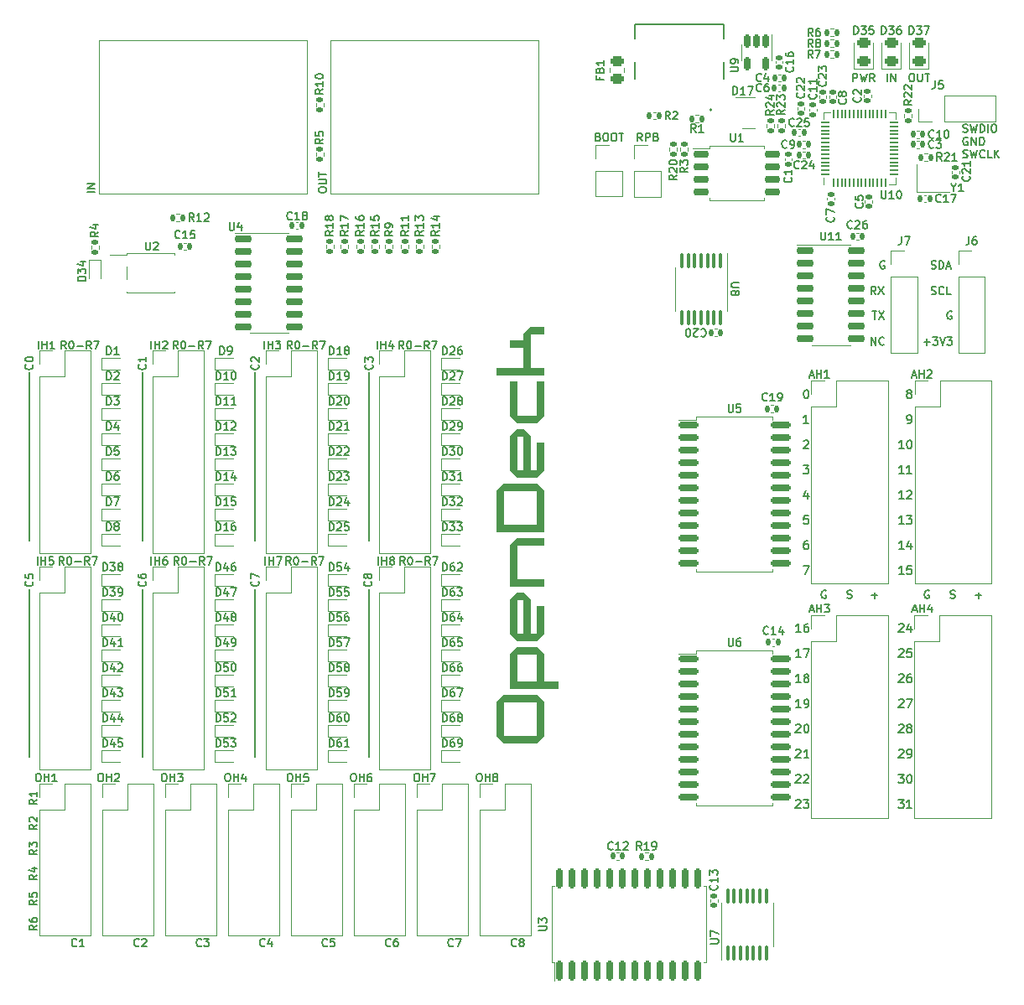
<source format=gto>
G04 #@! TF.GenerationSoftware,KiCad,Pcbnew,6.0.9*
G04 #@! TF.CreationDate,2022-12-27T21:22:08+01:00*
G04 #@! TF.ProjectId,OpenDeck-r2.2.1,4f70656e-4465-4636-9b2d-72322e322e30,rev?*
G04 #@! TF.SameCoordinates,Original*
G04 #@! TF.FileFunction,Legend,Top*
G04 #@! TF.FilePolarity,Positive*
%FSLAX46Y46*%
G04 Gerber Fmt 4.6, Leading zero omitted, Abs format (unit mm)*
G04 Created by KiCad (PCBNEW 6.0.9) date 2022-12-27 21:22:08*
%MOMM*%
%LPD*%
G01*
G04 APERTURE LIST*
G04 Aperture macros list*
%AMRoundRect*
0 Rectangle with rounded corners*
0 $1 Rounding radius*
0 $2 $3 $4 $5 $6 $7 $8 $9 X,Y pos of 4 corners*
0 Add a 4 corners polygon primitive as box body*
4,1,4,$2,$3,$4,$5,$6,$7,$8,$9,$2,$3,0*
0 Add four circle primitives for the rounded corners*
1,1,$1+$1,$2,$3*
1,1,$1+$1,$4,$5*
1,1,$1+$1,$6,$7*
1,1,$1+$1,$8,$9*
0 Add four rect primitives between the rounded corners*
20,1,$1+$1,$2,$3,$4,$5,0*
20,1,$1+$1,$4,$5,$6,$7,0*
20,1,$1+$1,$6,$7,$8,$9,0*
20,1,$1+$1,$8,$9,$2,$3,0*%
G04 Aperture macros list end*
%ADD10C,0.150000*%
%ADD11C,0.040000*%
%ADD12C,0.152400*%
%ADD13C,0.120000*%
%ADD14C,0.127000*%
%ADD15C,0.200000*%
%ADD16C,0.010000*%
%ADD17R,0.600000X0.700000*%
%ADD18RoundRect,0.140000X-0.140000X-0.170000X0.140000X-0.170000X0.140000X0.170000X-0.140000X0.170000X0*%
%ADD19RoundRect,0.135000X0.185000X-0.135000X0.185000X0.135000X-0.185000X0.135000X-0.185000X-0.135000X0*%
%ADD20R,1.700000X1.700000*%
%ADD21O,1.700000X1.700000*%
%ADD22C,0.600000*%
%ADD23O,0.950000X2.050000*%
%ADD24O,0.950000X1.750000*%
%ADD25RoundRect,0.135000X-0.135000X-0.185000X0.135000X-0.185000X0.135000X0.185000X-0.135000X0.185000X0*%
%ADD26RoundRect,0.150000X-0.875000X-0.150000X0.875000X-0.150000X0.875000X0.150000X-0.875000X0.150000X0*%
%ADD27RoundRect,0.140000X-0.170000X0.140000X-0.170000X-0.140000X0.170000X-0.140000X0.170000X0.140000X0*%
%ADD28RoundRect,0.140000X0.140000X0.170000X-0.140000X0.170000X-0.140000X-0.170000X0.140000X-0.170000X0*%
%ADD29RoundRect,0.150000X0.150000X-0.875000X0.150000X0.875000X-0.150000X0.875000X-0.150000X-0.875000X0*%
%ADD30C,5.600000*%
%ADD31RoundRect,0.135000X-0.185000X0.135000X-0.185000X-0.135000X0.185000X-0.135000X0.185000X0.135000X0*%
%ADD32RoundRect,0.150000X-0.725000X-0.150000X0.725000X-0.150000X0.725000X0.150000X-0.725000X0.150000X0*%
%ADD33RoundRect,0.243750X0.456250X-0.243750X0.456250X0.243750X-0.456250X0.243750X-0.456250X-0.243750X0*%
%ADD34RoundRect,0.150000X-0.150000X0.512500X-0.150000X-0.512500X0.150000X-0.512500X0.150000X0.512500X0*%
%ADD35R,0.700000X0.600000*%
%ADD36R,0.700000X1.000000*%
%ADD37RoundRect,0.140000X0.170000X-0.140000X0.170000X0.140000X-0.170000X0.140000X-0.170000X-0.140000X0*%
%ADD38RoundRect,0.135000X0.135000X0.185000X-0.135000X0.185000X-0.135000X-0.185000X0.135000X-0.185000X0*%
%ADD39RoundRect,0.050000X0.050000X-0.387500X0.050000X0.387500X-0.050000X0.387500X-0.050000X-0.387500X0*%
%ADD40RoundRect,0.050000X0.387500X-0.050000X0.387500X0.050000X-0.387500X0.050000X-0.387500X-0.050000X0*%
%ADD41R,3.200000X3.200000*%
%ADD42RoundRect,0.150000X-0.650000X-0.150000X0.650000X-0.150000X0.650000X0.150000X-0.650000X0.150000X0*%
%ADD43RoundRect,0.250000X0.450000X-0.262500X0.450000X0.262500X-0.450000X0.262500X-0.450000X-0.262500X0*%
%ADD44R,1.150000X1.000000*%
%ADD45C,2.300000*%
%ADD46RoundRect,0.100000X-0.100000X0.637500X-0.100000X-0.637500X0.100000X-0.637500X0.100000X0.637500X0*%
%ADD47RoundRect,0.100000X0.100000X-0.637500X0.100000X0.637500X-0.100000X0.637500X-0.100000X-0.637500X0*%
%ADD48R,2.000000X0.640000*%
G04 APERTURE END LIST*
D10*
X99300000Y-90500000D02*
X99300000Y-107500000D01*
D11*
G36*
X148475833Y-94871055D02*
G01*
X150539583Y-94871055D01*
X150539583Y-91427152D01*
X151227500Y-91427152D01*
X151227500Y-94871055D01*
X150539583Y-95559834D01*
X148475833Y-95559834D01*
X147787916Y-94871055D01*
X147787916Y-91427152D01*
X148475833Y-91427152D01*
X148475833Y-94871055D01*
G37*
X148475833Y-94871055D02*
X150539583Y-94871055D01*
X150539583Y-91427152D01*
X151227500Y-91427152D01*
X151227500Y-94871055D01*
X150539583Y-95559834D01*
X148475833Y-95559834D01*
X147787916Y-94871055D01*
X147787916Y-91427152D01*
X148475833Y-91427152D01*
X148475833Y-94871055D01*
G36*
X147787916Y-100381351D02*
G01*
X148475833Y-100381351D01*
X149163750Y-100381351D01*
X149163750Y-96937397D01*
X148475833Y-96937397D01*
X148475833Y-100381351D01*
X147787916Y-100381351D01*
X147787916Y-96937397D01*
X148475833Y-96248670D01*
X149163750Y-96248670D01*
X149851666Y-96937397D01*
X149851666Y-100381351D01*
X150539583Y-100381351D01*
X150539583Y-97626231D01*
X151227500Y-97626231D01*
X151227500Y-100381351D01*
X150539583Y-101070133D01*
X148475833Y-101070133D01*
X147787916Y-100381351D01*
G37*
X147787916Y-100381351D02*
X148475833Y-100381351D01*
X149163750Y-100381351D01*
X149163750Y-96937397D01*
X148475833Y-96937397D01*
X148475833Y-100381351D01*
X147787916Y-100381351D01*
X147787916Y-96937397D01*
X148475833Y-96248670D01*
X149163750Y-96248670D01*
X149851666Y-96937397D01*
X149851666Y-100381351D01*
X150539583Y-100381351D01*
X150539583Y-97626231D01*
X151227500Y-97626231D01*
X151227500Y-100381351D01*
X150539583Y-101070133D01*
X148475833Y-101070133D01*
X147787916Y-100381351D01*
D10*
X110700000Y-90500000D02*
X110700000Y-107500000D01*
D11*
G36*
X147787917Y-118978536D02*
G01*
X148475833Y-118289755D01*
X150539583Y-118289755D01*
X151227500Y-118978536D01*
X151227500Y-121733658D01*
X152603333Y-121733658D01*
X152603333Y-122422439D01*
X147787917Y-122422439D01*
X147787917Y-121733658D01*
X148475833Y-121733658D01*
X150539583Y-121733658D01*
X150539583Y-118978536D01*
X148475833Y-118978536D01*
X148475833Y-121733658D01*
X147787917Y-121733658D01*
X147787917Y-118978536D01*
G37*
X147787917Y-118978536D02*
X148475833Y-118289755D01*
X150539583Y-118289755D01*
X151227500Y-118978536D01*
X151227500Y-121733658D01*
X152603333Y-121733658D01*
X152603333Y-122422439D01*
X147787917Y-122422439D01*
X147787917Y-121733658D01*
X148475833Y-121733658D01*
X150539583Y-121733658D01*
X150539583Y-118978536D01*
X148475833Y-118978536D01*
X148475833Y-121733658D01*
X147787917Y-121733658D01*
X147787917Y-118978536D01*
G36*
X147787916Y-116912194D02*
G01*
X148475833Y-116912194D01*
X149163750Y-116912194D01*
X149163750Y-113468238D01*
X148475833Y-113468238D01*
X148475833Y-116912194D01*
X147787916Y-116912194D01*
X147787916Y-113468238D01*
X148475833Y-112779508D01*
X149163750Y-112779508D01*
X149851666Y-113468238D01*
X149851666Y-116912194D01*
X150539583Y-116912194D01*
X150539583Y-114157070D01*
X151227500Y-114157070D01*
X151227500Y-116912194D01*
X150539583Y-117600975D01*
X148475833Y-117600975D01*
X147787916Y-116912194D01*
G37*
X147787916Y-116912194D02*
X148475833Y-116912194D01*
X149163750Y-116912194D01*
X149163750Y-113468238D01*
X148475833Y-113468238D01*
X148475833Y-116912194D01*
X147787916Y-116912194D01*
X147787916Y-113468238D01*
X148475833Y-112779508D01*
X149163750Y-112779508D01*
X149851666Y-113468238D01*
X149851666Y-116912194D01*
X150539583Y-116912194D01*
X150539583Y-114157070D01*
X151227500Y-114157070D01*
X151227500Y-116912194D01*
X150539583Y-117600975D01*
X148475833Y-117600975D01*
X147787916Y-116912194D01*
D10*
X133600000Y-112400000D02*
X133600000Y-129400000D01*
D11*
G36*
X151227500Y-107957993D02*
G01*
X148475833Y-107957993D01*
X148475833Y-111401897D01*
X151227500Y-111401897D01*
X151227500Y-112090678D01*
X147787917Y-112090678D01*
X147787917Y-107957993D01*
X148475833Y-107269215D01*
X151227500Y-107269215D01*
X151227500Y-107957993D01*
G37*
X151227500Y-107957993D02*
X148475833Y-107957993D01*
X148475833Y-111401897D01*
X151227500Y-111401897D01*
X151227500Y-112090678D01*
X147787917Y-112090678D01*
X147787917Y-107957993D01*
X148475833Y-107269215D01*
X151227500Y-107269215D01*
X151227500Y-107957993D01*
D10*
X99300000Y-112400000D02*
X99300000Y-129400000D01*
X122100000Y-112400000D02*
X122100000Y-129400000D01*
X110700000Y-112400000D02*
X110700000Y-129400000D01*
D11*
G36*
X146412083Y-102447695D02*
G01*
X147100000Y-101758915D01*
X150539584Y-101758915D01*
X151227500Y-102447695D01*
X151227500Y-106580433D01*
X146412083Y-106580433D01*
X146412083Y-105891599D01*
X147100000Y-105891599D01*
X150539583Y-105891599D01*
X150539583Y-102447695D01*
X147100000Y-102447695D01*
X147100000Y-105891599D01*
X146412083Y-105891599D01*
X146412083Y-102447695D01*
G37*
X146412083Y-102447695D02*
X147100000Y-101758915D01*
X150539584Y-101758915D01*
X151227500Y-102447695D01*
X151227500Y-106580433D01*
X146412083Y-106580433D01*
X146412083Y-105891599D01*
X147100000Y-105891599D01*
X150539583Y-105891599D01*
X150539583Y-102447695D01*
X147100000Y-102447695D01*
X147100000Y-105891599D01*
X146412083Y-105891599D01*
X146412083Y-102447695D01*
D10*
X133600000Y-90500000D02*
X133600000Y-107500000D01*
D11*
G36*
X151227500Y-86605634D02*
G01*
X149851667Y-86605634D01*
X149851667Y-90049589D01*
X151227500Y-90049589D01*
X151227500Y-90738371D01*
X146412083Y-90738371D01*
X146412083Y-90049592D01*
X149163750Y-90049592D01*
X149163750Y-87983195D01*
X147787917Y-87983195D01*
X147787917Y-87294468D01*
X149163750Y-87294468D01*
X149163750Y-86605634D01*
X149851667Y-85916904D01*
X151227500Y-85916904D01*
X151227500Y-86605634D01*
G37*
X151227500Y-86605634D02*
X149851667Y-86605634D01*
X149851667Y-90049589D01*
X151227500Y-90049589D01*
X151227500Y-90738371D01*
X146412083Y-90738371D01*
X146412083Y-90049592D01*
X149163750Y-90049592D01*
X149163750Y-87983195D01*
X147787917Y-87983195D01*
X147787917Y-87294468D01*
X149163750Y-87294468D01*
X149163750Y-86605634D01*
X149851667Y-85916904D01*
X151227500Y-85916904D01*
X151227500Y-86605634D01*
D10*
X122100000Y-90500000D02*
X122100000Y-107500000D01*
D11*
G36*
X146412083Y-127243956D02*
G01*
X147100000Y-127243956D01*
X150539583Y-127243956D01*
X150539583Y-123800000D01*
X147100000Y-123800000D01*
X147100000Y-127243956D01*
X146412083Y-127243956D01*
X146412083Y-123800000D01*
X147100000Y-123111272D01*
X150539583Y-123111272D01*
X151227500Y-123800000D01*
X151227500Y-127243956D01*
X150539583Y-127932737D01*
X147100000Y-127932737D01*
X146412083Y-127243956D01*
G37*
X146412083Y-127243956D02*
X147100000Y-127243956D01*
X150539583Y-127243956D01*
X150539583Y-123800000D01*
X147100000Y-123800000D01*
X147100000Y-127243956D01*
X146412083Y-127243956D01*
X146412083Y-123800000D01*
X147100000Y-123111272D01*
X150539583Y-123111272D01*
X151227500Y-123800000D01*
X151227500Y-127243956D01*
X150539583Y-127932737D01*
X147100000Y-127932737D01*
X146412083Y-127243956D01*
D12*
X187063555Y-123612123D02*
X187104679Y-123571000D01*
X187186926Y-123529876D01*
X187392545Y-123529876D01*
X187474793Y-123571000D01*
X187515917Y-123612123D01*
X187557040Y-123694371D01*
X187557040Y-123776619D01*
X187515917Y-123899990D01*
X187022431Y-124393476D01*
X187557040Y-124393476D01*
X187844907Y-123529876D02*
X188420640Y-123529876D01*
X188050526Y-124393476D01*
D10*
X181871428Y-113323809D02*
X181985714Y-113361904D01*
X182176190Y-113361904D01*
X182252380Y-113323809D01*
X182290476Y-113285714D01*
X182328571Y-113209523D01*
X182328571Y-113133333D01*
X182290476Y-113057142D01*
X182252380Y-113019047D01*
X182176190Y-112980952D01*
X182023809Y-112942857D01*
X181947619Y-112904761D01*
X181909523Y-112866666D01*
X181871428Y-112790476D01*
X181871428Y-112714285D01*
X181909523Y-112638095D01*
X181947619Y-112600000D01*
X182023809Y-112561904D01*
X182214285Y-112561904D01*
X182328571Y-112600000D01*
X100076004Y-136194880D02*
X99695052Y-136461547D01*
X100076004Y-136652023D02*
X99276004Y-136652023D01*
X99276004Y-136347261D01*
X99314100Y-136271071D01*
X99352195Y-136232976D01*
X99428385Y-136194880D01*
X99542671Y-136194880D01*
X99618861Y-136232976D01*
X99656957Y-136271071D01*
X99695052Y-136347261D01*
X99695052Y-136652023D01*
X99352195Y-135890119D02*
X99314100Y-135852023D01*
X99276004Y-135775833D01*
X99276004Y-135585357D01*
X99314100Y-135509166D01*
X99352195Y-135471071D01*
X99428385Y-135432976D01*
X99504576Y-135432976D01*
X99618861Y-135471071D01*
X100076004Y-135928214D01*
X100076004Y-135432976D01*
X192407023Y-84400000D02*
X192330833Y-84361904D01*
X192216547Y-84361904D01*
X192102261Y-84400000D01*
X192026071Y-84476190D01*
X191987976Y-84552380D01*
X191949880Y-84704761D01*
X191949880Y-84819047D01*
X191987976Y-84971428D01*
X192026071Y-85047619D01*
X192102261Y-85123809D01*
X192216547Y-85161904D01*
X192292738Y-85161904D01*
X192407023Y-85123809D01*
X192445119Y-85085714D01*
X192445119Y-84819047D01*
X192292738Y-84819047D01*
X116666666Y-148450314D02*
X116628571Y-148488409D01*
X116514285Y-148526504D01*
X116438095Y-148526504D01*
X116323809Y-148488409D01*
X116247619Y-148412219D01*
X116209523Y-148336028D01*
X116171428Y-148183647D01*
X116171428Y-148069361D01*
X116209523Y-147916980D01*
X116247619Y-147840790D01*
X116323809Y-147764600D01*
X116438095Y-147726504D01*
X116514285Y-147726504D01*
X116628571Y-147764600D01*
X116666666Y-147802695D01*
X116933333Y-147726504D02*
X117428571Y-147726504D01*
X117161904Y-148031266D01*
X117276190Y-148031266D01*
X117352380Y-148069361D01*
X117390476Y-148107457D01*
X117428571Y-148183647D01*
X117428571Y-148374123D01*
X117390476Y-148450314D01*
X117352380Y-148488409D01*
X117276190Y-148526504D01*
X117047619Y-148526504D01*
X116971428Y-148488409D01*
X116933333Y-148450314D01*
X148466666Y-148450314D02*
X148428571Y-148488409D01*
X148314285Y-148526504D01*
X148238095Y-148526504D01*
X148123809Y-148488409D01*
X148047619Y-148412219D01*
X148009523Y-148336028D01*
X147971428Y-148183647D01*
X147971428Y-148069361D01*
X148009523Y-147916980D01*
X148047619Y-147840790D01*
X148123809Y-147764600D01*
X148238095Y-147726504D01*
X148314285Y-147726504D01*
X148428571Y-147764600D01*
X148466666Y-147802695D01*
X148923809Y-148069361D02*
X148847619Y-148031266D01*
X148809523Y-147993171D01*
X148771428Y-147916980D01*
X148771428Y-147878885D01*
X148809523Y-147802695D01*
X148847619Y-147764600D01*
X148923809Y-147726504D01*
X149076190Y-147726504D01*
X149152380Y-147764600D01*
X149190476Y-147802695D01*
X149228571Y-147878885D01*
X149228571Y-147916980D01*
X149190476Y-147993171D01*
X149152380Y-148031266D01*
X149076190Y-148069361D01*
X148923809Y-148069361D01*
X148847619Y-148107457D01*
X148809523Y-148145552D01*
X148771428Y-148221742D01*
X148771428Y-148374123D01*
X148809523Y-148450314D01*
X148847619Y-148488409D01*
X148923809Y-148526504D01*
X149076190Y-148526504D01*
X149152380Y-148488409D01*
X149190476Y-148450314D01*
X149228571Y-148374123D01*
X149228571Y-148221742D01*
X149190476Y-148145552D01*
X149152380Y-148107457D01*
X149076190Y-148069361D01*
X184295238Y-113057142D02*
X184904761Y-113057142D01*
X184600000Y-113361904D02*
X184600000Y-112752380D01*
X100076004Y-133654880D02*
X99695052Y-133921547D01*
X100076004Y-134112023D02*
X99276004Y-134112023D01*
X99276004Y-133807261D01*
X99314100Y-133731071D01*
X99352195Y-133692976D01*
X99428385Y-133654880D01*
X99542671Y-133654880D01*
X99618861Y-133692976D01*
X99656957Y-133731071D01*
X99695052Y-133807261D01*
X99695052Y-134112023D01*
X100076004Y-132892976D02*
X100076004Y-133350119D01*
X100076004Y-133121547D02*
X99276004Y-133121547D01*
X99390290Y-133197738D01*
X99466480Y-133273928D01*
X99504576Y-133350119D01*
X105918004Y-72330623D02*
X105118004Y-72330623D01*
X105918004Y-71949671D02*
X105118004Y-71949671D01*
X105918004Y-71492528D01*
X105118004Y-71492528D01*
X161147619Y-67161904D02*
X160880952Y-66780952D01*
X160690476Y-67161904D02*
X160690476Y-66361904D01*
X160995238Y-66361904D01*
X161071428Y-66400000D01*
X161109523Y-66438095D01*
X161147619Y-66514285D01*
X161147619Y-66628571D01*
X161109523Y-66704761D01*
X161071428Y-66742857D01*
X160995238Y-66780952D01*
X160690476Y-66780952D01*
X161490476Y-67161904D02*
X161490476Y-66361904D01*
X161795238Y-66361904D01*
X161871428Y-66400000D01*
X161909523Y-66438095D01*
X161947619Y-66514285D01*
X161947619Y-66628571D01*
X161909523Y-66704761D01*
X161871428Y-66742857D01*
X161795238Y-66780952D01*
X161490476Y-66780952D01*
X162557142Y-66742857D02*
X162671428Y-66780952D01*
X162709523Y-66819047D01*
X162747619Y-66895238D01*
X162747619Y-67009523D01*
X162709523Y-67085714D01*
X162671428Y-67123809D01*
X162595238Y-67161904D01*
X162290476Y-67161904D01*
X162290476Y-66361904D01*
X162557142Y-66361904D01*
X162633333Y-66400000D01*
X162671428Y-66438095D01*
X162709523Y-66514285D01*
X162709523Y-66590476D01*
X162671428Y-66666666D01*
X162633333Y-66704761D01*
X162557142Y-66742857D01*
X162290476Y-66742857D01*
D12*
X187945802Y-95691476D02*
X188110298Y-95691476D01*
X188192545Y-95650352D01*
X188233669Y-95609228D01*
X188315917Y-95485857D01*
X188357040Y-95321361D01*
X188357040Y-94992371D01*
X188315917Y-94910123D01*
X188274793Y-94869000D01*
X188192545Y-94827876D01*
X188028050Y-94827876D01*
X187945802Y-94869000D01*
X187904679Y-94910123D01*
X187863555Y-94992371D01*
X187863555Y-95197990D01*
X187904679Y-95280238D01*
X187945802Y-95321361D01*
X188028050Y-95362485D01*
X188192545Y-95362485D01*
X188274793Y-95321361D01*
X188315917Y-95280238D01*
X188357040Y-95197990D01*
X176663555Y-126152123D02*
X176704679Y-126111000D01*
X176786926Y-126069876D01*
X176992545Y-126069876D01*
X177074793Y-126111000D01*
X177115917Y-126152123D01*
X177157040Y-126234371D01*
X177157040Y-126316619D01*
X177115917Y-126439990D01*
X176622431Y-126933476D01*
X177157040Y-126933476D01*
X177691650Y-126069876D02*
X177773898Y-126069876D01*
X177856145Y-126111000D01*
X177897269Y-126152123D01*
X177938393Y-126234371D01*
X177979517Y-126398866D01*
X177979517Y-126604485D01*
X177938393Y-126768980D01*
X177897269Y-126851228D01*
X177856145Y-126892352D01*
X177773898Y-126933476D01*
X177691650Y-126933476D01*
X177609402Y-126892352D01*
X177568279Y-126851228D01*
X177527155Y-126768980D01*
X177486031Y-126604485D01*
X177486031Y-126398866D01*
X177527155Y-126234371D01*
X177568279Y-126152123D01*
X177609402Y-126111000D01*
X177691650Y-126069876D01*
D10*
X100076004Y-138734880D02*
X99695052Y-139001547D01*
X100076004Y-139192023D02*
X99276004Y-139192023D01*
X99276004Y-138887261D01*
X99314100Y-138811071D01*
X99352195Y-138772976D01*
X99428385Y-138734880D01*
X99542671Y-138734880D01*
X99618861Y-138772976D01*
X99656957Y-138811071D01*
X99695052Y-138887261D01*
X99695052Y-139192023D01*
X99276004Y-138468214D02*
X99276004Y-137972976D01*
X99580766Y-138239642D01*
X99580766Y-138125357D01*
X99618861Y-138049166D01*
X99656957Y-138011071D01*
X99733147Y-137972976D01*
X99923623Y-137972976D01*
X99999814Y-138011071D01*
X100037909Y-138049166D01*
X100076004Y-138125357D01*
X100076004Y-138353928D01*
X100037909Y-138430119D01*
X99999814Y-138468214D01*
D12*
X187557040Y-100758876D02*
X187063555Y-100758876D01*
X187310298Y-100758876D02*
X187310298Y-99895276D01*
X187228050Y-100018647D01*
X187145802Y-100100895D01*
X187063555Y-100142019D01*
X188379517Y-100758876D02*
X187886031Y-100758876D01*
X188132774Y-100758876D02*
X188132774Y-99895276D01*
X188050526Y-100018647D01*
X187968279Y-100100895D01*
X187886031Y-100142019D01*
X187557040Y-108391476D02*
X187063555Y-108391476D01*
X187310298Y-108391476D02*
X187310298Y-107527876D01*
X187228050Y-107651247D01*
X187145802Y-107733495D01*
X187063555Y-107774619D01*
X188297269Y-107815742D02*
X188297269Y-108391476D01*
X188091650Y-107486752D02*
X187886031Y-108103609D01*
X188420640Y-108103609D01*
D10*
X184745119Y-82661904D02*
X184478452Y-82280952D01*
X184287976Y-82661904D02*
X184287976Y-81861904D01*
X184592738Y-81861904D01*
X184668928Y-81900000D01*
X184707023Y-81938095D01*
X184745119Y-82014285D01*
X184745119Y-82128571D01*
X184707023Y-82204761D01*
X184668928Y-82242857D01*
X184592738Y-82280952D01*
X184287976Y-82280952D01*
X185011785Y-81861904D02*
X185545119Y-82661904D01*
X185545119Y-81861904D02*
X185011785Y-82661904D01*
X185880952Y-61150504D02*
X185880952Y-60350504D01*
X186261904Y-61150504D02*
X186261904Y-60350504D01*
X186719047Y-61150504D01*
X186719047Y-60350504D01*
X114290476Y-88161904D02*
X114023809Y-87780952D01*
X113833333Y-88161904D02*
X113833333Y-87361904D01*
X114138095Y-87361904D01*
X114214285Y-87400000D01*
X114252380Y-87438095D01*
X114290476Y-87514285D01*
X114290476Y-87628571D01*
X114252380Y-87704761D01*
X114214285Y-87742857D01*
X114138095Y-87780952D01*
X113833333Y-87780952D01*
X114785714Y-87361904D02*
X114861904Y-87361904D01*
X114938095Y-87400000D01*
X114976190Y-87438095D01*
X115014285Y-87514285D01*
X115052380Y-87666666D01*
X115052380Y-87857142D01*
X115014285Y-88009523D01*
X114976190Y-88085714D01*
X114938095Y-88123809D01*
X114861904Y-88161904D01*
X114785714Y-88161904D01*
X114709523Y-88123809D01*
X114671428Y-88085714D01*
X114633333Y-88009523D01*
X114595238Y-87857142D01*
X114595238Y-87666666D01*
X114633333Y-87514285D01*
X114671428Y-87438095D01*
X114709523Y-87400000D01*
X114785714Y-87361904D01*
X115395238Y-87857142D02*
X116004761Y-87857142D01*
X116842857Y-88161904D02*
X116576190Y-87780952D01*
X116385714Y-88161904D02*
X116385714Y-87361904D01*
X116690476Y-87361904D01*
X116766666Y-87400000D01*
X116804761Y-87438095D01*
X116842857Y-87514285D01*
X116842857Y-87628571D01*
X116804761Y-87704761D01*
X116766666Y-87742857D01*
X116690476Y-87780952D01*
X116385714Y-87780952D01*
X117109523Y-87361904D02*
X117642857Y-87361904D01*
X117300000Y-88161904D01*
X100076004Y-143814880D02*
X99695052Y-144081547D01*
X100076004Y-144272023D02*
X99276004Y-144272023D01*
X99276004Y-143967261D01*
X99314100Y-143891071D01*
X99352195Y-143852976D01*
X99428385Y-143814880D01*
X99542671Y-143814880D01*
X99618861Y-143852976D01*
X99656957Y-143891071D01*
X99695052Y-143967261D01*
X99695052Y-144272023D01*
X99276004Y-143091071D02*
X99276004Y-143472023D01*
X99656957Y-143510119D01*
X99618861Y-143472023D01*
X99580766Y-143395833D01*
X99580766Y-143205357D01*
X99618861Y-143129166D01*
X99656957Y-143091071D01*
X99733147Y-143052976D01*
X99923623Y-143052976D01*
X99999814Y-143091071D01*
X100037909Y-143129166D01*
X100076004Y-143205357D01*
X100076004Y-143395833D01*
X100037909Y-143472023D01*
X99999814Y-143510119D01*
X192271428Y-113323809D02*
X192385714Y-113361904D01*
X192576190Y-113361904D01*
X192652380Y-113323809D01*
X192690476Y-113285714D01*
X192728571Y-113209523D01*
X192728571Y-113133333D01*
X192690476Y-113057142D01*
X192652380Y-113019047D01*
X192576190Y-112980952D01*
X192423809Y-112942857D01*
X192347619Y-112904761D01*
X192309523Y-112866666D01*
X192271428Y-112790476D01*
X192271428Y-112714285D01*
X192309523Y-112638095D01*
X192347619Y-112600000D01*
X192423809Y-112561904D01*
X192614285Y-112561904D01*
X192728571Y-112600000D01*
X135766666Y-148450314D02*
X135728571Y-148488409D01*
X135614285Y-148526504D01*
X135538095Y-148526504D01*
X135423809Y-148488409D01*
X135347619Y-148412219D01*
X135309523Y-148336028D01*
X135271428Y-148183647D01*
X135271428Y-148069361D01*
X135309523Y-147916980D01*
X135347619Y-147840790D01*
X135423809Y-147764600D01*
X135538095Y-147726504D01*
X135614285Y-147726504D01*
X135728571Y-147764600D01*
X135766666Y-147802695D01*
X136452380Y-147726504D02*
X136300000Y-147726504D01*
X136223809Y-147764600D01*
X136185714Y-147802695D01*
X136109523Y-147916980D01*
X136071428Y-148069361D01*
X136071428Y-148374123D01*
X136109523Y-148450314D01*
X136147619Y-148488409D01*
X136223809Y-148526504D01*
X136376190Y-148526504D01*
X136452380Y-148488409D01*
X136490476Y-148450314D01*
X136528571Y-148374123D01*
X136528571Y-148183647D01*
X136490476Y-148107457D01*
X136452380Y-148069361D01*
X136376190Y-148031266D01*
X136223809Y-148031266D01*
X136147619Y-148069361D01*
X136109523Y-148107457D01*
X136071428Y-148183647D01*
X110985714Y-89733333D02*
X111023809Y-89771428D01*
X111061904Y-89885714D01*
X111061904Y-89961904D01*
X111023809Y-90076190D01*
X110947619Y-90152380D01*
X110871428Y-90190476D01*
X110719047Y-90228571D01*
X110604761Y-90228571D01*
X110452380Y-90190476D01*
X110376190Y-90152380D01*
X110300000Y-90076190D01*
X110261904Y-89961904D01*
X110261904Y-89885714D01*
X110300000Y-89771428D01*
X110338095Y-89733333D01*
X111061904Y-88971428D02*
X111061904Y-89428571D01*
X111061904Y-89200000D02*
X110261904Y-89200000D01*
X110376190Y-89276190D01*
X110452380Y-89352380D01*
X110490476Y-89428571D01*
X100076004Y-146354880D02*
X99695052Y-146621547D01*
X100076004Y-146812023D02*
X99276004Y-146812023D01*
X99276004Y-146507261D01*
X99314100Y-146431071D01*
X99352195Y-146392976D01*
X99428385Y-146354880D01*
X99542671Y-146354880D01*
X99618861Y-146392976D01*
X99656957Y-146431071D01*
X99695052Y-146507261D01*
X99695052Y-146812023D01*
X99276004Y-145669166D02*
X99276004Y-145821547D01*
X99314100Y-145897738D01*
X99352195Y-145935833D01*
X99466480Y-146012023D01*
X99618861Y-146050119D01*
X99923623Y-146050119D01*
X99999814Y-146012023D01*
X100037909Y-145973928D01*
X100076004Y-145897738D01*
X100076004Y-145745357D01*
X100037909Y-145669166D01*
X99999814Y-145631071D01*
X99923623Y-145592976D01*
X99733147Y-145592976D01*
X99656957Y-145631071D01*
X99618861Y-145669166D01*
X99580766Y-145745357D01*
X99580766Y-145897738D01*
X99618861Y-145973928D01*
X99656957Y-146012023D01*
X99733147Y-146050119D01*
X114390476Y-109961904D02*
X114123809Y-109580952D01*
X113933333Y-109961904D02*
X113933333Y-109161904D01*
X114238095Y-109161904D01*
X114314285Y-109200000D01*
X114352380Y-109238095D01*
X114390476Y-109314285D01*
X114390476Y-109428571D01*
X114352380Y-109504761D01*
X114314285Y-109542857D01*
X114238095Y-109580952D01*
X113933333Y-109580952D01*
X114885714Y-109161904D02*
X114961904Y-109161904D01*
X115038095Y-109200000D01*
X115076190Y-109238095D01*
X115114285Y-109314285D01*
X115152380Y-109466666D01*
X115152380Y-109657142D01*
X115114285Y-109809523D01*
X115076190Y-109885714D01*
X115038095Y-109923809D01*
X114961904Y-109961904D01*
X114885714Y-109961904D01*
X114809523Y-109923809D01*
X114771428Y-109885714D01*
X114733333Y-109809523D01*
X114695238Y-109657142D01*
X114695238Y-109466666D01*
X114733333Y-109314285D01*
X114771428Y-109238095D01*
X114809523Y-109200000D01*
X114885714Y-109161904D01*
X115495238Y-109657142D02*
X116104761Y-109657142D01*
X116942857Y-109961904D02*
X116676190Y-109580952D01*
X116485714Y-109961904D02*
X116485714Y-109161904D01*
X116790476Y-109161904D01*
X116866666Y-109200000D01*
X116904761Y-109238095D01*
X116942857Y-109314285D01*
X116942857Y-109428571D01*
X116904761Y-109504761D01*
X116866666Y-109542857D01*
X116790476Y-109580952D01*
X116485714Y-109580952D01*
X117209523Y-109161904D02*
X117742857Y-109161904D01*
X117400000Y-109961904D01*
X190349880Y-80023809D02*
X190464166Y-80061904D01*
X190654642Y-80061904D01*
X190730833Y-80023809D01*
X190768928Y-79985714D01*
X190807023Y-79909523D01*
X190807023Y-79833333D01*
X190768928Y-79757142D01*
X190730833Y-79719047D01*
X190654642Y-79680952D01*
X190502261Y-79642857D01*
X190426071Y-79604761D01*
X190387976Y-79566666D01*
X190349880Y-79490476D01*
X190349880Y-79414285D01*
X190387976Y-79338095D01*
X190426071Y-79300000D01*
X190502261Y-79261904D01*
X190692738Y-79261904D01*
X190807023Y-79300000D01*
X191149880Y-80061904D02*
X191149880Y-79261904D01*
X191340357Y-79261904D01*
X191454642Y-79300000D01*
X191530833Y-79376190D01*
X191568928Y-79452380D01*
X191607023Y-79604761D01*
X191607023Y-79719047D01*
X191568928Y-79871428D01*
X191530833Y-79947619D01*
X191454642Y-80023809D01*
X191340357Y-80061904D01*
X191149880Y-80061904D01*
X191911785Y-79833333D02*
X192292738Y-79833333D01*
X191835595Y-80061904D02*
X192102261Y-79261904D01*
X192368928Y-80061904D01*
D12*
X187022431Y-133689876D02*
X187557040Y-133689876D01*
X187269174Y-134018866D01*
X187392545Y-134018866D01*
X187474793Y-134059990D01*
X187515917Y-134101114D01*
X187557040Y-134183361D01*
X187557040Y-134388980D01*
X187515917Y-134471228D01*
X187474793Y-134512352D01*
X187392545Y-134553476D01*
X187145802Y-134553476D01*
X187063555Y-134512352D01*
X187022431Y-134471228D01*
X188379517Y-134553476D02*
X187886031Y-134553476D01*
X188132774Y-134553476D02*
X188132774Y-133689876D01*
X188050526Y-133813247D01*
X187968279Y-133895495D01*
X187886031Y-133936619D01*
X187557040Y-103311476D02*
X187063555Y-103311476D01*
X187310298Y-103311476D02*
X187310298Y-102447876D01*
X187228050Y-102571247D01*
X187145802Y-102653495D01*
X187063555Y-102694619D01*
X187886031Y-102530123D02*
X187927155Y-102489000D01*
X188009402Y-102447876D01*
X188215021Y-102447876D01*
X188297269Y-102489000D01*
X188338393Y-102530123D01*
X188379517Y-102612371D01*
X188379517Y-102694619D01*
X188338393Y-102817990D01*
X187844907Y-103311476D01*
X188379517Y-103311476D01*
X177463555Y-97450123D02*
X177504679Y-97409000D01*
X177586926Y-97367876D01*
X177792545Y-97367876D01*
X177874793Y-97409000D01*
X177915917Y-97450123D01*
X177957040Y-97532371D01*
X177957040Y-97614619D01*
X177915917Y-97737990D01*
X177422431Y-98231476D01*
X177957040Y-98231476D01*
D10*
X128486004Y-72178242D02*
X128486004Y-72025861D01*
X128524100Y-71949671D01*
X128600290Y-71873480D01*
X128752671Y-71835385D01*
X129019338Y-71835385D01*
X129171719Y-71873480D01*
X129247909Y-71949671D01*
X129286004Y-72025861D01*
X129286004Y-72178242D01*
X129247909Y-72254433D01*
X129171719Y-72330623D01*
X129019338Y-72368719D01*
X128752671Y-72368719D01*
X128600290Y-72330623D01*
X128524100Y-72254433D01*
X128486004Y-72178242D01*
X128486004Y-71492528D02*
X129133623Y-71492528D01*
X129209814Y-71454433D01*
X129247909Y-71416338D01*
X129286004Y-71340147D01*
X129286004Y-71187766D01*
X129247909Y-71111576D01*
X129209814Y-71073480D01*
X129133623Y-71035385D01*
X128486004Y-71035385D01*
X128486004Y-70768719D02*
X128486004Y-70311576D01*
X129286004Y-70540147D02*
X128486004Y-70540147D01*
D12*
X176663555Y-133772123D02*
X176704679Y-133731000D01*
X176786926Y-133689876D01*
X176992545Y-133689876D01*
X177074793Y-133731000D01*
X177115917Y-133772123D01*
X177157040Y-133854371D01*
X177157040Y-133936619D01*
X177115917Y-134059990D01*
X176622431Y-134553476D01*
X177157040Y-134553476D01*
X177444907Y-133689876D02*
X177979517Y-133689876D01*
X177691650Y-134018866D01*
X177815021Y-134018866D01*
X177897269Y-134059990D01*
X177938393Y-134101114D01*
X177979517Y-134183361D01*
X177979517Y-134388980D01*
X177938393Y-134471228D01*
X177897269Y-134512352D01*
X177815021Y-134553476D01*
X177568279Y-134553476D01*
X177486031Y-134512352D01*
X177444907Y-134471228D01*
D10*
X102990476Y-88161904D02*
X102723809Y-87780952D01*
X102533333Y-88161904D02*
X102533333Y-87361904D01*
X102838095Y-87361904D01*
X102914285Y-87400000D01*
X102952380Y-87438095D01*
X102990476Y-87514285D01*
X102990476Y-87628571D01*
X102952380Y-87704761D01*
X102914285Y-87742857D01*
X102838095Y-87780952D01*
X102533333Y-87780952D01*
X103485714Y-87361904D02*
X103561904Y-87361904D01*
X103638095Y-87400000D01*
X103676190Y-87438095D01*
X103714285Y-87514285D01*
X103752380Y-87666666D01*
X103752380Y-87857142D01*
X103714285Y-88009523D01*
X103676190Y-88085714D01*
X103638095Y-88123809D01*
X103561904Y-88161904D01*
X103485714Y-88161904D01*
X103409523Y-88123809D01*
X103371428Y-88085714D01*
X103333333Y-88009523D01*
X103295238Y-87857142D01*
X103295238Y-87666666D01*
X103333333Y-87514285D01*
X103371428Y-87438095D01*
X103409523Y-87400000D01*
X103485714Y-87361904D01*
X104095238Y-87857142D02*
X104704761Y-87857142D01*
X105542857Y-88161904D02*
X105276190Y-87780952D01*
X105085714Y-88161904D02*
X105085714Y-87361904D01*
X105390476Y-87361904D01*
X105466666Y-87400000D01*
X105504761Y-87438095D01*
X105542857Y-87514285D01*
X105542857Y-87628571D01*
X105504761Y-87704761D01*
X105466666Y-87742857D01*
X105390476Y-87780952D01*
X105085714Y-87780952D01*
X105809523Y-87361904D02*
X106342857Y-87361904D01*
X106000000Y-88161904D01*
X190349880Y-82623809D02*
X190464166Y-82661904D01*
X190654642Y-82661904D01*
X190730833Y-82623809D01*
X190768928Y-82585714D01*
X190807023Y-82509523D01*
X190807023Y-82433333D01*
X190768928Y-82357142D01*
X190730833Y-82319047D01*
X190654642Y-82280952D01*
X190502261Y-82242857D01*
X190426071Y-82204761D01*
X190387976Y-82166666D01*
X190349880Y-82090476D01*
X190349880Y-82014285D01*
X190387976Y-81938095D01*
X190426071Y-81900000D01*
X190502261Y-81861904D01*
X190692738Y-81861904D01*
X190807023Y-81900000D01*
X191607023Y-82585714D02*
X191568928Y-82623809D01*
X191454642Y-82661904D01*
X191378452Y-82661904D01*
X191264166Y-82623809D01*
X191187976Y-82547619D01*
X191149880Y-82471428D01*
X191111785Y-82319047D01*
X191111785Y-82204761D01*
X191149880Y-82052380D01*
X191187976Y-81976190D01*
X191264166Y-81900000D01*
X191378452Y-81861904D01*
X191454642Y-81861904D01*
X191568928Y-81900000D01*
X191607023Y-81938095D01*
X192330833Y-82661904D02*
X191949880Y-82661904D01*
X191949880Y-81861904D01*
X99585714Y-111633333D02*
X99623809Y-111671428D01*
X99661904Y-111785714D01*
X99661904Y-111861904D01*
X99623809Y-111976190D01*
X99547619Y-112052380D01*
X99471428Y-112090476D01*
X99319047Y-112128571D01*
X99204761Y-112128571D01*
X99052380Y-112090476D01*
X98976190Y-112052380D01*
X98900000Y-111976190D01*
X98861904Y-111861904D01*
X98861904Y-111785714D01*
X98900000Y-111671428D01*
X98938095Y-111633333D01*
X98861904Y-110909523D02*
X98861904Y-111290476D01*
X99242857Y-111328571D01*
X99204761Y-111290476D01*
X99166666Y-111214285D01*
X99166666Y-111023809D01*
X99204761Y-110947619D01*
X99242857Y-110909523D01*
X99319047Y-110871428D01*
X99509523Y-110871428D01*
X99585714Y-110909523D01*
X99623809Y-110947619D01*
X99661904Y-111023809D01*
X99661904Y-111214285D01*
X99623809Y-111290476D01*
X99585714Y-111328571D01*
D12*
X177157040Y-121853476D02*
X176663555Y-121853476D01*
X176910298Y-121853476D02*
X176910298Y-120989876D01*
X176828050Y-121113247D01*
X176745802Y-121195495D01*
X176663555Y-121236619D01*
X177650526Y-121359990D02*
X177568279Y-121318866D01*
X177527155Y-121277742D01*
X177486031Y-121195495D01*
X177486031Y-121154371D01*
X177527155Y-121072123D01*
X177568279Y-121031000D01*
X177650526Y-120989876D01*
X177815021Y-120989876D01*
X177897269Y-121031000D01*
X177938393Y-121072123D01*
X177979517Y-121154371D01*
X177979517Y-121195495D01*
X177938393Y-121277742D01*
X177897269Y-121318866D01*
X177815021Y-121359990D01*
X177650526Y-121359990D01*
X177568279Y-121401114D01*
X177527155Y-121442238D01*
X177486031Y-121524485D01*
X177486031Y-121688980D01*
X177527155Y-121771228D01*
X177568279Y-121812352D01*
X177650526Y-121853476D01*
X177815021Y-121853476D01*
X177897269Y-121812352D01*
X177938393Y-121771228D01*
X177979517Y-121688980D01*
X177979517Y-121524485D01*
X177938393Y-121442238D01*
X177897269Y-121401114D01*
X177815021Y-121359990D01*
D10*
X137190476Y-109961904D02*
X136923809Y-109580952D01*
X136733333Y-109961904D02*
X136733333Y-109161904D01*
X137038095Y-109161904D01*
X137114285Y-109200000D01*
X137152380Y-109238095D01*
X137190476Y-109314285D01*
X137190476Y-109428571D01*
X137152380Y-109504761D01*
X137114285Y-109542857D01*
X137038095Y-109580952D01*
X136733333Y-109580952D01*
X137685714Y-109161904D02*
X137761904Y-109161904D01*
X137838095Y-109200000D01*
X137876190Y-109238095D01*
X137914285Y-109314285D01*
X137952380Y-109466666D01*
X137952380Y-109657142D01*
X137914285Y-109809523D01*
X137876190Y-109885714D01*
X137838095Y-109923809D01*
X137761904Y-109961904D01*
X137685714Y-109961904D01*
X137609523Y-109923809D01*
X137571428Y-109885714D01*
X137533333Y-109809523D01*
X137495238Y-109657142D01*
X137495238Y-109466666D01*
X137533333Y-109314285D01*
X137571428Y-109238095D01*
X137609523Y-109200000D01*
X137685714Y-109161904D01*
X138295238Y-109657142D02*
X138904761Y-109657142D01*
X139742857Y-109961904D02*
X139476190Y-109580952D01*
X139285714Y-109961904D02*
X139285714Y-109161904D01*
X139590476Y-109161904D01*
X139666666Y-109200000D01*
X139704761Y-109238095D01*
X139742857Y-109314285D01*
X139742857Y-109428571D01*
X139704761Y-109504761D01*
X139666666Y-109542857D01*
X139590476Y-109580952D01*
X139285714Y-109580952D01*
X140009523Y-109161904D02*
X140542857Y-109161904D01*
X140200000Y-109961904D01*
X179709523Y-112600000D02*
X179633333Y-112561904D01*
X179519047Y-112561904D01*
X179404761Y-112600000D01*
X179328571Y-112676190D01*
X179290476Y-112752380D01*
X179252380Y-112904761D01*
X179252380Y-113019047D01*
X179290476Y-113171428D01*
X179328571Y-113247619D01*
X179404761Y-113323809D01*
X179519047Y-113361904D01*
X179595238Y-113361904D01*
X179709523Y-113323809D01*
X179747619Y-113285714D01*
X179747619Y-113019047D01*
X179595238Y-113019047D01*
X133885714Y-89733333D02*
X133923809Y-89771428D01*
X133961904Y-89885714D01*
X133961904Y-89961904D01*
X133923809Y-90076190D01*
X133847619Y-90152380D01*
X133771428Y-90190476D01*
X133619047Y-90228571D01*
X133504761Y-90228571D01*
X133352380Y-90190476D01*
X133276190Y-90152380D01*
X133200000Y-90076190D01*
X133161904Y-89961904D01*
X133161904Y-89885714D01*
X133200000Y-89771428D01*
X133238095Y-89733333D01*
X133161904Y-89466666D02*
X133161904Y-88971428D01*
X133466666Y-89238095D01*
X133466666Y-89123809D01*
X133504761Y-89047619D01*
X133542857Y-89009523D01*
X133619047Y-88971428D01*
X133809523Y-88971428D01*
X133885714Y-89009523D01*
X133923809Y-89047619D01*
X133961904Y-89123809D01*
X133961904Y-89352380D01*
X133923809Y-89428571D01*
X133885714Y-89466666D01*
X185607023Y-79300000D02*
X185530833Y-79261904D01*
X185416547Y-79261904D01*
X185302261Y-79300000D01*
X185226071Y-79376190D01*
X185187976Y-79452380D01*
X185149880Y-79604761D01*
X185149880Y-79719047D01*
X185187976Y-79871428D01*
X185226071Y-79947619D01*
X185302261Y-80023809D01*
X185416547Y-80061904D01*
X185492738Y-80061904D01*
X185607023Y-80023809D01*
X185645119Y-79985714D01*
X185645119Y-79719047D01*
X185492738Y-79719047D01*
X104066666Y-148450314D02*
X104028571Y-148488409D01*
X103914285Y-148526504D01*
X103838095Y-148526504D01*
X103723809Y-148488409D01*
X103647619Y-148412219D01*
X103609523Y-148336028D01*
X103571428Y-148183647D01*
X103571428Y-148069361D01*
X103609523Y-147916980D01*
X103647619Y-147840790D01*
X103723809Y-147764600D01*
X103838095Y-147726504D01*
X103914285Y-147726504D01*
X104028571Y-147764600D01*
X104066666Y-147802695D01*
X104828571Y-148526504D02*
X104371428Y-148526504D01*
X104600000Y-148526504D02*
X104600000Y-147726504D01*
X104523809Y-147840790D01*
X104447619Y-147916980D01*
X104371428Y-147955076D01*
X133785714Y-111633333D02*
X133823809Y-111671428D01*
X133861904Y-111785714D01*
X133861904Y-111861904D01*
X133823809Y-111976190D01*
X133747619Y-112052380D01*
X133671428Y-112090476D01*
X133519047Y-112128571D01*
X133404761Y-112128571D01*
X133252380Y-112090476D01*
X133176190Y-112052380D01*
X133100000Y-111976190D01*
X133061904Y-111861904D01*
X133061904Y-111785714D01*
X133100000Y-111671428D01*
X133138095Y-111633333D01*
X133404761Y-111176190D02*
X133366666Y-111252380D01*
X133328571Y-111290476D01*
X133252380Y-111328571D01*
X133214285Y-111328571D01*
X133138095Y-111290476D01*
X133100000Y-111252380D01*
X133061904Y-111176190D01*
X133061904Y-111023809D01*
X133100000Y-110947619D01*
X133138095Y-110909523D01*
X133214285Y-110871428D01*
X133252380Y-110871428D01*
X133328571Y-110909523D01*
X133366666Y-110947619D01*
X133404761Y-111023809D01*
X133404761Y-111176190D01*
X133442857Y-111252380D01*
X133480952Y-111290476D01*
X133557142Y-111328571D01*
X133709523Y-111328571D01*
X133785714Y-111290476D01*
X133823809Y-111252380D01*
X133861904Y-111176190D01*
X133861904Y-111023809D01*
X133823809Y-110947619D01*
X133785714Y-110909523D01*
X133709523Y-110871428D01*
X133557142Y-110871428D01*
X133480952Y-110909523D01*
X133442857Y-110947619D01*
X133404761Y-111023809D01*
X125690476Y-109961904D02*
X125423809Y-109580952D01*
X125233333Y-109961904D02*
X125233333Y-109161904D01*
X125538095Y-109161904D01*
X125614285Y-109200000D01*
X125652380Y-109238095D01*
X125690476Y-109314285D01*
X125690476Y-109428571D01*
X125652380Y-109504761D01*
X125614285Y-109542857D01*
X125538095Y-109580952D01*
X125233333Y-109580952D01*
X126185714Y-109161904D02*
X126261904Y-109161904D01*
X126338095Y-109200000D01*
X126376190Y-109238095D01*
X126414285Y-109314285D01*
X126452380Y-109466666D01*
X126452380Y-109657142D01*
X126414285Y-109809523D01*
X126376190Y-109885714D01*
X126338095Y-109923809D01*
X126261904Y-109961904D01*
X126185714Y-109961904D01*
X126109523Y-109923809D01*
X126071428Y-109885714D01*
X126033333Y-109809523D01*
X125995238Y-109657142D01*
X125995238Y-109466666D01*
X126033333Y-109314285D01*
X126071428Y-109238095D01*
X126109523Y-109200000D01*
X126185714Y-109161904D01*
X126795238Y-109657142D02*
X127404761Y-109657142D01*
X128242857Y-109961904D02*
X127976190Y-109580952D01*
X127785714Y-109961904D02*
X127785714Y-109161904D01*
X128090476Y-109161904D01*
X128166666Y-109200000D01*
X128204761Y-109238095D01*
X128242857Y-109314285D01*
X128242857Y-109428571D01*
X128204761Y-109504761D01*
X128166666Y-109542857D01*
X128090476Y-109580952D01*
X127785714Y-109580952D01*
X128509523Y-109161904D02*
X129042857Y-109161904D01*
X128700000Y-109961904D01*
X110985714Y-111633333D02*
X111023809Y-111671428D01*
X111061904Y-111785714D01*
X111061904Y-111861904D01*
X111023809Y-111976190D01*
X110947619Y-112052380D01*
X110871428Y-112090476D01*
X110719047Y-112128571D01*
X110604761Y-112128571D01*
X110452380Y-112090476D01*
X110376190Y-112052380D01*
X110300000Y-111976190D01*
X110261904Y-111861904D01*
X110261904Y-111785714D01*
X110300000Y-111671428D01*
X110338095Y-111633333D01*
X110261904Y-110947619D02*
X110261904Y-111100000D01*
X110300000Y-111176190D01*
X110338095Y-111214285D01*
X110452380Y-111290476D01*
X110604761Y-111328571D01*
X110909523Y-111328571D01*
X110985714Y-111290476D01*
X111023809Y-111252380D01*
X111061904Y-111176190D01*
X111061904Y-111023809D01*
X111023809Y-110947619D01*
X110985714Y-110909523D01*
X110909523Y-110871428D01*
X110719047Y-110871428D01*
X110642857Y-110909523D01*
X110604761Y-110947619D01*
X110566666Y-111023809D01*
X110566666Y-111176190D01*
X110604761Y-111252380D01*
X110642857Y-111290476D01*
X110719047Y-111328571D01*
D12*
X187063555Y-118532123D02*
X187104679Y-118491000D01*
X187186926Y-118449876D01*
X187392545Y-118449876D01*
X187474793Y-118491000D01*
X187515917Y-118532123D01*
X187557040Y-118614371D01*
X187557040Y-118696619D01*
X187515917Y-118819990D01*
X187022431Y-119313476D01*
X187557040Y-119313476D01*
X188338393Y-118449876D02*
X187927155Y-118449876D01*
X187886031Y-118861114D01*
X187927155Y-118819990D01*
X188009402Y-118778866D01*
X188215021Y-118778866D01*
X188297269Y-118819990D01*
X188338393Y-118861114D01*
X188379517Y-118943361D01*
X188379517Y-119148980D01*
X188338393Y-119231228D01*
X188297269Y-119272352D01*
X188215021Y-119313476D01*
X188009402Y-119313476D01*
X187927155Y-119272352D01*
X187886031Y-119231228D01*
D10*
X125790476Y-88161904D02*
X125523809Y-87780952D01*
X125333333Y-88161904D02*
X125333333Y-87361904D01*
X125638095Y-87361904D01*
X125714285Y-87400000D01*
X125752380Y-87438095D01*
X125790476Y-87514285D01*
X125790476Y-87628571D01*
X125752380Y-87704761D01*
X125714285Y-87742857D01*
X125638095Y-87780952D01*
X125333333Y-87780952D01*
X126285714Y-87361904D02*
X126361904Y-87361904D01*
X126438095Y-87400000D01*
X126476190Y-87438095D01*
X126514285Y-87514285D01*
X126552380Y-87666666D01*
X126552380Y-87857142D01*
X126514285Y-88009523D01*
X126476190Y-88085714D01*
X126438095Y-88123809D01*
X126361904Y-88161904D01*
X126285714Y-88161904D01*
X126209523Y-88123809D01*
X126171428Y-88085714D01*
X126133333Y-88009523D01*
X126095238Y-87857142D01*
X126095238Y-87666666D01*
X126133333Y-87514285D01*
X126171428Y-87438095D01*
X126209523Y-87400000D01*
X126285714Y-87361904D01*
X126895238Y-87857142D02*
X127504761Y-87857142D01*
X128342857Y-88161904D02*
X128076190Y-87780952D01*
X127885714Y-88161904D02*
X127885714Y-87361904D01*
X128190476Y-87361904D01*
X128266666Y-87400000D01*
X128304761Y-87438095D01*
X128342857Y-87514285D01*
X128342857Y-87628571D01*
X128304761Y-87704761D01*
X128266666Y-87742857D01*
X128190476Y-87780952D01*
X127885714Y-87780952D01*
X128609523Y-87361904D02*
X129142857Y-87361904D01*
X128800000Y-88161904D01*
D12*
X187063555Y-115992123D02*
X187104679Y-115951000D01*
X187186926Y-115909876D01*
X187392545Y-115909876D01*
X187474793Y-115951000D01*
X187515917Y-115992123D01*
X187557040Y-116074371D01*
X187557040Y-116156619D01*
X187515917Y-116279990D01*
X187022431Y-116773476D01*
X187557040Y-116773476D01*
X188297269Y-116197742D02*
X188297269Y-116773476D01*
X188091650Y-115868752D02*
X187886031Y-116485609D01*
X188420640Y-116485609D01*
D10*
X99585714Y-89733333D02*
X99623809Y-89771428D01*
X99661904Y-89885714D01*
X99661904Y-89961904D01*
X99623809Y-90076190D01*
X99547619Y-90152380D01*
X99471428Y-90190476D01*
X99319047Y-90228571D01*
X99204761Y-90228571D01*
X99052380Y-90190476D01*
X98976190Y-90152380D01*
X98900000Y-90076190D01*
X98861904Y-89961904D01*
X98861904Y-89885714D01*
X98900000Y-89771428D01*
X98938095Y-89733333D01*
X98861904Y-89238095D02*
X98861904Y-89161904D01*
X98900000Y-89085714D01*
X98938095Y-89047619D01*
X99014285Y-89009523D01*
X99166666Y-88971428D01*
X99357142Y-88971428D01*
X99509523Y-89009523D01*
X99585714Y-89047619D01*
X99623809Y-89085714D01*
X99661904Y-89161904D01*
X99661904Y-89238095D01*
X99623809Y-89314285D01*
X99585714Y-89352380D01*
X99509523Y-89390476D01*
X99357142Y-89428571D01*
X99166666Y-89428571D01*
X99014285Y-89390476D01*
X98938095Y-89352380D01*
X98900000Y-89314285D01*
X98861904Y-89238095D01*
X189587976Y-87457142D02*
X190197500Y-87457142D01*
X189892738Y-87761904D02*
X189892738Y-87152380D01*
X190502261Y-86961904D02*
X190997500Y-86961904D01*
X190730833Y-87266666D01*
X190845119Y-87266666D01*
X190921309Y-87304761D01*
X190959404Y-87342857D01*
X190997500Y-87419047D01*
X190997500Y-87609523D01*
X190959404Y-87685714D01*
X190921309Y-87723809D01*
X190845119Y-87761904D01*
X190616547Y-87761904D01*
X190540357Y-87723809D01*
X190502261Y-87685714D01*
X191226071Y-86961904D02*
X191492738Y-87761904D01*
X191759404Y-86961904D01*
X191949880Y-86961904D02*
X192445119Y-86961904D01*
X192178452Y-87266666D01*
X192292738Y-87266666D01*
X192368928Y-87304761D01*
X192407023Y-87342857D01*
X192445119Y-87419047D01*
X192445119Y-87609523D01*
X192407023Y-87685714D01*
X192368928Y-87723809D01*
X192292738Y-87761904D01*
X192064166Y-87761904D01*
X191987976Y-87723809D01*
X191949880Y-87685714D01*
X190109523Y-112600000D02*
X190033333Y-112561904D01*
X189919047Y-112561904D01*
X189804761Y-112600000D01*
X189728571Y-112676190D01*
X189690476Y-112752380D01*
X189652380Y-112904761D01*
X189652380Y-113019047D01*
X189690476Y-113171428D01*
X189728571Y-113247619D01*
X189804761Y-113323809D01*
X189919047Y-113361904D01*
X189995238Y-113361904D01*
X190109523Y-113323809D01*
X190147619Y-113285714D01*
X190147619Y-113019047D01*
X189995238Y-113019047D01*
X184287976Y-87761904D02*
X184287976Y-86961904D01*
X184745119Y-87761904D01*
X184745119Y-86961904D01*
X185583214Y-87685714D02*
X185545119Y-87723809D01*
X185430833Y-87761904D01*
X185354642Y-87761904D01*
X185240357Y-87723809D01*
X185164166Y-87647619D01*
X185126071Y-87571428D01*
X185087976Y-87419047D01*
X185087976Y-87304761D01*
X185126071Y-87152380D01*
X185164166Y-87076190D01*
X185240357Y-87000000D01*
X185354642Y-86961904D01*
X185430833Y-86961904D01*
X185545119Y-87000000D01*
X185583214Y-87038095D01*
X193549880Y-66235809D02*
X193664166Y-66273904D01*
X193854642Y-66273904D01*
X193930833Y-66235809D01*
X193968928Y-66197714D01*
X194007023Y-66121523D01*
X194007023Y-66045333D01*
X193968928Y-65969142D01*
X193930833Y-65931047D01*
X193854642Y-65892952D01*
X193702261Y-65854857D01*
X193626071Y-65816761D01*
X193587976Y-65778666D01*
X193549880Y-65702476D01*
X193549880Y-65626285D01*
X193587976Y-65550095D01*
X193626071Y-65512000D01*
X193702261Y-65473904D01*
X193892738Y-65473904D01*
X194007023Y-65512000D01*
X194273690Y-65473904D02*
X194464166Y-66273904D01*
X194616547Y-65702476D01*
X194768928Y-66273904D01*
X194959404Y-65473904D01*
X195264166Y-66273904D02*
X195264166Y-65473904D01*
X195454642Y-65473904D01*
X195568928Y-65512000D01*
X195645119Y-65588190D01*
X195683214Y-65664380D01*
X195721309Y-65816761D01*
X195721309Y-65931047D01*
X195683214Y-66083428D01*
X195645119Y-66159619D01*
X195568928Y-66235809D01*
X195454642Y-66273904D01*
X195264166Y-66273904D01*
X196064166Y-66273904D02*
X196064166Y-65473904D01*
X196597500Y-65473904D02*
X196749880Y-65473904D01*
X196826071Y-65512000D01*
X196902261Y-65588190D01*
X196940357Y-65740571D01*
X196940357Y-66007238D01*
X196902261Y-66159619D01*
X196826071Y-66235809D01*
X196749880Y-66273904D01*
X196597500Y-66273904D01*
X196521309Y-66235809D01*
X196445119Y-66159619D01*
X196407023Y-66007238D01*
X196407023Y-65740571D01*
X196445119Y-65588190D01*
X196521309Y-65512000D01*
X196597500Y-65473904D01*
X194007023Y-66800000D02*
X193930833Y-66761904D01*
X193816547Y-66761904D01*
X193702261Y-66800000D01*
X193626071Y-66876190D01*
X193587976Y-66952380D01*
X193549880Y-67104761D01*
X193549880Y-67219047D01*
X193587976Y-67371428D01*
X193626071Y-67447619D01*
X193702261Y-67523809D01*
X193816547Y-67561904D01*
X193892738Y-67561904D01*
X194007023Y-67523809D01*
X194045119Y-67485714D01*
X194045119Y-67219047D01*
X193892738Y-67219047D01*
X194387976Y-67561904D02*
X194387976Y-66761904D01*
X194845119Y-67561904D01*
X194845119Y-66761904D01*
X195226071Y-67561904D02*
X195226071Y-66761904D01*
X195416547Y-66761904D01*
X195530833Y-66800000D01*
X195607023Y-66876190D01*
X195645119Y-66952380D01*
X195683214Y-67104761D01*
X195683214Y-67219047D01*
X195645119Y-67371428D01*
X195607023Y-67447619D01*
X195530833Y-67523809D01*
X195416547Y-67561904D01*
X195226071Y-67561904D01*
X193549880Y-68811809D02*
X193664166Y-68849904D01*
X193854642Y-68849904D01*
X193930833Y-68811809D01*
X193968928Y-68773714D01*
X194007023Y-68697523D01*
X194007023Y-68621333D01*
X193968928Y-68545142D01*
X193930833Y-68507047D01*
X193854642Y-68468952D01*
X193702261Y-68430857D01*
X193626071Y-68392761D01*
X193587976Y-68354666D01*
X193549880Y-68278476D01*
X193549880Y-68202285D01*
X193587976Y-68126095D01*
X193626071Y-68088000D01*
X193702261Y-68049904D01*
X193892738Y-68049904D01*
X194007023Y-68088000D01*
X194273690Y-68049904D02*
X194464166Y-68849904D01*
X194616547Y-68278476D01*
X194768928Y-68849904D01*
X194959404Y-68049904D01*
X195721309Y-68773714D02*
X195683214Y-68811809D01*
X195568928Y-68849904D01*
X195492738Y-68849904D01*
X195378452Y-68811809D01*
X195302261Y-68735619D01*
X195264166Y-68659428D01*
X195226071Y-68507047D01*
X195226071Y-68392761D01*
X195264166Y-68240380D01*
X195302261Y-68164190D01*
X195378452Y-68088000D01*
X195492738Y-68049904D01*
X195568928Y-68049904D01*
X195683214Y-68088000D01*
X195721309Y-68126095D01*
X196445119Y-68849904D02*
X196064166Y-68849904D01*
X196064166Y-68049904D01*
X196711785Y-68849904D02*
X196711785Y-68049904D01*
X197168928Y-68849904D02*
X196826071Y-68392761D01*
X197168928Y-68049904D02*
X196711785Y-68507047D01*
D12*
X177157040Y-119313476D02*
X176663555Y-119313476D01*
X176910298Y-119313476D02*
X176910298Y-118449876D01*
X176828050Y-118573247D01*
X176745802Y-118655495D01*
X176663555Y-118696619D01*
X177444907Y-118449876D02*
X178020640Y-118449876D01*
X177650526Y-119313476D01*
X177422431Y-110067876D02*
X177998164Y-110067876D01*
X177628050Y-110931476D01*
D10*
X184373690Y-84361904D02*
X184830833Y-84361904D01*
X184602261Y-85161904D02*
X184602261Y-84361904D01*
X185021309Y-84361904D02*
X185554642Y-85161904D01*
X185554642Y-84361904D02*
X185021309Y-85161904D01*
X123066666Y-148450314D02*
X123028571Y-148488409D01*
X122914285Y-148526504D01*
X122838095Y-148526504D01*
X122723809Y-148488409D01*
X122647619Y-148412219D01*
X122609523Y-148336028D01*
X122571428Y-148183647D01*
X122571428Y-148069361D01*
X122609523Y-147916980D01*
X122647619Y-147840790D01*
X122723809Y-147764600D01*
X122838095Y-147726504D01*
X122914285Y-147726504D01*
X123028571Y-147764600D01*
X123066666Y-147802695D01*
X123752380Y-147993171D02*
X123752380Y-148526504D01*
X123561904Y-147688409D02*
X123371428Y-148259838D01*
X123866666Y-148259838D01*
D12*
X177157040Y-116773476D02*
X176663555Y-116773476D01*
X176910298Y-116773476D02*
X176910298Y-115909876D01*
X176828050Y-116033247D01*
X176745802Y-116115495D01*
X176663555Y-116156619D01*
X177897269Y-115909876D02*
X177732774Y-115909876D01*
X177650526Y-115951000D01*
X177609402Y-115992123D01*
X177527155Y-116115495D01*
X177486031Y-116279990D01*
X177486031Y-116608980D01*
X177527155Y-116691228D01*
X177568279Y-116732352D01*
X177650526Y-116773476D01*
X177815021Y-116773476D01*
X177897269Y-116732352D01*
X177938393Y-116691228D01*
X177979517Y-116608980D01*
X177979517Y-116403361D01*
X177938393Y-116321114D01*
X177897269Y-116279990D01*
X177815021Y-116238866D01*
X177650526Y-116238866D01*
X177568279Y-116279990D01*
X177527155Y-116321114D01*
X177486031Y-116403361D01*
D10*
X129366666Y-148450314D02*
X129328571Y-148488409D01*
X129214285Y-148526504D01*
X129138095Y-148526504D01*
X129023809Y-148488409D01*
X128947619Y-148412219D01*
X128909523Y-148336028D01*
X128871428Y-148183647D01*
X128871428Y-148069361D01*
X128909523Y-147916980D01*
X128947619Y-147840790D01*
X129023809Y-147764600D01*
X129138095Y-147726504D01*
X129214285Y-147726504D01*
X129328571Y-147764600D01*
X129366666Y-147802695D01*
X130090476Y-147726504D02*
X129709523Y-147726504D01*
X129671428Y-148107457D01*
X129709523Y-148069361D01*
X129785714Y-148031266D01*
X129976190Y-148031266D01*
X130052380Y-148069361D01*
X130090476Y-148107457D01*
X130128571Y-148183647D01*
X130128571Y-148374123D01*
X130090476Y-148450314D01*
X130052380Y-148488409D01*
X129976190Y-148526504D01*
X129785714Y-148526504D01*
X129709523Y-148488409D01*
X129671428Y-148450314D01*
X182433333Y-61150504D02*
X182433333Y-60350504D01*
X182738095Y-60350504D01*
X182814285Y-60388600D01*
X182852380Y-60426695D01*
X182890476Y-60502885D01*
X182890476Y-60617171D01*
X182852380Y-60693361D01*
X182814285Y-60731457D01*
X182738095Y-60769552D01*
X182433333Y-60769552D01*
X183157142Y-60350504D02*
X183347619Y-61150504D01*
X183500000Y-60579076D01*
X183652380Y-61150504D01*
X183842857Y-60350504D01*
X184604761Y-61150504D02*
X184338095Y-60769552D01*
X184147619Y-61150504D02*
X184147619Y-60350504D01*
X184452380Y-60350504D01*
X184528571Y-60388600D01*
X184566666Y-60426695D01*
X184604761Y-60502885D01*
X184604761Y-60617171D01*
X184566666Y-60693361D01*
X184528571Y-60731457D01*
X184452380Y-60769552D01*
X184147619Y-60769552D01*
X156714285Y-66742857D02*
X156828571Y-66780952D01*
X156866666Y-66819047D01*
X156904761Y-66895238D01*
X156904761Y-67009523D01*
X156866666Y-67085714D01*
X156828571Y-67123809D01*
X156752380Y-67161904D01*
X156447619Y-67161904D01*
X156447619Y-66361904D01*
X156714285Y-66361904D01*
X156790476Y-66400000D01*
X156828571Y-66438095D01*
X156866666Y-66514285D01*
X156866666Y-66590476D01*
X156828571Y-66666666D01*
X156790476Y-66704761D01*
X156714285Y-66742857D01*
X156447619Y-66742857D01*
X157400000Y-66361904D02*
X157552380Y-66361904D01*
X157628571Y-66400000D01*
X157704761Y-66476190D01*
X157742857Y-66628571D01*
X157742857Y-66895238D01*
X157704761Y-67047619D01*
X157628571Y-67123809D01*
X157552380Y-67161904D01*
X157400000Y-67161904D01*
X157323809Y-67123809D01*
X157247619Y-67047619D01*
X157209523Y-66895238D01*
X157209523Y-66628571D01*
X157247619Y-66476190D01*
X157323809Y-66400000D01*
X157400000Y-66361904D01*
X158238095Y-66361904D02*
X158390476Y-66361904D01*
X158466666Y-66400000D01*
X158542857Y-66476190D01*
X158580952Y-66628571D01*
X158580952Y-66895238D01*
X158542857Y-67047619D01*
X158466666Y-67123809D01*
X158390476Y-67161904D01*
X158238095Y-67161904D01*
X158161904Y-67123809D01*
X158085714Y-67047619D01*
X158047619Y-66895238D01*
X158047619Y-66628571D01*
X158085714Y-66476190D01*
X158161904Y-66400000D01*
X158238095Y-66361904D01*
X158809523Y-66361904D02*
X159266666Y-66361904D01*
X159038095Y-67161904D02*
X159038095Y-66361904D01*
D12*
X176663555Y-128677523D02*
X176704679Y-128636400D01*
X176786926Y-128595276D01*
X176992545Y-128595276D01*
X177074793Y-128636400D01*
X177115917Y-128677523D01*
X177157040Y-128759771D01*
X177157040Y-128842019D01*
X177115917Y-128965390D01*
X176622431Y-129458876D01*
X177157040Y-129458876D01*
X177979517Y-129458876D02*
X177486031Y-129458876D01*
X177732774Y-129458876D02*
X177732774Y-128595276D01*
X177650526Y-128718647D01*
X177568279Y-128800895D01*
X177486031Y-128842019D01*
D10*
X137090476Y-88161904D02*
X136823809Y-87780952D01*
X136633333Y-88161904D02*
X136633333Y-87361904D01*
X136938095Y-87361904D01*
X137014285Y-87400000D01*
X137052380Y-87438095D01*
X137090476Y-87514285D01*
X137090476Y-87628571D01*
X137052380Y-87704761D01*
X137014285Y-87742857D01*
X136938095Y-87780952D01*
X136633333Y-87780952D01*
X137585714Y-87361904D02*
X137661904Y-87361904D01*
X137738095Y-87400000D01*
X137776190Y-87438095D01*
X137814285Y-87514285D01*
X137852380Y-87666666D01*
X137852380Y-87857142D01*
X137814285Y-88009523D01*
X137776190Y-88085714D01*
X137738095Y-88123809D01*
X137661904Y-88161904D01*
X137585714Y-88161904D01*
X137509523Y-88123809D01*
X137471428Y-88085714D01*
X137433333Y-88009523D01*
X137395238Y-87857142D01*
X137395238Y-87666666D01*
X137433333Y-87514285D01*
X137471428Y-87438095D01*
X137509523Y-87400000D01*
X137585714Y-87361904D01*
X138195238Y-87857142D02*
X138804761Y-87857142D01*
X139642857Y-88161904D02*
X139376190Y-87780952D01*
X139185714Y-88161904D02*
X139185714Y-87361904D01*
X139490476Y-87361904D01*
X139566666Y-87400000D01*
X139604761Y-87438095D01*
X139642857Y-87514285D01*
X139642857Y-87628571D01*
X139604761Y-87704761D01*
X139566666Y-87742857D01*
X139490476Y-87780952D01*
X139185714Y-87780952D01*
X139909523Y-87361904D02*
X140442857Y-87361904D01*
X140100000Y-88161904D01*
X122385714Y-89733333D02*
X122423809Y-89771428D01*
X122461904Y-89885714D01*
X122461904Y-89961904D01*
X122423809Y-90076190D01*
X122347619Y-90152380D01*
X122271428Y-90190476D01*
X122119047Y-90228571D01*
X122004761Y-90228571D01*
X121852380Y-90190476D01*
X121776190Y-90152380D01*
X121700000Y-90076190D01*
X121661904Y-89961904D01*
X121661904Y-89885714D01*
X121700000Y-89771428D01*
X121738095Y-89733333D01*
X121738095Y-89428571D02*
X121700000Y-89390476D01*
X121661904Y-89314285D01*
X121661904Y-89123809D01*
X121700000Y-89047619D01*
X121738095Y-89009523D01*
X121814285Y-88971428D01*
X121890476Y-88971428D01*
X122004761Y-89009523D01*
X122461904Y-89466666D01*
X122461904Y-88971428D01*
X194795238Y-113057142D02*
X195404761Y-113057142D01*
X195100000Y-113361904D02*
X195100000Y-112752380D01*
D12*
X177422431Y-99907876D02*
X177957040Y-99907876D01*
X177669174Y-100236866D01*
X177792545Y-100236866D01*
X177874793Y-100277990D01*
X177915917Y-100319114D01*
X177957040Y-100401361D01*
X177957040Y-100606980D01*
X177915917Y-100689228D01*
X177874793Y-100730352D01*
X177792545Y-100771476D01*
X177545802Y-100771476D01*
X177463555Y-100730352D01*
X177422431Y-100689228D01*
D10*
X188300000Y-60350504D02*
X188452380Y-60350504D01*
X188528571Y-60388600D01*
X188604761Y-60464790D01*
X188642857Y-60617171D01*
X188642857Y-60883838D01*
X188604761Y-61036219D01*
X188528571Y-61112409D01*
X188452380Y-61150504D01*
X188300000Y-61150504D01*
X188223809Y-61112409D01*
X188147619Y-61036219D01*
X188109523Y-60883838D01*
X188109523Y-60617171D01*
X188147619Y-60464790D01*
X188223809Y-60388600D01*
X188300000Y-60350504D01*
X188985714Y-60350504D02*
X188985714Y-60998123D01*
X189023809Y-61074314D01*
X189061904Y-61112409D01*
X189138095Y-61150504D01*
X189290476Y-61150504D01*
X189366666Y-61112409D01*
X189404761Y-61074314D01*
X189442857Y-60998123D01*
X189442857Y-60350504D01*
X189709523Y-60350504D02*
X190166666Y-60350504D01*
X189938095Y-61150504D02*
X189938095Y-60350504D01*
D12*
X187063555Y-121072123D02*
X187104679Y-121031000D01*
X187186926Y-120989876D01*
X187392545Y-120989876D01*
X187474793Y-121031000D01*
X187515917Y-121072123D01*
X187557040Y-121154371D01*
X187557040Y-121236619D01*
X187515917Y-121359990D01*
X187022431Y-121853476D01*
X187557040Y-121853476D01*
X188297269Y-120989876D02*
X188132774Y-120989876D01*
X188050526Y-121031000D01*
X188009402Y-121072123D01*
X187927155Y-121195495D01*
X187886031Y-121359990D01*
X187886031Y-121688980D01*
X187927155Y-121771228D01*
X187968279Y-121812352D01*
X188050526Y-121853476D01*
X188215021Y-121853476D01*
X188297269Y-121812352D01*
X188338393Y-121771228D01*
X188379517Y-121688980D01*
X188379517Y-121483361D01*
X188338393Y-121401114D01*
X188297269Y-121359990D01*
X188215021Y-121318866D01*
X188050526Y-121318866D01*
X187968279Y-121359990D01*
X187927155Y-121401114D01*
X187886031Y-121483361D01*
D10*
X122385714Y-111633333D02*
X122423809Y-111671428D01*
X122461904Y-111785714D01*
X122461904Y-111861904D01*
X122423809Y-111976190D01*
X122347619Y-112052380D01*
X122271428Y-112090476D01*
X122119047Y-112128571D01*
X122004761Y-112128571D01*
X121852380Y-112090476D01*
X121776190Y-112052380D01*
X121700000Y-111976190D01*
X121661904Y-111861904D01*
X121661904Y-111785714D01*
X121700000Y-111671428D01*
X121738095Y-111633333D01*
X121661904Y-111366666D02*
X121661904Y-110833333D01*
X122461904Y-111176190D01*
D12*
X187557040Y-105851476D02*
X187063555Y-105851476D01*
X187310298Y-105851476D02*
X187310298Y-104987876D01*
X187228050Y-105111247D01*
X187145802Y-105193495D01*
X187063555Y-105234619D01*
X187844907Y-104987876D02*
X188379517Y-104987876D01*
X188091650Y-105316866D01*
X188215021Y-105316866D01*
X188297269Y-105357990D01*
X188338393Y-105399114D01*
X188379517Y-105481361D01*
X188379517Y-105686980D01*
X188338393Y-105769228D01*
X188297269Y-105810352D01*
X188215021Y-105851476D01*
X187968279Y-105851476D01*
X187886031Y-105810352D01*
X187844907Y-105769228D01*
D10*
X102790476Y-109961904D02*
X102523809Y-109580952D01*
X102333333Y-109961904D02*
X102333333Y-109161904D01*
X102638095Y-109161904D01*
X102714285Y-109200000D01*
X102752380Y-109238095D01*
X102790476Y-109314285D01*
X102790476Y-109428571D01*
X102752380Y-109504761D01*
X102714285Y-109542857D01*
X102638095Y-109580952D01*
X102333333Y-109580952D01*
X103285714Y-109161904D02*
X103361904Y-109161904D01*
X103438095Y-109200000D01*
X103476190Y-109238095D01*
X103514285Y-109314285D01*
X103552380Y-109466666D01*
X103552380Y-109657142D01*
X103514285Y-109809523D01*
X103476190Y-109885714D01*
X103438095Y-109923809D01*
X103361904Y-109961904D01*
X103285714Y-109961904D01*
X103209523Y-109923809D01*
X103171428Y-109885714D01*
X103133333Y-109809523D01*
X103095238Y-109657142D01*
X103095238Y-109466666D01*
X103133333Y-109314285D01*
X103171428Y-109238095D01*
X103209523Y-109200000D01*
X103285714Y-109161904D01*
X103895238Y-109657142D02*
X104504761Y-109657142D01*
X105342857Y-109961904D02*
X105076190Y-109580952D01*
X104885714Y-109961904D02*
X104885714Y-109161904D01*
X105190476Y-109161904D01*
X105266666Y-109200000D01*
X105304761Y-109238095D01*
X105342857Y-109314285D01*
X105342857Y-109428571D01*
X105304761Y-109504761D01*
X105266666Y-109542857D01*
X105190476Y-109580952D01*
X104885714Y-109580952D01*
X105609523Y-109161904D02*
X106142857Y-109161904D01*
X105800000Y-109961904D01*
X142066666Y-148450314D02*
X142028571Y-148488409D01*
X141914285Y-148526504D01*
X141838095Y-148526504D01*
X141723809Y-148488409D01*
X141647619Y-148412219D01*
X141609523Y-148336028D01*
X141571428Y-148183647D01*
X141571428Y-148069361D01*
X141609523Y-147916980D01*
X141647619Y-147840790D01*
X141723809Y-147764600D01*
X141838095Y-147726504D01*
X141914285Y-147726504D01*
X142028571Y-147764600D01*
X142066666Y-147802695D01*
X142333333Y-147726504D02*
X142866666Y-147726504D01*
X142523809Y-148526504D01*
D12*
X187063555Y-128677523D02*
X187104679Y-128636400D01*
X187186926Y-128595276D01*
X187392545Y-128595276D01*
X187474793Y-128636400D01*
X187515917Y-128677523D01*
X187557040Y-128759771D01*
X187557040Y-128842019D01*
X187515917Y-128965390D01*
X187022431Y-129458876D01*
X187557040Y-129458876D01*
X187968279Y-129458876D02*
X188132774Y-129458876D01*
X188215021Y-129417752D01*
X188256145Y-129376628D01*
X188338393Y-129253257D01*
X188379517Y-129088761D01*
X188379517Y-128759771D01*
X188338393Y-128677523D01*
X188297269Y-128636400D01*
X188215021Y-128595276D01*
X188050526Y-128595276D01*
X187968279Y-128636400D01*
X187927155Y-128677523D01*
X187886031Y-128759771D01*
X187886031Y-128965390D01*
X187927155Y-129047638D01*
X187968279Y-129088761D01*
X188050526Y-129129885D01*
X188215021Y-129129885D01*
X188297269Y-129088761D01*
X188338393Y-129047638D01*
X188379517Y-128965390D01*
X177157040Y-124393476D02*
X176663555Y-124393476D01*
X176910298Y-124393476D02*
X176910298Y-123529876D01*
X176828050Y-123653247D01*
X176745802Y-123735495D01*
X176663555Y-123776619D01*
X177568279Y-124393476D02*
X177732774Y-124393476D01*
X177815021Y-124352352D01*
X177856145Y-124311228D01*
X177938393Y-124187857D01*
X177979517Y-124023361D01*
X177979517Y-123694371D01*
X177938393Y-123612123D01*
X177897269Y-123571000D01*
X177815021Y-123529876D01*
X177650526Y-123529876D01*
X177568279Y-123571000D01*
X177527155Y-123612123D01*
X177486031Y-123694371D01*
X177486031Y-123899990D01*
X177527155Y-123982238D01*
X177568279Y-124023361D01*
X177650526Y-124064485D01*
X177815021Y-124064485D01*
X177897269Y-124023361D01*
X177938393Y-123982238D01*
X177979517Y-123899990D01*
X176663555Y-131232123D02*
X176704679Y-131191000D01*
X176786926Y-131149876D01*
X176992545Y-131149876D01*
X177074793Y-131191000D01*
X177115917Y-131232123D01*
X177157040Y-131314371D01*
X177157040Y-131396619D01*
X177115917Y-131519990D01*
X176622431Y-132013476D01*
X177157040Y-132013476D01*
X177486031Y-131232123D02*
X177527155Y-131191000D01*
X177609402Y-131149876D01*
X177815021Y-131149876D01*
X177897269Y-131191000D01*
X177938393Y-131232123D01*
X177979517Y-131314371D01*
X177979517Y-131396619D01*
X177938393Y-131519990D01*
X177444907Y-132013476D01*
X177979517Y-132013476D01*
X177874793Y-102735742D02*
X177874793Y-103311476D01*
X177669174Y-102406752D02*
X177463555Y-103023609D01*
X177998164Y-103023609D01*
X187022431Y-131149876D02*
X187557040Y-131149876D01*
X187269174Y-131478866D01*
X187392545Y-131478866D01*
X187474793Y-131519990D01*
X187515917Y-131561114D01*
X187557040Y-131643361D01*
X187557040Y-131848980D01*
X187515917Y-131931228D01*
X187474793Y-131972352D01*
X187392545Y-132013476D01*
X187145802Y-132013476D01*
X187063555Y-131972352D01*
X187022431Y-131931228D01*
X188091650Y-131149876D02*
X188173898Y-131149876D01*
X188256145Y-131191000D01*
X188297269Y-131232123D01*
X188338393Y-131314371D01*
X188379517Y-131478866D01*
X188379517Y-131684485D01*
X188338393Y-131848980D01*
X188297269Y-131931228D01*
X188256145Y-131972352D01*
X188173898Y-132013476D01*
X188091650Y-132013476D01*
X188009402Y-131972352D01*
X187968279Y-131931228D01*
X187927155Y-131848980D01*
X187886031Y-131684485D01*
X187886031Y-131478866D01*
X187927155Y-131314371D01*
X187968279Y-131232123D01*
X188009402Y-131191000D01*
X188091650Y-131149876D01*
X177957040Y-95691476D02*
X177463555Y-95691476D01*
X177710298Y-95691476D02*
X177710298Y-94827876D01*
X177628050Y-94951247D01*
X177545802Y-95033495D01*
X177463555Y-95074619D01*
D10*
X110366666Y-148450314D02*
X110328571Y-148488409D01*
X110214285Y-148526504D01*
X110138095Y-148526504D01*
X110023809Y-148488409D01*
X109947619Y-148412219D01*
X109909523Y-148336028D01*
X109871428Y-148183647D01*
X109871428Y-148069361D01*
X109909523Y-147916980D01*
X109947619Y-147840790D01*
X110023809Y-147764600D01*
X110138095Y-147726504D01*
X110214285Y-147726504D01*
X110328571Y-147764600D01*
X110366666Y-147802695D01*
X110671428Y-147802695D02*
X110709523Y-147764600D01*
X110785714Y-147726504D01*
X110976190Y-147726504D01*
X111052380Y-147764600D01*
X111090476Y-147802695D01*
X111128571Y-147878885D01*
X111128571Y-147955076D01*
X111090476Y-148069361D01*
X110633333Y-148526504D01*
X111128571Y-148526504D01*
D12*
X177915917Y-104987876D02*
X177504679Y-104987876D01*
X177463555Y-105399114D01*
X177504679Y-105357990D01*
X177586926Y-105316866D01*
X177792545Y-105316866D01*
X177874793Y-105357990D01*
X177915917Y-105399114D01*
X177957040Y-105481361D01*
X177957040Y-105686980D01*
X177915917Y-105769228D01*
X177874793Y-105810352D01*
X177792545Y-105851476D01*
X177586926Y-105851476D01*
X177504679Y-105810352D01*
X177463555Y-105769228D01*
X177669174Y-92287876D02*
X177751421Y-92287876D01*
X177833669Y-92329000D01*
X177874793Y-92370123D01*
X177915917Y-92452371D01*
X177957040Y-92616866D01*
X177957040Y-92822485D01*
X177915917Y-92986980D01*
X177874793Y-93069228D01*
X177833669Y-93110352D01*
X177751421Y-93151476D01*
X177669174Y-93151476D01*
X177586926Y-93110352D01*
X177545802Y-93069228D01*
X177504679Y-92986980D01*
X177463555Y-92822485D01*
X177463555Y-92616866D01*
X177504679Y-92452371D01*
X177545802Y-92370123D01*
X177586926Y-92329000D01*
X177669174Y-92287876D01*
X187063555Y-126152123D02*
X187104679Y-126111000D01*
X187186926Y-126069876D01*
X187392545Y-126069876D01*
X187474793Y-126111000D01*
X187515917Y-126152123D01*
X187557040Y-126234371D01*
X187557040Y-126316619D01*
X187515917Y-126439990D01*
X187022431Y-126933476D01*
X187557040Y-126933476D01*
X188050526Y-126439990D02*
X187968279Y-126398866D01*
X187927155Y-126357742D01*
X187886031Y-126275495D01*
X187886031Y-126234371D01*
X187927155Y-126152123D01*
X187968279Y-126111000D01*
X188050526Y-126069876D01*
X188215021Y-126069876D01*
X188297269Y-126111000D01*
X188338393Y-126152123D01*
X188379517Y-126234371D01*
X188379517Y-126275495D01*
X188338393Y-126357742D01*
X188297269Y-126398866D01*
X188215021Y-126439990D01*
X188050526Y-126439990D01*
X187968279Y-126481114D01*
X187927155Y-126522238D01*
X187886031Y-126604485D01*
X187886031Y-126768980D01*
X187927155Y-126851228D01*
X187968279Y-126892352D01*
X188050526Y-126933476D01*
X188215021Y-126933476D01*
X188297269Y-126892352D01*
X188338393Y-126851228D01*
X188379517Y-126768980D01*
X188379517Y-126604485D01*
X188338393Y-126522238D01*
X188297269Y-126481114D01*
X188215021Y-126439990D01*
X187557040Y-110931476D02*
X187063555Y-110931476D01*
X187310298Y-110931476D02*
X187310298Y-110067876D01*
X187228050Y-110191247D01*
X187145802Y-110273495D01*
X187063555Y-110314619D01*
X188338393Y-110067876D02*
X187927155Y-110067876D01*
X187886031Y-110479114D01*
X187927155Y-110437990D01*
X188009402Y-110396866D01*
X188215021Y-110396866D01*
X188297269Y-110437990D01*
X188338393Y-110479114D01*
X188379517Y-110561361D01*
X188379517Y-110766980D01*
X188338393Y-110849228D01*
X188297269Y-110890352D01*
X188215021Y-110931476D01*
X188009402Y-110931476D01*
X187927155Y-110890352D01*
X187886031Y-110849228D01*
D10*
X100076004Y-141274880D02*
X99695052Y-141541547D01*
X100076004Y-141732023D02*
X99276004Y-141732023D01*
X99276004Y-141427261D01*
X99314100Y-141351071D01*
X99352195Y-141312976D01*
X99428385Y-141274880D01*
X99542671Y-141274880D01*
X99618861Y-141312976D01*
X99656957Y-141351071D01*
X99695052Y-141427261D01*
X99695052Y-141732023D01*
X99542671Y-140589166D02*
X100076004Y-140589166D01*
X99237909Y-140779642D02*
X99809338Y-140970119D01*
X99809338Y-140474880D01*
D12*
X177874793Y-107527876D02*
X177710298Y-107527876D01*
X177628050Y-107569000D01*
X177586926Y-107610123D01*
X177504679Y-107733495D01*
X177463555Y-107897990D01*
X177463555Y-108226980D01*
X177504679Y-108309228D01*
X177545802Y-108350352D01*
X177628050Y-108391476D01*
X177792545Y-108391476D01*
X177874793Y-108350352D01*
X177915917Y-108309228D01*
X177957040Y-108226980D01*
X177957040Y-108021361D01*
X177915917Y-107939114D01*
X177874793Y-107897990D01*
X177792545Y-107856866D01*
X177628050Y-107856866D01*
X177545802Y-107897990D01*
X177504679Y-107939114D01*
X177463555Y-108021361D01*
X187557040Y-98231476D02*
X187063555Y-98231476D01*
X187310298Y-98231476D02*
X187310298Y-97367876D01*
X187228050Y-97491247D01*
X187145802Y-97573495D01*
X187063555Y-97614619D01*
X188091650Y-97367876D02*
X188173898Y-97367876D01*
X188256145Y-97409000D01*
X188297269Y-97450123D01*
X188338393Y-97532371D01*
X188379517Y-97696866D01*
X188379517Y-97902485D01*
X188338393Y-98066980D01*
X188297269Y-98149228D01*
X188256145Y-98190352D01*
X188173898Y-98231476D01*
X188091650Y-98231476D01*
X188009402Y-98190352D01*
X187968279Y-98149228D01*
X187927155Y-98066980D01*
X187886031Y-97902485D01*
X187886031Y-97696866D01*
X187927155Y-97532371D01*
X187968279Y-97450123D01*
X188009402Y-97409000D01*
X188091650Y-97367876D01*
X188028050Y-92657990D02*
X187945802Y-92616866D01*
X187904679Y-92575742D01*
X187863555Y-92493495D01*
X187863555Y-92452371D01*
X187904679Y-92370123D01*
X187945802Y-92329000D01*
X188028050Y-92287876D01*
X188192545Y-92287876D01*
X188274793Y-92329000D01*
X188315917Y-92370123D01*
X188357040Y-92452371D01*
X188357040Y-92493495D01*
X188315917Y-92575742D01*
X188274793Y-92616866D01*
X188192545Y-92657990D01*
X188028050Y-92657990D01*
X187945802Y-92699114D01*
X187904679Y-92740238D01*
X187863555Y-92822485D01*
X187863555Y-92986980D01*
X187904679Y-93069228D01*
X187945802Y-93110352D01*
X188028050Y-93151476D01*
X188192545Y-93151476D01*
X188274793Y-93110352D01*
X188315917Y-93069228D01*
X188357040Y-92986980D01*
X188357040Y-92822485D01*
X188315917Y-92740238D01*
X188274793Y-92699114D01*
X188192545Y-92657990D01*
D10*
X141014571Y-125807904D02*
X141014571Y-125007904D01*
X141205047Y-125007904D01*
X141319333Y-125046000D01*
X141395523Y-125122190D01*
X141433619Y-125198380D01*
X141471714Y-125350761D01*
X141471714Y-125465047D01*
X141433619Y-125617428D01*
X141395523Y-125693619D01*
X141319333Y-125769809D01*
X141205047Y-125807904D01*
X141014571Y-125807904D01*
X142157428Y-125007904D02*
X142005047Y-125007904D01*
X141928857Y-125046000D01*
X141890761Y-125084095D01*
X141814571Y-125198380D01*
X141776476Y-125350761D01*
X141776476Y-125655523D01*
X141814571Y-125731714D01*
X141852666Y-125769809D01*
X141928857Y-125807904D01*
X142081238Y-125807904D01*
X142157428Y-125769809D01*
X142195523Y-125731714D01*
X142233619Y-125655523D01*
X142233619Y-125465047D01*
X142195523Y-125388857D01*
X142157428Y-125350761D01*
X142081238Y-125312666D01*
X141928857Y-125312666D01*
X141852666Y-125350761D01*
X141814571Y-125388857D01*
X141776476Y-125465047D01*
X142690761Y-125350761D02*
X142614571Y-125312666D01*
X142576476Y-125274571D01*
X142538380Y-125198380D01*
X142538380Y-125160285D01*
X142576476Y-125084095D01*
X142614571Y-125046000D01*
X142690761Y-125007904D01*
X142843142Y-125007904D01*
X142919333Y-125046000D01*
X142957428Y-125084095D01*
X142995523Y-125160285D01*
X142995523Y-125198380D01*
X142957428Y-125274571D01*
X142919333Y-125312666D01*
X142843142Y-125350761D01*
X142690761Y-125350761D01*
X142614571Y-125388857D01*
X142576476Y-125426952D01*
X142538380Y-125503142D01*
X142538380Y-125655523D01*
X142576476Y-125731714D01*
X142614571Y-125769809D01*
X142690761Y-125807904D01*
X142843142Y-125807904D01*
X142919333Y-125769809D01*
X142957428Y-125731714D01*
X142995523Y-125655523D01*
X142995523Y-125503142D01*
X142957428Y-125426952D01*
X142919333Y-125388857D01*
X142843142Y-125350761D01*
X106724571Y-120727904D02*
X106724571Y-119927904D01*
X106915047Y-119927904D01*
X107029333Y-119966000D01*
X107105523Y-120042190D01*
X107143619Y-120118380D01*
X107181714Y-120270761D01*
X107181714Y-120385047D01*
X107143619Y-120537428D01*
X107105523Y-120613619D01*
X107029333Y-120689809D01*
X106915047Y-120727904D01*
X106724571Y-120727904D01*
X107867428Y-120194571D02*
X107867428Y-120727904D01*
X107676952Y-119889809D02*
X107486476Y-120461238D01*
X107981714Y-120461238D01*
X108248380Y-120004095D02*
X108286476Y-119966000D01*
X108362666Y-119927904D01*
X108553142Y-119927904D01*
X108629333Y-119966000D01*
X108667428Y-120004095D01*
X108705523Y-120080285D01*
X108705523Y-120156476D01*
X108667428Y-120270761D01*
X108210285Y-120727904D01*
X108705523Y-120727904D01*
X118154571Y-91263904D02*
X118154571Y-90463904D01*
X118345047Y-90463904D01*
X118459333Y-90502000D01*
X118535523Y-90578190D01*
X118573619Y-90654380D01*
X118611714Y-90806761D01*
X118611714Y-90921047D01*
X118573619Y-91073428D01*
X118535523Y-91149619D01*
X118459333Y-91225809D01*
X118345047Y-91263904D01*
X118154571Y-91263904D01*
X119373619Y-91263904D02*
X118916476Y-91263904D01*
X119145047Y-91263904D02*
X119145047Y-90463904D01*
X119068857Y-90578190D01*
X118992666Y-90654380D01*
X118916476Y-90692476D01*
X119868857Y-90463904D02*
X119945047Y-90463904D01*
X120021238Y-90502000D01*
X120059333Y-90540095D01*
X120097428Y-90616285D01*
X120135523Y-90768666D01*
X120135523Y-90959142D01*
X120097428Y-91111523D01*
X120059333Y-91187714D01*
X120021238Y-91225809D01*
X119945047Y-91263904D01*
X119868857Y-91263904D01*
X119792666Y-91225809D01*
X119754571Y-91187714D01*
X119716476Y-91111523D01*
X119678380Y-90959142D01*
X119678380Y-90768666D01*
X119716476Y-90616285D01*
X119754571Y-90540095D01*
X119792666Y-90502000D01*
X119868857Y-90463904D01*
X141014571Y-96343904D02*
X141014571Y-95543904D01*
X141205047Y-95543904D01*
X141319333Y-95582000D01*
X141395523Y-95658190D01*
X141433619Y-95734380D01*
X141471714Y-95886761D01*
X141471714Y-96001047D01*
X141433619Y-96153428D01*
X141395523Y-96229619D01*
X141319333Y-96305809D01*
X141205047Y-96343904D01*
X141014571Y-96343904D01*
X141776476Y-95620095D02*
X141814571Y-95582000D01*
X141890761Y-95543904D01*
X142081238Y-95543904D01*
X142157428Y-95582000D01*
X142195523Y-95620095D01*
X142233619Y-95696285D01*
X142233619Y-95772476D01*
X142195523Y-95886761D01*
X141738380Y-96343904D01*
X142233619Y-96343904D01*
X142614571Y-96343904D02*
X142766952Y-96343904D01*
X142843142Y-96305809D01*
X142881238Y-96267714D01*
X142957428Y-96153428D01*
X142995523Y-96001047D01*
X142995523Y-95696285D01*
X142957428Y-95620095D01*
X142919333Y-95582000D01*
X142843142Y-95543904D01*
X142690761Y-95543904D01*
X142614571Y-95582000D01*
X142576476Y-95620095D01*
X142538380Y-95696285D01*
X142538380Y-95886761D01*
X142576476Y-95962952D01*
X142614571Y-96001047D01*
X142690761Y-96039142D01*
X142843142Y-96039142D01*
X142919333Y-96001047D01*
X142957428Y-95962952D01*
X142995523Y-95886761D01*
X158185714Y-138685714D02*
X158147619Y-138723809D01*
X158033333Y-138761904D01*
X157957142Y-138761904D01*
X157842857Y-138723809D01*
X157766666Y-138647619D01*
X157728571Y-138571428D01*
X157690476Y-138419047D01*
X157690476Y-138304761D01*
X157728571Y-138152380D01*
X157766666Y-138076190D01*
X157842857Y-138000000D01*
X157957142Y-137961904D01*
X158033333Y-137961904D01*
X158147619Y-138000000D01*
X158185714Y-138038095D01*
X158947619Y-138761904D02*
X158490476Y-138761904D01*
X158719047Y-138761904D02*
X158719047Y-137961904D01*
X158642857Y-138076190D01*
X158566666Y-138152380D01*
X158490476Y-138190476D01*
X159252380Y-138038095D02*
X159290476Y-138000000D01*
X159366666Y-137961904D01*
X159557142Y-137961904D01*
X159633333Y-138000000D01*
X159671428Y-138038095D01*
X159709523Y-138114285D01*
X159709523Y-138190476D01*
X159671428Y-138304761D01*
X159214285Y-138761904D01*
X159709523Y-138761904D01*
X135961904Y-76233333D02*
X135580952Y-76500000D01*
X135961904Y-76690476D02*
X135161904Y-76690476D01*
X135161904Y-76385714D01*
X135200000Y-76309523D01*
X135238095Y-76271428D01*
X135314285Y-76233333D01*
X135428571Y-76233333D01*
X135504761Y-76271428D01*
X135542857Y-76309523D01*
X135580952Y-76385714D01*
X135580952Y-76690476D01*
X135961904Y-75852380D02*
X135961904Y-75700000D01*
X135923809Y-75623809D01*
X135885714Y-75585714D01*
X135771428Y-75509523D01*
X135619047Y-75471428D01*
X135314285Y-75471428D01*
X135238095Y-75509523D01*
X135200000Y-75547619D01*
X135161904Y-75623809D01*
X135161904Y-75776190D01*
X135200000Y-75852380D01*
X135238095Y-75890476D01*
X135314285Y-75928571D01*
X135504761Y-75928571D01*
X135580952Y-75890476D01*
X135619047Y-75852380D01*
X135657142Y-75776190D01*
X135657142Y-75623809D01*
X135619047Y-75547619D01*
X135580952Y-75509523D01*
X135504761Y-75471428D01*
X107105523Y-96343904D02*
X107105523Y-95543904D01*
X107296000Y-95543904D01*
X107410285Y-95582000D01*
X107486476Y-95658190D01*
X107524571Y-95734380D01*
X107562666Y-95886761D01*
X107562666Y-96001047D01*
X107524571Y-96153428D01*
X107486476Y-96229619D01*
X107410285Y-96305809D01*
X107296000Y-96343904D01*
X107105523Y-96343904D01*
X108248380Y-95810571D02*
X108248380Y-96343904D01*
X108057904Y-95505809D02*
X107867428Y-96077238D01*
X108362666Y-96077238D01*
X129584571Y-125807904D02*
X129584571Y-125007904D01*
X129775047Y-125007904D01*
X129889333Y-125046000D01*
X129965523Y-125122190D01*
X130003619Y-125198380D01*
X130041714Y-125350761D01*
X130041714Y-125465047D01*
X130003619Y-125617428D01*
X129965523Y-125693619D01*
X129889333Y-125769809D01*
X129775047Y-125807904D01*
X129584571Y-125807904D01*
X130727428Y-125007904D02*
X130575047Y-125007904D01*
X130498857Y-125046000D01*
X130460761Y-125084095D01*
X130384571Y-125198380D01*
X130346476Y-125350761D01*
X130346476Y-125655523D01*
X130384571Y-125731714D01*
X130422666Y-125769809D01*
X130498857Y-125807904D01*
X130651238Y-125807904D01*
X130727428Y-125769809D01*
X130765523Y-125731714D01*
X130803619Y-125655523D01*
X130803619Y-125465047D01*
X130765523Y-125388857D01*
X130727428Y-125350761D01*
X130651238Y-125312666D01*
X130498857Y-125312666D01*
X130422666Y-125350761D01*
X130384571Y-125388857D01*
X130346476Y-125465047D01*
X131298857Y-125007904D02*
X131375047Y-125007904D01*
X131451238Y-125046000D01*
X131489333Y-125084095D01*
X131527428Y-125160285D01*
X131565523Y-125312666D01*
X131565523Y-125503142D01*
X131527428Y-125655523D01*
X131489333Y-125731714D01*
X131451238Y-125769809D01*
X131375047Y-125807904D01*
X131298857Y-125807904D01*
X131222666Y-125769809D01*
X131184571Y-125731714D01*
X131146476Y-125655523D01*
X131108380Y-125503142D01*
X131108380Y-125312666D01*
X131146476Y-125160285D01*
X131184571Y-125084095D01*
X131222666Y-125046000D01*
X131298857Y-125007904D01*
X125523809Y-131061904D02*
X125676190Y-131061904D01*
X125752380Y-131100000D01*
X125828571Y-131176190D01*
X125866666Y-131328571D01*
X125866666Y-131595238D01*
X125828571Y-131747619D01*
X125752380Y-131823809D01*
X125676190Y-131861904D01*
X125523809Y-131861904D01*
X125447619Y-131823809D01*
X125371428Y-131747619D01*
X125333333Y-131595238D01*
X125333333Y-131328571D01*
X125371428Y-131176190D01*
X125447619Y-131100000D01*
X125523809Y-131061904D01*
X126209523Y-131861904D02*
X126209523Y-131061904D01*
X126209523Y-131442857D02*
X126666666Y-131442857D01*
X126666666Y-131861904D02*
X126666666Y-131061904D01*
X127428571Y-131061904D02*
X127047619Y-131061904D01*
X127009523Y-131442857D01*
X127047619Y-131404761D01*
X127123809Y-131366666D01*
X127314285Y-131366666D01*
X127390476Y-131404761D01*
X127428571Y-131442857D01*
X127466666Y-131519047D01*
X127466666Y-131709523D01*
X127428571Y-131785714D01*
X127390476Y-131823809D01*
X127314285Y-131861904D01*
X127123809Y-131861904D01*
X127047619Y-131823809D01*
X127009523Y-131785714D01*
X129584571Y-96343904D02*
X129584571Y-95543904D01*
X129775047Y-95543904D01*
X129889333Y-95582000D01*
X129965523Y-95658190D01*
X130003619Y-95734380D01*
X130041714Y-95886761D01*
X130041714Y-96001047D01*
X130003619Y-96153428D01*
X129965523Y-96229619D01*
X129889333Y-96305809D01*
X129775047Y-96343904D01*
X129584571Y-96343904D01*
X130346476Y-95620095D02*
X130384571Y-95582000D01*
X130460761Y-95543904D01*
X130651238Y-95543904D01*
X130727428Y-95582000D01*
X130765523Y-95620095D01*
X130803619Y-95696285D01*
X130803619Y-95772476D01*
X130765523Y-95886761D01*
X130308380Y-96343904D01*
X130803619Y-96343904D01*
X131565523Y-96343904D02*
X131108380Y-96343904D01*
X131336952Y-96343904D02*
X131336952Y-95543904D01*
X131260761Y-95658190D01*
X131184571Y-95734380D01*
X131108380Y-95772476D01*
X178366666Y-56561904D02*
X178100000Y-56180952D01*
X177909523Y-56561904D02*
X177909523Y-55761904D01*
X178214285Y-55761904D01*
X178290476Y-55800000D01*
X178328571Y-55838095D01*
X178366666Y-55914285D01*
X178366666Y-56028571D01*
X178328571Y-56104761D01*
X178290476Y-56142857D01*
X178214285Y-56180952D01*
X177909523Y-56180952D01*
X179052380Y-55761904D02*
X178900000Y-55761904D01*
X178823809Y-55800000D01*
X178785714Y-55838095D01*
X178709523Y-55952380D01*
X178671428Y-56104761D01*
X178671428Y-56409523D01*
X178709523Y-56485714D01*
X178747619Y-56523809D01*
X178823809Y-56561904D01*
X178976190Y-56561904D01*
X179052380Y-56523809D01*
X179090476Y-56485714D01*
X179128571Y-56409523D01*
X179128571Y-56219047D01*
X179090476Y-56142857D01*
X179052380Y-56104761D01*
X178976190Y-56066666D01*
X178823809Y-56066666D01*
X178747619Y-56104761D01*
X178709523Y-56142857D01*
X178671428Y-56219047D01*
X141014571Y-120727904D02*
X141014571Y-119927904D01*
X141205047Y-119927904D01*
X141319333Y-119966000D01*
X141395523Y-120042190D01*
X141433619Y-120118380D01*
X141471714Y-120270761D01*
X141471714Y-120385047D01*
X141433619Y-120537428D01*
X141395523Y-120613619D01*
X141319333Y-120689809D01*
X141205047Y-120727904D01*
X141014571Y-120727904D01*
X142157428Y-119927904D02*
X142005047Y-119927904D01*
X141928857Y-119966000D01*
X141890761Y-120004095D01*
X141814571Y-120118380D01*
X141776476Y-120270761D01*
X141776476Y-120575523D01*
X141814571Y-120651714D01*
X141852666Y-120689809D01*
X141928857Y-120727904D01*
X142081238Y-120727904D01*
X142157428Y-120689809D01*
X142195523Y-120651714D01*
X142233619Y-120575523D01*
X142233619Y-120385047D01*
X142195523Y-120308857D01*
X142157428Y-120270761D01*
X142081238Y-120232666D01*
X141928857Y-120232666D01*
X141852666Y-120270761D01*
X141814571Y-120308857D01*
X141776476Y-120385047D01*
X142919333Y-119927904D02*
X142766952Y-119927904D01*
X142690761Y-119966000D01*
X142652666Y-120004095D01*
X142576476Y-120118380D01*
X142538380Y-120270761D01*
X142538380Y-120575523D01*
X142576476Y-120651714D01*
X142614571Y-120689809D01*
X142690761Y-120727904D01*
X142843142Y-120727904D01*
X142919333Y-120689809D01*
X142957428Y-120651714D01*
X142995523Y-120575523D01*
X142995523Y-120385047D01*
X142957428Y-120308857D01*
X142919333Y-120270761D01*
X142843142Y-120232666D01*
X142690761Y-120232666D01*
X142614571Y-120270761D01*
X142576476Y-120308857D01*
X142538380Y-120385047D01*
X144623809Y-131061904D02*
X144776190Y-131061904D01*
X144852380Y-131100000D01*
X144928571Y-131176190D01*
X144966666Y-131328571D01*
X144966666Y-131595238D01*
X144928571Y-131747619D01*
X144852380Y-131823809D01*
X144776190Y-131861904D01*
X144623809Y-131861904D01*
X144547619Y-131823809D01*
X144471428Y-131747619D01*
X144433333Y-131595238D01*
X144433333Y-131328571D01*
X144471428Y-131176190D01*
X144547619Y-131100000D01*
X144623809Y-131061904D01*
X145309523Y-131861904D02*
X145309523Y-131061904D01*
X145309523Y-131442857D02*
X145766666Y-131442857D01*
X145766666Y-131861904D02*
X145766666Y-131061904D01*
X146261904Y-131404761D02*
X146185714Y-131366666D01*
X146147619Y-131328571D01*
X146109523Y-131252380D01*
X146109523Y-131214285D01*
X146147619Y-131138095D01*
X146185714Y-131100000D01*
X146261904Y-131061904D01*
X146414285Y-131061904D01*
X146490476Y-131100000D01*
X146528571Y-131138095D01*
X146566666Y-131214285D01*
X146566666Y-131252380D01*
X146528571Y-131328571D01*
X146490476Y-131366666D01*
X146414285Y-131404761D01*
X146261904Y-131404761D01*
X146185714Y-131442857D01*
X146147619Y-131480952D01*
X146109523Y-131557142D01*
X146109523Y-131709523D01*
X146147619Y-131785714D01*
X146185714Y-131823809D01*
X146261904Y-131861904D01*
X146414285Y-131861904D01*
X146490476Y-131823809D01*
X146528571Y-131785714D01*
X146566666Y-131709523D01*
X146566666Y-131557142D01*
X146528571Y-131480952D01*
X146490476Y-131442857D01*
X146414285Y-131404761D01*
X169862576Y-117378504D02*
X169862576Y-118026123D01*
X169900671Y-118102314D01*
X169938766Y-118140409D01*
X170014957Y-118178504D01*
X170167338Y-118178504D01*
X170243528Y-118140409D01*
X170281623Y-118102314D01*
X170319719Y-118026123D01*
X170319719Y-117378504D01*
X171043528Y-117378504D02*
X170891147Y-117378504D01*
X170814957Y-117416600D01*
X170776861Y-117454695D01*
X170700671Y-117568980D01*
X170662576Y-117721361D01*
X170662576Y-118026123D01*
X170700671Y-118102314D01*
X170738766Y-118140409D01*
X170814957Y-118178504D01*
X170967338Y-118178504D01*
X171043528Y-118140409D01*
X171081623Y-118102314D01*
X171119719Y-118026123D01*
X171119719Y-117835647D01*
X171081623Y-117759457D01*
X171043528Y-117721361D01*
X170967338Y-117683266D01*
X170814957Y-117683266D01*
X170738766Y-117721361D01*
X170700671Y-117759457D01*
X170662576Y-117835647D01*
X107105523Y-101423904D02*
X107105523Y-100623904D01*
X107296000Y-100623904D01*
X107410285Y-100662000D01*
X107486476Y-100738190D01*
X107524571Y-100814380D01*
X107562666Y-100966761D01*
X107562666Y-101081047D01*
X107524571Y-101233428D01*
X107486476Y-101309619D01*
X107410285Y-101385809D01*
X107296000Y-101423904D01*
X107105523Y-101423904D01*
X108248380Y-100623904D02*
X108096000Y-100623904D01*
X108019809Y-100662000D01*
X107981714Y-100700095D01*
X107905523Y-100814380D01*
X107867428Y-100966761D01*
X107867428Y-101271523D01*
X107905523Y-101347714D01*
X107943619Y-101385809D01*
X108019809Y-101423904D01*
X108172190Y-101423904D01*
X108248380Y-101385809D01*
X108286476Y-101347714D01*
X108324571Y-101271523D01*
X108324571Y-101081047D01*
X108286476Y-101004857D01*
X108248380Y-100966761D01*
X108172190Y-100928666D01*
X108019809Y-100928666D01*
X107943619Y-100966761D01*
X107905523Y-101004857D01*
X107867428Y-101081047D01*
X183385714Y-73433333D02*
X183423809Y-73471428D01*
X183461904Y-73585714D01*
X183461904Y-73661904D01*
X183423809Y-73776190D01*
X183347619Y-73852380D01*
X183271428Y-73890476D01*
X183119047Y-73928571D01*
X183004761Y-73928571D01*
X182852380Y-73890476D01*
X182776190Y-73852380D01*
X182700000Y-73776190D01*
X182661904Y-73661904D01*
X182661904Y-73585714D01*
X182700000Y-73471428D01*
X182738095Y-73433333D01*
X182661904Y-72709523D02*
X182661904Y-73090476D01*
X183042857Y-73128571D01*
X183004761Y-73090476D01*
X182966666Y-73014285D01*
X182966666Y-72823809D01*
X183004761Y-72747619D01*
X183042857Y-72709523D01*
X183119047Y-72671428D01*
X183309523Y-72671428D01*
X183385714Y-72709523D01*
X183423809Y-72747619D01*
X183461904Y-72823809D01*
X183461904Y-73014285D01*
X183423809Y-73090476D01*
X183385714Y-73128571D01*
X118154571Y-103963904D02*
X118154571Y-103163904D01*
X118345047Y-103163904D01*
X118459333Y-103202000D01*
X118535523Y-103278190D01*
X118573619Y-103354380D01*
X118611714Y-103506761D01*
X118611714Y-103621047D01*
X118573619Y-103773428D01*
X118535523Y-103849619D01*
X118459333Y-103925809D01*
X118345047Y-103963904D01*
X118154571Y-103963904D01*
X119373619Y-103963904D02*
X118916476Y-103963904D01*
X119145047Y-103963904D02*
X119145047Y-103163904D01*
X119068857Y-103278190D01*
X118992666Y-103354380D01*
X118916476Y-103392476D01*
X120097428Y-103163904D02*
X119716476Y-103163904D01*
X119678380Y-103544857D01*
X119716476Y-103506761D01*
X119792666Y-103468666D01*
X119983142Y-103468666D01*
X120059333Y-103506761D01*
X120097428Y-103544857D01*
X120135523Y-103621047D01*
X120135523Y-103811523D01*
X120097428Y-103887714D01*
X120059333Y-103925809D01*
X119983142Y-103963904D01*
X119792666Y-103963904D01*
X119716476Y-103925809D01*
X119678380Y-103887714D01*
X190585714Y-66785714D02*
X190547619Y-66823809D01*
X190433333Y-66861904D01*
X190357142Y-66861904D01*
X190242857Y-66823809D01*
X190166666Y-66747619D01*
X190128571Y-66671428D01*
X190090476Y-66519047D01*
X190090476Y-66404761D01*
X190128571Y-66252380D01*
X190166666Y-66176190D01*
X190242857Y-66100000D01*
X190357142Y-66061904D01*
X190433333Y-66061904D01*
X190547619Y-66100000D01*
X190585714Y-66138095D01*
X191347619Y-66861904D02*
X190890476Y-66861904D01*
X191119047Y-66861904D02*
X191119047Y-66061904D01*
X191042857Y-66176190D01*
X190966666Y-66252380D01*
X190890476Y-66290476D01*
X191842857Y-66061904D02*
X191919047Y-66061904D01*
X191995238Y-66100000D01*
X192033333Y-66138095D01*
X192071428Y-66214285D01*
X192109523Y-66366666D01*
X192109523Y-66557142D01*
X192071428Y-66709523D01*
X192033333Y-66785714D01*
X191995238Y-66823809D01*
X191919047Y-66861904D01*
X191842857Y-66861904D01*
X191766666Y-66823809D01*
X191728571Y-66785714D01*
X191690476Y-66709523D01*
X191652380Y-66557142D01*
X191652380Y-66366666D01*
X191690476Y-66214285D01*
X191728571Y-66138095D01*
X191766666Y-66100000D01*
X191842857Y-66061904D01*
X150716004Y-146888123D02*
X151363623Y-146888123D01*
X151439814Y-146850028D01*
X151477909Y-146811933D01*
X151516004Y-146735742D01*
X151516004Y-146583361D01*
X151477909Y-146507171D01*
X151439814Y-146469076D01*
X151363623Y-146430980D01*
X150716004Y-146430980D01*
X150716004Y-146126219D02*
X150716004Y-145630980D01*
X151020766Y-145897647D01*
X151020766Y-145783361D01*
X151058861Y-145707171D01*
X151096957Y-145669076D01*
X151173147Y-145630980D01*
X151363623Y-145630980D01*
X151439814Y-145669076D01*
X151477909Y-145707171D01*
X151516004Y-145783361D01*
X151516004Y-146011933D01*
X151477909Y-146088123D01*
X151439814Y-146126219D01*
X129584571Y-123267904D02*
X129584571Y-122467904D01*
X129775047Y-122467904D01*
X129889333Y-122506000D01*
X129965523Y-122582190D01*
X130003619Y-122658380D01*
X130041714Y-122810761D01*
X130041714Y-122925047D01*
X130003619Y-123077428D01*
X129965523Y-123153619D01*
X129889333Y-123229809D01*
X129775047Y-123267904D01*
X129584571Y-123267904D01*
X130765523Y-122467904D02*
X130384571Y-122467904D01*
X130346476Y-122848857D01*
X130384571Y-122810761D01*
X130460761Y-122772666D01*
X130651238Y-122772666D01*
X130727428Y-122810761D01*
X130765523Y-122848857D01*
X130803619Y-122925047D01*
X130803619Y-123115523D01*
X130765523Y-123191714D01*
X130727428Y-123229809D01*
X130651238Y-123267904D01*
X130460761Y-123267904D01*
X130384571Y-123229809D01*
X130346476Y-123191714D01*
X131184571Y-123267904D02*
X131336952Y-123267904D01*
X131413142Y-123229809D01*
X131451238Y-123191714D01*
X131527428Y-123077428D01*
X131565523Y-122925047D01*
X131565523Y-122620285D01*
X131527428Y-122544095D01*
X131489333Y-122506000D01*
X131413142Y-122467904D01*
X131260761Y-122467904D01*
X131184571Y-122506000D01*
X131146476Y-122544095D01*
X131108380Y-122620285D01*
X131108380Y-122810761D01*
X131146476Y-122886952D01*
X131184571Y-122925047D01*
X131260761Y-122963142D01*
X131413142Y-122963142D01*
X131489333Y-122925047D01*
X131527428Y-122886952D01*
X131565523Y-122810761D01*
X106724571Y-125807904D02*
X106724571Y-125007904D01*
X106915047Y-125007904D01*
X107029333Y-125046000D01*
X107105523Y-125122190D01*
X107143619Y-125198380D01*
X107181714Y-125350761D01*
X107181714Y-125465047D01*
X107143619Y-125617428D01*
X107105523Y-125693619D01*
X107029333Y-125769809D01*
X106915047Y-125807904D01*
X106724571Y-125807904D01*
X107867428Y-125274571D02*
X107867428Y-125807904D01*
X107676952Y-124969809D02*
X107486476Y-125541238D01*
X107981714Y-125541238D01*
X108629333Y-125274571D02*
X108629333Y-125807904D01*
X108438857Y-124969809D02*
X108248380Y-125541238D01*
X108743619Y-125541238D01*
X106724571Y-113107904D02*
X106724571Y-112307904D01*
X106915047Y-112307904D01*
X107029333Y-112346000D01*
X107105523Y-112422190D01*
X107143619Y-112498380D01*
X107181714Y-112650761D01*
X107181714Y-112765047D01*
X107143619Y-112917428D01*
X107105523Y-112993619D01*
X107029333Y-113069809D01*
X106915047Y-113107904D01*
X106724571Y-113107904D01*
X107448380Y-112307904D02*
X107943619Y-112307904D01*
X107676952Y-112612666D01*
X107791238Y-112612666D01*
X107867428Y-112650761D01*
X107905523Y-112688857D01*
X107943619Y-112765047D01*
X107943619Y-112955523D01*
X107905523Y-113031714D01*
X107867428Y-113069809D01*
X107791238Y-113107904D01*
X107562666Y-113107904D01*
X107486476Y-113069809D01*
X107448380Y-113031714D01*
X108324571Y-113107904D02*
X108476952Y-113107904D01*
X108553142Y-113069809D01*
X108591238Y-113031714D01*
X108667428Y-112917428D01*
X108705523Y-112765047D01*
X108705523Y-112460285D01*
X108667428Y-112384095D01*
X108629333Y-112346000D01*
X108553142Y-112307904D01*
X108400761Y-112307904D01*
X108324571Y-112346000D01*
X108286476Y-112384095D01*
X108248380Y-112460285D01*
X108248380Y-112650761D01*
X108286476Y-112726952D01*
X108324571Y-112765047D01*
X108400761Y-112803142D01*
X108553142Y-112803142D01*
X108629333Y-112765047D01*
X108667428Y-112726952D01*
X108705523Y-112650761D01*
X128961904Y-61914285D02*
X128580952Y-62180952D01*
X128961904Y-62371428D02*
X128161904Y-62371428D01*
X128161904Y-62066666D01*
X128200000Y-61990476D01*
X128238095Y-61952380D01*
X128314285Y-61914285D01*
X128428571Y-61914285D01*
X128504761Y-61952380D01*
X128542857Y-61990476D01*
X128580952Y-62066666D01*
X128580952Y-62371428D01*
X128961904Y-61152380D02*
X128961904Y-61609523D01*
X128961904Y-61380952D02*
X128161904Y-61380952D01*
X128276190Y-61457142D01*
X128352380Y-61533333D01*
X128390476Y-61609523D01*
X128161904Y-60657142D02*
X128161904Y-60580952D01*
X128200000Y-60504761D01*
X128238095Y-60466666D01*
X128314285Y-60428571D01*
X128466666Y-60390476D01*
X128657142Y-60390476D01*
X128809523Y-60428571D01*
X128885714Y-60466666D01*
X128923809Y-60504761D01*
X128961904Y-60580952D01*
X128961904Y-60657142D01*
X128923809Y-60733333D01*
X128885714Y-60771428D01*
X128809523Y-60809523D01*
X128657142Y-60847619D01*
X128466666Y-60847619D01*
X128314285Y-60809523D01*
X128238095Y-60771428D01*
X128200000Y-60733333D01*
X128161904Y-60657142D01*
X129584571Y-101423904D02*
X129584571Y-100623904D01*
X129775047Y-100623904D01*
X129889333Y-100662000D01*
X129965523Y-100738190D01*
X130003619Y-100814380D01*
X130041714Y-100966761D01*
X130041714Y-101081047D01*
X130003619Y-101233428D01*
X129965523Y-101309619D01*
X129889333Y-101385809D01*
X129775047Y-101423904D01*
X129584571Y-101423904D01*
X130346476Y-100700095D02*
X130384571Y-100662000D01*
X130460761Y-100623904D01*
X130651238Y-100623904D01*
X130727428Y-100662000D01*
X130765523Y-100700095D01*
X130803619Y-100776285D01*
X130803619Y-100852476D01*
X130765523Y-100966761D01*
X130308380Y-101423904D01*
X130803619Y-101423904D01*
X131070285Y-100623904D02*
X131565523Y-100623904D01*
X131298857Y-100928666D01*
X131413142Y-100928666D01*
X131489333Y-100966761D01*
X131527428Y-101004857D01*
X131565523Y-101081047D01*
X131565523Y-101271523D01*
X131527428Y-101347714D01*
X131489333Y-101385809D01*
X131413142Y-101423904D01*
X131184571Y-101423904D01*
X131108380Y-101385809D01*
X131070285Y-101347714D01*
X141014571Y-115647904D02*
X141014571Y-114847904D01*
X141205047Y-114847904D01*
X141319333Y-114886000D01*
X141395523Y-114962190D01*
X141433619Y-115038380D01*
X141471714Y-115190761D01*
X141471714Y-115305047D01*
X141433619Y-115457428D01*
X141395523Y-115533619D01*
X141319333Y-115609809D01*
X141205047Y-115647904D01*
X141014571Y-115647904D01*
X142157428Y-114847904D02*
X142005047Y-114847904D01*
X141928857Y-114886000D01*
X141890761Y-114924095D01*
X141814571Y-115038380D01*
X141776476Y-115190761D01*
X141776476Y-115495523D01*
X141814571Y-115571714D01*
X141852666Y-115609809D01*
X141928857Y-115647904D01*
X142081238Y-115647904D01*
X142157428Y-115609809D01*
X142195523Y-115571714D01*
X142233619Y-115495523D01*
X142233619Y-115305047D01*
X142195523Y-115228857D01*
X142157428Y-115190761D01*
X142081238Y-115152666D01*
X141928857Y-115152666D01*
X141852666Y-115190761D01*
X141814571Y-115228857D01*
X141776476Y-115305047D01*
X142919333Y-115114571D02*
X142919333Y-115647904D01*
X142728857Y-114809809D02*
X142538380Y-115381238D01*
X143033619Y-115381238D01*
X129584571Y-113107904D02*
X129584571Y-112307904D01*
X129775047Y-112307904D01*
X129889333Y-112346000D01*
X129965523Y-112422190D01*
X130003619Y-112498380D01*
X130041714Y-112650761D01*
X130041714Y-112765047D01*
X130003619Y-112917428D01*
X129965523Y-112993619D01*
X129889333Y-113069809D01*
X129775047Y-113107904D01*
X129584571Y-113107904D01*
X130765523Y-112307904D02*
X130384571Y-112307904D01*
X130346476Y-112688857D01*
X130384571Y-112650761D01*
X130460761Y-112612666D01*
X130651238Y-112612666D01*
X130727428Y-112650761D01*
X130765523Y-112688857D01*
X130803619Y-112765047D01*
X130803619Y-112955523D01*
X130765523Y-113031714D01*
X130727428Y-113069809D01*
X130651238Y-113107904D01*
X130460761Y-113107904D01*
X130384571Y-113069809D01*
X130346476Y-113031714D01*
X131527428Y-112307904D02*
X131146476Y-112307904D01*
X131108380Y-112688857D01*
X131146476Y-112650761D01*
X131222666Y-112612666D01*
X131413142Y-112612666D01*
X131489333Y-112650761D01*
X131527428Y-112688857D01*
X131565523Y-112765047D01*
X131565523Y-112955523D01*
X131527428Y-113031714D01*
X131489333Y-113069809D01*
X131413142Y-113107904D01*
X131222666Y-113107904D01*
X131146476Y-113069809D01*
X131108380Y-113031714D01*
X125785714Y-75027114D02*
X125747619Y-75065209D01*
X125633333Y-75103304D01*
X125557142Y-75103304D01*
X125442857Y-75065209D01*
X125366666Y-74989019D01*
X125328571Y-74912828D01*
X125290476Y-74760447D01*
X125290476Y-74646161D01*
X125328571Y-74493780D01*
X125366666Y-74417590D01*
X125442857Y-74341400D01*
X125557142Y-74303304D01*
X125633333Y-74303304D01*
X125747619Y-74341400D01*
X125785714Y-74379495D01*
X126547619Y-75103304D02*
X126090476Y-75103304D01*
X126319047Y-75103304D02*
X126319047Y-74303304D01*
X126242857Y-74417590D01*
X126166666Y-74493780D01*
X126090476Y-74531876D01*
X127004761Y-74646161D02*
X126928571Y-74608066D01*
X126890476Y-74569971D01*
X126852380Y-74493780D01*
X126852380Y-74455685D01*
X126890476Y-74379495D01*
X126928571Y-74341400D01*
X127004761Y-74303304D01*
X127157142Y-74303304D01*
X127233333Y-74341400D01*
X127271428Y-74379495D01*
X127309523Y-74455685D01*
X127309523Y-74493780D01*
X127271428Y-74569971D01*
X127233333Y-74608066D01*
X127157142Y-74646161D01*
X127004761Y-74646161D01*
X126928571Y-74684257D01*
X126890476Y-74722352D01*
X126852380Y-74798542D01*
X126852380Y-74950923D01*
X126890476Y-75027114D01*
X126928571Y-75065209D01*
X127004761Y-75103304D01*
X127157142Y-75103304D01*
X127233333Y-75065209D01*
X127271428Y-75027114D01*
X127309523Y-74950923D01*
X127309523Y-74798542D01*
X127271428Y-74722352D01*
X127233333Y-74684257D01*
X127157142Y-74646161D01*
X119490476Y-75361904D02*
X119490476Y-76009523D01*
X119528571Y-76085714D01*
X119566666Y-76123809D01*
X119642857Y-76161904D01*
X119795238Y-76161904D01*
X119871428Y-76123809D01*
X119909523Y-76085714D01*
X119947619Y-76009523D01*
X119947619Y-75361904D01*
X120671428Y-75628571D02*
X120671428Y-76161904D01*
X120480952Y-75323809D02*
X120290476Y-75895238D01*
X120785714Y-75895238D01*
X185328571Y-56361904D02*
X185328571Y-55561904D01*
X185519047Y-55561904D01*
X185633333Y-55600000D01*
X185709523Y-55676190D01*
X185747619Y-55752380D01*
X185785714Y-55904761D01*
X185785714Y-56019047D01*
X185747619Y-56171428D01*
X185709523Y-56247619D01*
X185633333Y-56323809D01*
X185519047Y-56361904D01*
X185328571Y-56361904D01*
X186052380Y-55561904D02*
X186547619Y-55561904D01*
X186280952Y-55866666D01*
X186395238Y-55866666D01*
X186471428Y-55904761D01*
X186509523Y-55942857D01*
X186547619Y-56019047D01*
X186547619Y-56209523D01*
X186509523Y-56285714D01*
X186471428Y-56323809D01*
X186395238Y-56361904D01*
X186166666Y-56361904D01*
X186090476Y-56323809D01*
X186052380Y-56285714D01*
X187233333Y-55561904D02*
X187080952Y-55561904D01*
X187004761Y-55600000D01*
X186966666Y-55638095D01*
X186890476Y-55752380D01*
X186852380Y-55904761D01*
X186852380Y-56209523D01*
X186890476Y-56285714D01*
X186928571Y-56323809D01*
X187004761Y-56361904D01*
X187157142Y-56361904D01*
X187233333Y-56323809D01*
X187271428Y-56285714D01*
X187309523Y-56209523D01*
X187309523Y-56019047D01*
X187271428Y-55942857D01*
X187233333Y-55904761D01*
X187157142Y-55866666D01*
X187004761Y-55866666D01*
X186928571Y-55904761D01*
X186890476Y-55942857D01*
X186852380Y-56019047D01*
X170061904Y-60109523D02*
X170709523Y-60109523D01*
X170785714Y-60071428D01*
X170823809Y-60033333D01*
X170861904Y-59957142D01*
X170861904Y-59804761D01*
X170823809Y-59728571D01*
X170785714Y-59690476D01*
X170709523Y-59652380D01*
X170061904Y-59652380D01*
X170861904Y-59233333D02*
X170861904Y-59080952D01*
X170823809Y-59004761D01*
X170785714Y-58966666D01*
X170671428Y-58890476D01*
X170519047Y-58852380D01*
X170214285Y-58852380D01*
X170138095Y-58890476D01*
X170100000Y-58928571D01*
X170061904Y-59004761D01*
X170061904Y-59157142D01*
X170100000Y-59233333D01*
X170138095Y-59271428D01*
X170214285Y-59309523D01*
X170404761Y-59309523D01*
X170480952Y-59271428D01*
X170519047Y-59233333D01*
X170557142Y-59157142D01*
X170557142Y-59004761D01*
X170519047Y-58928571D01*
X170480952Y-58890476D01*
X170404761Y-58852380D01*
X104961904Y-81271428D02*
X104161904Y-81271428D01*
X104161904Y-81080952D01*
X104200000Y-80966666D01*
X104276190Y-80890476D01*
X104352380Y-80852380D01*
X104504761Y-80814285D01*
X104619047Y-80814285D01*
X104771428Y-80852380D01*
X104847619Y-80890476D01*
X104923809Y-80966666D01*
X104961904Y-81080952D01*
X104961904Y-81271428D01*
X104161904Y-80547619D02*
X104161904Y-80052380D01*
X104466666Y-80319047D01*
X104466666Y-80204761D01*
X104504761Y-80128571D01*
X104542857Y-80090476D01*
X104619047Y-80052380D01*
X104809523Y-80052380D01*
X104885714Y-80090476D01*
X104923809Y-80128571D01*
X104961904Y-80204761D01*
X104961904Y-80433333D01*
X104923809Y-80509523D01*
X104885714Y-80547619D01*
X104428571Y-79366666D02*
X104961904Y-79366666D01*
X104123809Y-79557142D02*
X104695238Y-79747619D01*
X104695238Y-79252380D01*
X111600000Y-109961904D02*
X111600000Y-109161904D01*
X111980952Y-109961904D02*
X111980952Y-109161904D01*
X111980952Y-109542857D02*
X112438095Y-109542857D01*
X112438095Y-109961904D02*
X112438095Y-109161904D01*
X113161904Y-109161904D02*
X113009523Y-109161904D01*
X112933333Y-109200000D01*
X112895238Y-109238095D01*
X112819047Y-109352380D01*
X112780952Y-109504761D01*
X112780952Y-109809523D01*
X112819047Y-109885714D01*
X112857142Y-109923809D01*
X112933333Y-109961904D01*
X113085714Y-109961904D01*
X113161904Y-109923809D01*
X113200000Y-109885714D01*
X113238095Y-109809523D01*
X113238095Y-109619047D01*
X113200000Y-109542857D01*
X113161904Y-109504761D01*
X113085714Y-109466666D01*
X112933333Y-109466666D01*
X112857142Y-109504761D01*
X112819047Y-109542857D01*
X112780952Y-109619047D01*
X176985714Y-69885714D02*
X176947619Y-69923809D01*
X176833333Y-69961904D01*
X176757142Y-69961904D01*
X176642857Y-69923809D01*
X176566666Y-69847619D01*
X176528571Y-69771428D01*
X176490476Y-69619047D01*
X176490476Y-69504761D01*
X176528571Y-69352380D01*
X176566666Y-69276190D01*
X176642857Y-69200000D01*
X176757142Y-69161904D01*
X176833333Y-69161904D01*
X176947619Y-69200000D01*
X176985714Y-69238095D01*
X177290476Y-69238095D02*
X177328571Y-69200000D01*
X177404761Y-69161904D01*
X177595238Y-69161904D01*
X177671428Y-69200000D01*
X177709523Y-69238095D01*
X177747619Y-69314285D01*
X177747619Y-69390476D01*
X177709523Y-69504761D01*
X177252380Y-69961904D01*
X177747619Y-69961904D01*
X178433333Y-69428571D02*
X178433333Y-69961904D01*
X178242857Y-69123809D02*
X178052380Y-69695238D01*
X178547619Y-69695238D01*
X141014571Y-88723904D02*
X141014571Y-87923904D01*
X141205047Y-87923904D01*
X141319333Y-87962000D01*
X141395523Y-88038190D01*
X141433619Y-88114380D01*
X141471714Y-88266761D01*
X141471714Y-88381047D01*
X141433619Y-88533428D01*
X141395523Y-88609619D01*
X141319333Y-88685809D01*
X141205047Y-88723904D01*
X141014571Y-88723904D01*
X141776476Y-88000095D02*
X141814571Y-87962000D01*
X141890761Y-87923904D01*
X142081238Y-87923904D01*
X142157428Y-87962000D01*
X142195523Y-88000095D01*
X142233619Y-88076285D01*
X142233619Y-88152476D01*
X142195523Y-88266761D01*
X141738380Y-88723904D01*
X142233619Y-88723904D01*
X142919333Y-87923904D02*
X142766952Y-87923904D01*
X142690761Y-87962000D01*
X142652666Y-88000095D01*
X142576476Y-88114380D01*
X142538380Y-88266761D01*
X142538380Y-88571523D01*
X142576476Y-88647714D01*
X142614571Y-88685809D01*
X142690761Y-88723904D01*
X142843142Y-88723904D01*
X142919333Y-88685809D01*
X142957428Y-88647714D01*
X142995523Y-88571523D01*
X142995523Y-88381047D01*
X142957428Y-88304857D01*
X142919333Y-88266761D01*
X142843142Y-88228666D01*
X142690761Y-88228666D01*
X142614571Y-88266761D01*
X142576476Y-88304857D01*
X142538380Y-88381047D01*
X173885714Y-116925714D02*
X173847619Y-116963809D01*
X173733333Y-117001904D01*
X173657142Y-117001904D01*
X173542857Y-116963809D01*
X173466666Y-116887619D01*
X173428571Y-116811428D01*
X173390476Y-116659047D01*
X173390476Y-116544761D01*
X173428571Y-116392380D01*
X173466666Y-116316190D01*
X173542857Y-116240000D01*
X173657142Y-116201904D01*
X173733333Y-116201904D01*
X173847619Y-116240000D01*
X173885714Y-116278095D01*
X174647619Y-117001904D02*
X174190476Y-117001904D01*
X174419047Y-117001904D02*
X174419047Y-116201904D01*
X174342857Y-116316190D01*
X174266666Y-116392380D01*
X174190476Y-116430476D01*
X175333333Y-116468571D02*
X175333333Y-117001904D01*
X175142857Y-116163809D02*
X174952380Y-116735238D01*
X175447619Y-116735238D01*
X175561904Y-64014285D02*
X175180952Y-64280952D01*
X175561904Y-64471428D02*
X174761904Y-64471428D01*
X174761904Y-64166666D01*
X174800000Y-64090476D01*
X174838095Y-64052380D01*
X174914285Y-64014285D01*
X175028571Y-64014285D01*
X175104761Y-64052380D01*
X175142857Y-64090476D01*
X175180952Y-64166666D01*
X175180952Y-64471428D01*
X174838095Y-63709523D02*
X174800000Y-63671428D01*
X174761904Y-63595238D01*
X174761904Y-63404761D01*
X174800000Y-63328571D01*
X174838095Y-63290476D01*
X174914285Y-63252380D01*
X174990476Y-63252380D01*
X175104761Y-63290476D01*
X175561904Y-63747619D01*
X175561904Y-63252380D01*
X174761904Y-62985714D02*
X174761904Y-62490476D01*
X175066666Y-62757142D01*
X175066666Y-62642857D01*
X175104761Y-62566666D01*
X175142857Y-62528571D01*
X175219047Y-62490476D01*
X175409523Y-62490476D01*
X175485714Y-62528571D01*
X175523809Y-62566666D01*
X175561904Y-62642857D01*
X175561904Y-62871428D01*
X175523809Y-62947619D01*
X175485714Y-62985714D01*
X170328571Y-62461904D02*
X170328571Y-61661904D01*
X170519047Y-61661904D01*
X170633333Y-61700000D01*
X170709523Y-61776190D01*
X170747619Y-61852380D01*
X170785714Y-62004761D01*
X170785714Y-62119047D01*
X170747619Y-62271428D01*
X170709523Y-62347619D01*
X170633333Y-62423809D01*
X170519047Y-62461904D01*
X170328571Y-62461904D01*
X171547619Y-62461904D02*
X171090476Y-62461904D01*
X171319047Y-62461904D02*
X171319047Y-61661904D01*
X171242857Y-61776190D01*
X171166666Y-61852380D01*
X171090476Y-61890476D01*
X171814285Y-61661904D02*
X172347619Y-61661904D01*
X172004761Y-62461904D01*
X106724571Y-128347904D02*
X106724571Y-127547904D01*
X106915047Y-127547904D01*
X107029333Y-127586000D01*
X107105523Y-127662190D01*
X107143619Y-127738380D01*
X107181714Y-127890761D01*
X107181714Y-128005047D01*
X107143619Y-128157428D01*
X107105523Y-128233619D01*
X107029333Y-128309809D01*
X106915047Y-128347904D01*
X106724571Y-128347904D01*
X107867428Y-127814571D02*
X107867428Y-128347904D01*
X107676952Y-127509809D02*
X107486476Y-128081238D01*
X107981714Y-128081238D01*
X108667428Y-127547904D02*
X108286476Y-127547904D01*
X108248380Y-127928857D01*
X108286476Y-127890761D01*
X108362666Y-127852666D01*
X108553142Y-127852666D01*
X108629333Y-127890761D01*
X108667428Y-127928857D01*
X108705523Y-128005047D01*
X108705523Y-128195523D01*
X108667428Y-128271714D01*
X108629333Y-128309809D01*
X108553142Y-128347904D01*
X108362666Y-128347904D01*
X108286476Y-128309809D01*
X108248380Y-128271714D01*
X187333333Y-76831904D02*
X187333333Y-77403333D01*
X187295238Y-77517619D01*
X187219047Y-77593809D01*
X187104761Y-77631904D01*
X187028571Y-77631904D01*
X187638095Y-76831904D02*
X188171428Y-76831904D01*
X187828571Y-77631904D01*
X118154571Y-120727904D02*
X118154571Y-119927904D01*
X118345047Y-119927904D01*
X118459333Y-119966000D01*
X118535523Y-120042190D01*
X118573619Y-120118380D01*
X118611714Y-120270761D01*
X118611714Y-120385047D01*
X118573619Y-120537428D01*
X118535523Y-120613619D01*
X118459333Y-120689809D01*
X118345047Y-120727904D01*
X118154571Y-120727904D01*
X119335523Y-119927904D02*
X118954571Y-119927904D01*
X118916476Y-120308857D01*
X118954571Y-120270761D01*
X119030761Y-120232666D01*
X119221238Y-120232666D01*
X119297428Y-120270761D01*
X119335523Y-120308857D01*
X119373619Y-120385047D01*
X119373619Y-120575523D01*
X119335523Y-120651714D01*
X119297428Y-120689809D01*
X119221238Y-120727904D01*
X119030761Y-120727904D01*
X118954571Y-120689809D01*
X118916476Y-120651714D01*
X119868857Y-119927904D02*
X119945047Y-119927904D01*
X120021238Y-119966000D01*
X120059333Y-120004095D01*
X120097428Y-120080285D01*
X120135523Y-120232666D01*
X120135523Y-120423142D01*
X120097428Y-120575523D01*
X120059333Y-120651714D01*
X120021238Y-120689809D01*
X119945047Y-120727904D01*
X119868857Y-120727904D01*
X119792666Y-120689809D01*
X119754571Y-120651714D01*
X119716476Y-120575523D01*
X119678380Y-120423142D01*
X119678380Y-120232666D01*
X119716476Y-120080285D01*
X119754571Y-120004095D01*
X119792666Y-119966000D01*
X119868857Y-119927904D01*
X118154571Y-96343904D02*
X118154571Y-95543904D01*
X118345047Y-95543904D01*
X118459333Y-95582000D01*
X118535523Y-95658190D01*
X118573619Y-95734380D01*
X118611714Y-95886761D01*
X118611714Y-96001047D01*
X118573619Y-96153428D01*
X118535523Y-96229619D01*
X118459333Y-96305809D01*
X118345047Y-96343904D01*
X118154571Y-96343904D01*
X119373619Y-96343904D02*
X118916476Y-96343904D01*
X119145047Y-96343904D02*
X119145047Y-95543904D01*
X119068857Y-95658190D01*
X118992666Y-95734380D01*
X118916476Y-95772476D01*
X119678380Y-95620095D02*
X119716476Y-95582000D01*
X119792666Y-95543904D01*
X119983142Y-95543904D01*
X120059333Y-95582000D01*
X120097428Y-95620095D01*
X120135523Y-95696285D01*
X120135523Y-95772476D01*
X120097428Y-95886761D01*
X119640285Y-96343904D01*
X120135523Y-96343904D01*
X118154571Y-98883904D02*
X118154571Y-98083904D01*
X118345047Y-98083904D01*
X118459333Y-98122000D01*
X118535523Y-98198190D01*
X118573619Y-98274380D01*
X118611714Y-98426761D01*
X118611714Y-98541047D01*
X118573619Y-98693428D01*
X118535523Y-98769619D01*
X118459333Y-98845809D01*
X118345047Y-98883904D01*
X118154571Y-98883904D01*
X119373619Y-98883904D02*
X118916476Y-98883904D01*
X119145047Y-98883904D02*
X119145047Y-98083904D01*
X119068857Y-98198190D01*
X118992666Y-98274380D01*
X118916476Y-98312476D01*
X119640285Y-98083904D02*
X120135523Y-98083904D01*
X119868857Y-98388666D01*
X119983142Y-98388666D01*
X120059333Y-98426761D01*
X120097428Y-98464857D01*
X120135523Y-98541047D01*
X120135523Y-98731523D01*
X120097428Y-98807714D01*
X120059333Y-98845809D01*
X119983142Y-98883904D01*
X119754571Y-98883904D01*
X119678380Y-98845809D01*
X119640285Y-98807714D01*
X129584571Y-88723904D02*
X129584571Y-87923904D01*
X129775047Y-87923904D01*
X129889333Y-87962000D01*
X129965523Y-88038190D01*
X130003619Y-88114380D01*
X130041714Y-88266761D01*
X130041714Y-88381047D01*
X130003619Y-88533428D01*
X129965523Y-88609619D01*
X129889333Y-88685809D01*
X129775047Y-88723904D01*
X129584571Y-88723904D01*
X130803619Y-88723904D02*
X130346476Y-88723904D01*
X130575047Y-88723904D02*
X130575047Y-87923904D01*
X130498857Y-88038190D01*
X130422666Y-88114380D01*
X130346476Y-88152476D01*
X131260761Y-88266761D02*
X131184571Y-88228666D01*
X131146476Y-88190571D01*
X131108380Y-88114380D01*
X131108380Y-88076285D01*
X131146476Y-88000095D01*
X131184571Y-87962000D01*
X131260761Y-87923904D01*
X131413142Y-87923904D01*
X131489333Y-87962000D01*
X131527428Y-88000095D01*
X131565523Y-88076285D01*
X131565523Y-88114380D01*
X131527428Y-88190571D01*
X131489333Y-88228666D01*
X131413142Y-88266761D01*
X131260761Y-88266761D01*
X131184571Y-88304857D01*
X131146476Y-88342952D01*
X131108380Y-88419142D01*
X131108380Y-88571523D01*
X131146476Y-88647714D01*
X131184571Y-88685809D01*
X131260761Y-88723904D01*
X131413142Y-88723904D01*
X131489333Y-88685809D01*
X131527428Y-88647714D01*
X131565523Y-88571523D01*
X131565523Y-88419142D01*
X131527428Y-88342952D01*
X131489333Y-88304857D01*
X131413142Y-88266761D01*
X119223809Y-131061904D02*
X119376190Y-131061904D01*
X119452380Y-131100000D01*
X119528571Y-131176190D01*
X119566666Y-131328571D01*
X119566666Y-131595238D01*
X119528571Y-131747619D01*
X119452380Y-131823809D01*
X119376190Y-131861904D01*
X119223809Y-131861904D01*
X119147619Y-131823809D01*
X119071428Y-131747619D01*
X119033333Y-131595238D01*
X119033333Y-131328571D01*
X119071428Y-131176190D01*
X119147619Y-131100000D01*
X119223809Y-131061904D01*
X119909523Y-131861904D02*
X119909523Y-131061904D01*
X119909523Y-131442857D02*
X120366666Y-131442857D01*
X120366666Y-131861904D02*
X120366666Y-131061904D01*
X121090476Y-131328571D02*
X121090476Y-131861904D01*
X120900000Y-131023809D02*
X120709523Y-131595238D01*
X121204761Y-131595238D01*
X179685714Y-61114285D02*
X179723809Y-61152380D01*
X179761904Y-61266666D01*
X179761904Y-61342857D01*
X179723809Y-61457142D01*
X179647619Y-61533333D01*
X179571428Y-61571428D01*
X179419047Y-61609523D01*
X179304761Y-61609523D01*
X179152380Y-61571428D01*
X179076190Y-61533333D01*
X179000000Y-61457142D01*
X178961904Y-61342857D01*
X178961904Y-61266666D01*
X179000000Y-61152380D01*
X179038095Y-61114285D01*
X179038095Y-60809523D02*
X179000000Y-60771428D01*
X178961904Y-60695238D01*
X178961904Y-60504761D01*
X179000000Y-60428571D01*
X179038095Y-60390476D01*
X179114285Y-60352380D01*
X179190476Y-60352380D01*
X179304761Y-60390476D01*
X179761904Y-60847619D01*
X179761904Y-60352380D01*
X178961904Y-60085714D02*
X178961904Y-59590476D01*
X179266666Y-59857142D01*
X179266666Y-59742857D01*
X179304761Y-59666666D01*
X179342857Y-59628571D01*
X179419047Y-59590476D01*
X179609523Y-59590476D01*
X179685714Y-59628571D01*
X179723809Y-59666666D01*
X179761904Y-59742857D01*
X179761904Y-59971428D01*
X179723809Y-60047619D01*
X179685714Y-60085714D01*
X178064523Y-90833333D02*
X178445476Y-90833333D01*
X177988333Y-91061904D02*
X178255000Y-90261904D01*
X178521666Y-91061904D01*
X178788333Y-91061904D02*
X178788333Y-90261904D01*
X178788333Y-90642857D02*
X179245476Y-90642857D01*
X179245476Y-91061904D02*
X179245476Y-90261904D01*
X180045476Y-91061904D02*
X179588333Y-91061904D01*
X179816904Y-91061904D02*
X179816904Y-90261904D01*
X179740714Y-90376190D01*
X179664523Y-90452380D01*
X179588333Y-90490476D01*
X141014571Y-106503904D02*
X141014571Y-105703904D01*
X141205047Y-105703904D01*
X141319333Y-105742000D01*
X141395523Y-105818190D01*
X141433619Y-105894380D01*
X141471714Y-106046761D01*
X141471714Y-106161047D01*
X141433619Y-106313428D01*
X141395523Y-106389619D01*
X141319333Y-106465809D01*
X141205047Y-106503904D01*
X141014571Y-106503904D01*
X141738380Y-105703904D02*
X142233619Y-105703904D01*
X141966952Y-106008666D01*
X142081238Y-106008666D01*
X142157428Y-106046761D01*
X142195523Y-106084857D01*
X142233619Y-106161047D01*
X142233619Y-106351523D01*
X142195523Y-106427714D01*
X142157428Y-106465809D01*
X142081238Y-106503904D01*
X141852666Y-106503904D01*
X141776476Y-106465809D01*
X141738380Y-106427714D01*
X142500285Y-105703904D02*
X142995523Y-105703904D01*
X142728857Y-106008666D01*
X142843142Y-106008666D01*
X142919333Y-106046761D01*
X142957428Y-106084857D01*
X142995523Y-106161047D01*
X142995523Y-106351523D01*
X142957428Y-106427714D01*
X142919333Y-106465809D01*
X142843142Y-106503904D01*
X142614571Y-106503904D01*
X142538380Y-106465809D01*
X142500285Y-106427714D01*
X141014571Y-103963904D02*
X141014571Y-103163904D01*
X141205047Y-103163904D01*
X141319333Y-103202000D01*
X141395523Y-103278190D01*
X141433619Y-103354380D01*
X141471714Y-103506761D01*
X141471714Y-103621047D01*
X141433619Y-103773428D01*
X141395523Y-103849619D01*
X141319333Y-103925809D01*
X141205047Y-103963904D01*
X141014571Y-103963904D01*
X141738380Y-103163904D02*
X142233619Y-103163904D01*
X141966952Y-103468666D01*
X142081238Y-103468666D01*
X142157428Y-103506761D01*
X142195523Y-103544857D01*
X142233619Y-103621047D01*
X142233619Y-103811523D01*
X142195523Y-103887714D01*
X142157428Y-103925809D01*
X142081238Y-103963904D01*
X141852666Y-103963904D01*
X141776476Y-103925809D01*
X141738380Y-103887714D01*
X142538380Y-103240095D02*
X142576476Y-103202000D01*
X142652666Y-103163904D01*
X142843142Y-103163904D01*
X142919333Y-103202000D01*
X142957428Y-103240095D01*
X142995523Y-103316285D01*
X142995523Y-103392476D01*
X142957428Y-103506761D01*
X142500285Y-103963904D01*
X142995523Y-103963904D01*
X141014571Y-113107904D02*
X141014571Y-112307904D01*
X141205047Y-112307904D01*
X141319333Y-112346000D01*
X141395523Y-112422190D01*
X141433619Y-112498380D01*
X141471714Y-112650761D01*
X141471714Y-112765047D01*
X141433619Y-112917428D01*
X141395523Y-112993619D01*
X141319333Y-113069809D01*
X141205047Y-113107904D01*
X141014571Y-113107904D01*
X142157428Y-112307904D02*
X142005047Y-112307904D01*
X141928857Y-112346000D01*
X141890761Y-112384095D01*
X141814571Y-112498380D01*
X141776476Y-112650761D01*
X141776476Y-112955523D01*
X141814571Y-113031714D01*
X141852666Y-113069809D01*
X141928857Y-113107904D01*
X142081238Y-113107904D01*
X142157428Y-113069809D01*
X142195523Y-113031714D01*
X142233619Y-112955523D01*
X142233619Y-112765047D01*
X142195523Y-112688857D01*
X142157428Y-112650761D01*
X142081238Y-112612666D01*
X141928857Y-112612666D01*
X141852666Y-112650761D01*
X141814571Y-112688857D01*
X141776476Y-112765047D01*
X142500285Y-112307904D02*
X142995523Y-112307904D01*
X142728857Y-112612666D01*
X142843142Y-112612666D01*
X142919333Y-112650761D01*
X142957428Y-112688857D01*
X142995523Y-112765047D01*
X142995523Y-112955523D01*
X142957428Y-113031714D01*
X142919333Y-113069809D01*
X142843142Y-113107904D01*
X142614571Y-113107904D01*
X142538380Y-113069809D01*
X142500285Y-113031714D01*
X191285714Y-73285714D02*
X191247619Y-73323809D01*
X191133333Y-73361904D01*
X191057142Y-73361904D01*
X190942857Y-73323809D01*
X190866666Y-73247619D01*
X190828571Y-73171428D01*
X190790476Y-73019047D01*
X190790476Y-72904761D01*
X190828571Y-72752380D01*
X190866666Y-72676190D01*
X190942857Y-72600000D01*
X191057142Y-72561904D01*
X191133333Y-72561904D01*
X191247619Y-72600000D01*
X191285714Y-72638095D01*
X192047619Y-73361904D02*
X191590476Y-73361904D01*
X191819047Y-73361904D02*
X191819047Y-72561904D01*
X191742857Y-72676190D01*
X191666666Y-72752380D01*
X191590476Y-72790476D01*
X192314285Y-72561904D02*
X192847619Y-72561904D01*
X192504761Y-73361904D01*
X138323809Y-131061904D02*
X138476190Y-131061904D01*
X138552380Y-131100000D01*
X138628571Y-131176190D01*
X138666666Y-131328571D01*
X138666666Y-131595238D01*
X138628571Y-131747619D01*
X138552380Y-131823809D01*
X138476190Y-131861904D01*
X138323809Y-131861904D01*
X138247619Y-131823809D01*
X138171428Y-131747619D01*
X138133333Y-131595238D01*
X138133333Y-131328571D01*
X138171428Y-131176190D01*
X138247619Y-131100000D01*
X138323809Y-131061904D01*
X139009523Y-131861904D02*
X139009523Y-131061904D01*
X139009523Y-131442857D02*
X139466666Y-131442857D01*
X139466666Y-131861904D02*
X139466666Y-131061904D01*
X139771428Y-131061904D02*
X140304761Y-131061904D01*
X139961904Y-131861904D01*
X129584571Y-118187904D02*
X129584571Y-117387904D01*
X129775047Y-117387904D01*
X129889333Y-117426000D01*
X129965523Y-117502190D01*
X130003619Y-117578380D01*
X130041714Y-117730761D01*
X130041714Y-117845047D01*
X130003619Y-117997428D01*
X129965523Y-118073619D01*
X129889333Y-118149809D01*
X129775047Y-118187904D01*
X129584571Y-118187904D01*
X130765523Y-117387904D02*
X130384571Y-117387904D01*
X130346476Y-117768857D01*
X130384571Y-117730761D01*
X130460761Y-117692666D01*
X130651238Y-117692666D01*
X130727428Y-117730761D01*
X130765523Y-117768857D01*
X130803619Y-117845047D01*
X130803619Y-118035523D01*
X130765523Y-118111714D01*
X130727428Y-118149809D01*
X130651238Y-118187904D01*
X130460761Y-118187904D01*
X130384571Y-118149809D01*
X130346476Y-118111714D01*
X131070285Y-117387904D02*
X131603619Y-117387904D01*
X131260761Y-118187904D01*
X137561904Y-76214285D02*
X137180952Y-76480952D01*
X137561904Y-76671428D02*
X136761904Y-76671428D01*
X136761904Y-76366666D01*
X136800000Y-76290476D01*
X136838095Y-76252380D01*
X136914285Y-76214285D01*
X137028571Y-76214285D01*
X137104761Y-76252380D01*
X137142857Y-76290476D01*
X137180952Y-76366666D01*
X137180952Y-76671428D01*
X137561904Y-75452380D02*
X137561904Y-75909523D01*
X137561904Y-75680952D02*
X136761904Y-75680952D01*
X136876190Y-75757142D01*
X136952380Y-75833333D01*
X136990476Y-75909523D01*
X137561904Y-74690476D02*
X137561904Y-75147619D01*
X137561904Y-74919047D02*
X136761904Y-74919047D01*
X136876190Y-74995238D01*
X136952380Y-75071428D01*
X136990476Y-75147619D01*
X141014571Y-118187904D02*
X141014571Y-117387904D01*
X141205047Y-117387904D01*
X141319333Y-117426000D01*
X141395523Y-117502190D01*
X141433619Y-117578380D01*
X141471714Y-117730761D01*
X141471714Y-117845047D01*
X141433619Y-117997428D01*
X141395523Y-118073619D01*
X141319333Y-118149809D01*
X141205047Y-118187904D01*
X141014571Y-118187904D01*
X142157428Y-117387904D02*
X142005047Y-117387904D01*
X141928857Y-117426000D01*
X141890761Y-117464095D01*
X141814571Y-117578380D01*
X141776476Y-117730761D01*
X141776476Y-118035523D01*
X141814571Y-118111714D01*
X141852666Y-118149809D01*
X141928857Y-118187904D01*
X142081238Y-118187904D01*
X142157428Y-118149809D01*
X142195523Y-118111714D01*
X142233619Y-118035523D01*
X142233619Y-117845047D01*
X142195523Y-117768857D01*
X142157428Y-117730761D01*
X142081238Y-117692666D01*
X141928857Y-117692666D01*
X141852666Y-117730761D01*
X141814571Y-117768857D01*
X141776476Y-117845047D01*
X142957428Y-117387904D02*
X142576476Y-117387904D01*
X142538380Y-117768857D01*
X142576476Y-117730761D01*
X142652666Y-117692666D01*
X142843142Y-117692666D01*
X142919333Y-117730761D01*
X142957428Y-117768857D01*
X142995523Y-117845047D01*
X142995523Y-118035523D01*
X142957428Y-118111714D01*
X142919333Y-118149809D01*
X142843142Y-118187904D01*
X142652666Y-118187904D01*
X142576476Y-118149809D01*
X142538380Y-118111714D01*
X118154571Y-113107904D02*
X118154571Y-112307904D01*
X118345047Y-112307904D01*
X118459333Y-112346000D01*
X118535523Y-112422190D01*
X118573619Y-112498380D01*
X118611714Y-112650761D01*
X118611714Y-112765047D01*
X118573619Y-112917428D01*
X118535523Y-112993619D01*
X118459333Y-113069809D01*
X118345047Y-113107904D01*
X118154571Y-113107904D01*
X119297428Y-112574571D02*
X119297428Y-113107904D01*
X119106952Y-112269809D02*
X118916476Y-112841238D01*
X119411714Y-112841238D01*
X119640285Y-112307904D02*
X120173619Y-112307904D01*
X119830761Y-113107904D01*
X100200000Y-88161904D02*
X100200000Y-87361904D01*
X100580952Y-88161904D02*
X100580952Y-87361904D01*
X100580952Y-87742857D02*
X101038095Y-87742857D01*
X101038095Y-88161904D02*
X101038095Y-87361904D01*
X101838095Y-88161904D02*
X101380952Y-88161904D01*
X101609523Y-88161904D02*
X101609523Y-87361904D01*
X101533333Y-87476190D01*
X101457142Y-87552380D01*
X101380952Y-87590476D01*
X188409523Y-90833333D02*
X188790476Y-90833333D01*
X188333333Y-91061904D02*
X188600000Y-90261904D01*
X188866666Y-91061904D01*
X189133333Y-91061904D02*
X189133333Y-90261904D01*
X189133333Y-90642857D02*
X189590476Y-90642857D01*
X189590476Y-91061904D02*
X189590476Y-90261904D01*
X189933333Y-90338095D02*
X189971428Y-90300000D01*
X190047619Y-90261904D01*
X190238095Y-90261904D01*
X190314285Y-90300000D01*
X190352380Y-90338095D01*
X190390476Y-90414285D01*
X190390476Y-90490476D01*
X190352380Y-90604761D01*
X189895238Y-91061904D01*
X190390476Y-91061904D01*
X106724571Y-110567904D02*
X106724571Y-109767904D01*
X106915047Y-109767904D01*
X107029333Y-109806000D01*
X107105523Y-109882190D01*
X107143619Y-109958380D01*
X107181714Y-110110761D01*
X107181714Y-110225047D01*
X107143619Y-110377428D01*
X107105523Y-110453619D01*
X107029333Y-110529809D01*
X106915047Y-110567904D01*
X106724571Y-110567904D01*
X107448380Y-109767904D02*
X107943619Y-109767904D01*
X107676952Y-110072666D01*
X107791238Y-110072666D01*
X107867428Y-110110761D01*
X107905523Y-110148857D01*
X107943619Y-110225047D01*
X107943619Y-110415523D01*
X107905523Y-110491714D01*
X107867428Y-110529809D01*
X107791238Y-110567904D01*
X107562666Y-110567904D01*
X107486476Y-110529809D01*
X107448380Y-110491714D01*
X108400761Y-110110761D02*
X108324571Y-110072666D01*
X108286476Y-110034571D01*
X108248380Y-109958380D01*
X108248380Y-109920285D01*
X108286476Y-109844095D01*
X108324571Y-109806000D01*
X108400761Y-109767904D01*
X108553142Y-109767904D01*
X108629333Y-109806000D01*
X108667428Y-109844095D01*
X108705523Y-109920285D01*
X108705523Y-109958380D01*
X108667428Y-110034571D01*
X108629333Y-110072666D01*
X108553142Y-110110761D01*
X108400761Y-110110761D01*
X108324571Y-110148857D01*
X108286476Y-110186952D01*
X108248380Y-110263142D01*
X108248380Y-110415523D01*
X108286476Y-110491714D01*
X108324571Y-110529809D01*
X108400761Y-110567904D01*
X108553142Y-110567904D01*
X108629333Y-110529809D01*
X108667428Y-110491714D01*
X108705523Y-110415523D01*
X108705523Y-110263142D01*
X108667428Y-110186952D01*
X108629333Y-110148857D01*
X108553142Y-110110761D01*
X175766666Y-67785714D02*
X175728571Y-67823809D01*
X175614285Y-67861904D01*
X175538095Y-67861904D01*
X175423809Y-67823809D01*
X175347619Y-67747619D01*
X175309523Y-67671428D01*
X175271428Y-67519047D01*
X175271428Y-67404761D01*
X175309523Y-67252380D01*
X175347619Y-67176190D01*
X175423809Y-67100000D01*
X175538095Y-67061904D01*
X175614285Y-67061904D01*
X175728571Y-67100000D01*
X175766666Y-67138095D01*
X176147619Y-67861904D02*
X176300000Y-67861904D01*
X176376190Y-67823809D01*
X176414285Y-67785714D01*
X176490476Y-67671428D01*
X176528571Y-67519047D01*
X176528571Y-67214285D01*
X176490476Y-67138095D01*
X176452380Y-67100000D01*
X176376190Y-67061904D01*
X176223809Y-67061904D01*
X176147619Y-67100000D01*
X176109523Y-67138095D01*
X176071428Y-67214285D01*
X176071428Y-67404761D01*
X176109523Y-67480952D01*
X176147619Y-67519047D01*
X176223809Y-67557142D01*
X176376190Y-67557142D01*
X176452380Y-67519047D01*
X176490476Y-67480952D01*
X176528571Y-67404761D01*
X107105523Y-98883904D02*
X107105523Y-98083904D01*
X107296000Y-98083904D01*
X107410285Y-98122000D01*
X107486476Y-98198190D01*
X107524571Y-98274380D01*
X107562666Y-98426761D01*
X107562666Y-98541047D01*
X107524571Y-98693428D01*
X107486476Y-98769619D01*
X107410285Y-98845809D01*
X107296000Y-98883904D01*
X107105523Y-98883904D01*
X108286476Y-98083904D02*
X107905523Y-98083904D01*
X107867428Y-98464857D01*
X107905523Y-98426761D01*
X107981714Y-98388666D01*
X108172190Y-98388666D01*
X108248380Y-98426761D01*
X108286476Y-98464857D01*
X108324571Y-98541047D01*
X108324571Y-98731523D01*
X108286476Y-98807714D01*
X108248380Y-98845809D01*
X108172190Y-98883904D01*
X107981714Y-98883904D01*
X107905523Y-98845809D01*
X107867428Y-98807714D01*
X129584571Y-103963904D02*
X129584571Y-103163904D01*
X129775047Y-103163904D01*
X129889333Y-103202000D01*
X129965523Y-103278190D01*
X130003619Y-103354380D01*
X130041714Y-103506761D01*
X130041714Y-103621047D01*
X130003619Y-103773428D01*
X129965523Y-103849619D01*
X129889333Y-103925809D01*
X129775047Y-103963904D01*
X129584571Y-103963904D01*
X130346476Y-103240095D02*
X130384571Y-103202000D01*
X130460761Y-103163904D01*
X130651238Y-103163904D01*
X130727428Y-103202000D01*
X130765523Y-103240095D01*
X130803619Y-103316285D01*
X130803619Y-103392476D01*
X130765523Y-103506761D01*
X130308380Y-103963904D01*
X130803619Y-103963904D01*
X131489333Y-103430571D02*
X131489333Y-103963904D01*
X131298857Y-103125809D02*
X131108380Y-103697238D01*
X131603619Y-103697238D01*
X182365714Y-75925714D02*
X182327619Y-75963809D01*
X182213333Y-76001904D01*
X182137142Y-76001904D01*
X182022857Y-75963809D01*
X181946666Y-75887619D01*
X181908571Y-75811428D01*
X181870476Y-75659047D01*
X181870476Y-75544761D01*
X181908571Y-75392380D01*
X181946666Y-75316190D01*
X182022857Y-75240000D01*
X182137142Y-75201904D01*
X182213333Y-75201904D01*
X182327619Y-75240000D01*
X182365714Y-75278095D01*
X182670476Y-75278095D02*
X182708571Y-75240000D01*
X182784761Y-75201904D01*
X182975238Y-75201904D01*
X183051428Y-75240000D01*
X183089523Y-75278095D01*
X183127619Y-75354285D01*
X183127619Y-75430476D01*
X183089523Y-75544761D01*
X182632380Y-76001904D01*
X183127619Y-76001904D01*
X183813333Y-75201904D02*
X183660952Y-75201904D01*
X183584761Y-75240000D01*
X183546666Y-75278095D01*
X183470476Y-75392380D01*
X183432380Y-75544761D01*
X183432380Y-75849523D01*
X183470476Y-75925714D01*
X183508571Y-75963809D01*
X183584761Y-76001904D01*
X183737142Y-76001904D01*
X183813333Y-75963809D01*
X183851428Y-75925714D01*
X183889523Y-75849523D01*
X183889523Y-75659047D01*
X183851428Y-75582857D01*
X183813333Y-75544761D01*
X183737142Y-75506666D01*
X183584761Y-75506666D01*
X183508571Y-75544761D01*
X183470476Y-75582857D01*
X183432380Y-75659047D01*
X169862576Y-93756504D02*
X169862576Y-94404123D01*
X169900671Y-94480314D01*
X169938766Y-94518409D01*
X170014957Y-94556504D01*
X170167338Y-94556504D01*
X170243528Y-94518409D01*
X170281623Y-94480314D01*
X170319719Y-94404123D01*
X170319719Y-93756504D01*
X171081623Y-93756504D02*
X170700671Y-93756504D01*
X170662576Y-94137457D01*
X170700671Y-94099361D01*
X170776861Y-94061266D01*
X170967338Y-94061266D01*
X171043528Y-94099361D01*
X171081623Y-94137457D01*
X171119719Y-94213647D01*
X171119719Y-94404123D01*
X171081623Y-94480314D01*
X171043528Y-94518409D01*
X170967338Y-94556504D01*
X170776861Y-94556504D01*
X170700671Y-94518409D01*
X170662576Y-94480314D01*
X168685714Y-142314285D02*
X168723809Y-142352380D01*
X168761904Y-142466666D01*
X168761904Y-142542857D01*
X168723809Y-142657142D01*
X168647619Y-142733333D01*
X168571428Y-142771428D01*
X168419047Y-142809523D01*
X168304761Y-142809523D01*
X168152380Y-142771428D01*
X168076190Y-142733333D01*
X168000000Y-142657142D01*
X167961904Y-142542857D01*
X167961904Y-142466666D01*
X168000000Y-142352380D01*
X168038095Y-142314285D01*
X168761904Y-141552380D02*
X168761904Y-142009523D01*
X168761904Y-141780952D02*
X167961904Y-141780952D01*
X168076190Y-141857142D01*
X168152380Y-141933333D01*
X168190476Y-142009523D01*
X167961904Y-141285714D02*
X167961904Y-140790476D01*
X168266666Y-141057142D01*
X168266666Y-140942857D01*
X168304761Y-140866666D01*
X168342857Y-140828571D01*
X168419047Y-140790476D01*
X168609523Y-140790476D01*
X168685714Y-140828571D01*
X168723809Y-140866666D01*
X168761904Y-140942857D01*
X168761904Y-141171428D01*
X168723809Y-141247619D01*
X168685714Y-141285714D01*
X141014571Y-91263904D02*
X141014571Y-90463904D01*
X141205047Y-90463904D01*
X141319333Y-90502000D01*
X141395523Y-90578190D01*
X141433619Y-90654380D01*
X141471714Y-90806761D01*
X141471714Y-90921047D01*
X141433619Y-91073428D01*
X141395523Y-91149619D01*
X141319333Y-91225809D01*
X141205047Y-91263904D01*
X141014571Y-91263904D01*
X141776476Y-90540095D02*
X141814571Y-90502000D01*
X141890761Y-90463904D01*
X142081238Y-90463904D01*
X142157428Y-90502000D01*
X142195523Y-90540095D01*
X142233619Y-90616285D01*
X142233619Y-90692476D01*
X142195523Y-90806761D01*
X141738380Y-91263904D01*
X142233619Y-91263904D01*
X142500285Y-90463904D02*
X143033619Y-90463904D01*
X142690761Y-91263904D01*
X173767814Y-93334314D02*
X173729719Y-93372409D01*
X173615433Y-93410504D01*
X173539242Y-93410504D01*
X173424957Y-93372409D01*
X173348766Y-93296219D01*
X173310671Y-93220028D01*
X173272576Y-93067647D01*
X173272576Y-92953361D01*
X173310671Y-92800980D01*
X173348766Y-92724790D01*
X173424957Y-92648600D01*
X173539242Y-92610504D01*
X173615433Y-92610504D01*
X173729719Y-92648600D01*
X173767814Y-92686695D01*
X174529719Y-93410504D02*
X174072576Y-93410504D01*
X174301147Y-93410504D02*
X174301147Y-92610504D01*
X174224957Y-92724790D01*
X174148766Y-92800980D01*
X174072576Y-92839076D01*
X174910671Y-93410504D02*
X175063052Y-93410504D01*
X175139242Y-93372409D01*
X175177338Y-93334314D01*
X175253528Y-93220028D01*
X175291623Y-93067647D01*
X175291623Y-92762885D01*
X175253528Y-92686695D01*
X175215433Y-92648600D01*
X175139242Y-92610504D01*
X174986861Y-92610504D01*
X174910671Y-92648600D01*
X174872576Y-92686695D01*
X174834480Y-92762885D01*
X174834480Y-92953361D01*
X174872576Y-93029552D01*
X174910671Y-93067647D01*
X174986861Y-93105742D01*
X175139242Y-93105742D01*
X175215433Y-93067647D01*
X175253528Y-93029552D01*
X175291623Y-92953361D01*
X129584571Y-120727904D02*
X129584571Y-119927904D01*
X129775047Y-119927904D01*
X129889333Y-119966000D01*
X129965523Y-120042190D01*
X130003619Y-120118380D01*
X130041714Y-120270761D01*
X130041714Y-120385047D01*
X130003619Y-120537428D01*
X129965523Y-120613619D01*
X129889333Y-120689809D01*
X129775047Y-120727904D01*
X129584571Y-120727904D01*
X130765523Y-119927904D02*
X130384571Y-119927904D01*
X130346476Y-120308857D01*
X130384571Y-120270761D01*
X130460761Y-120232666D01*
X130651238Y-120232666D01*
X130727428Y-120270761D01*
X130765523Y-120308857D01*
X130803619Y-120385047D01*
X130803619Y-120575523D01*
X130765523Y-120651714D01*
X130727428Y-120689809D01*
X130651238Y-120727904D01*
X130460761Y-120727904D01*
X130384571Y-120689809D01*
X130346476Y-120651714D01*
X131260761Y-120270761D02*
X131184571Y-120232666D01*
X131146476Y-120194571D01*
X131108380Y-120118380D01*
X131108380Y-120080285D01*
X131146476Y-120004095D01*
X131184571Y-119966000D01*
X131260761Y-119927904D01*
X131413142Y-119927904D01*
X131489333Y-119966000D01*
X131527428Y-120004095D01*
X131565523Y-120080285D01*
X131565523Y-120118380D01*
X131527428Y-120194571D01*
X131489333Y-120232666D01*
X131413142Y-120270761D01*
X131260761Y-120270761D01*
X131184571Y-120308857D01*
X131146476Y-120346952D01*
X131108380Y-120423142D01*
X131108380Y-120575523D01*
X131146476Y-120651714D01*
X131184571Y-120689809D01*
X131260761Y-120727904D01*
X131413142Y-120727904D01*
X131489333Y-120689809D01*
X131527428Y-120651714D01*
X131565523Y-120575523D01*
X131565523Y-120423142D01*
X131527428Y-120346952D01*
X131489333Y-120308857D01*
X131413142Y-120270761D01*
X140661904Y-76214285D02*
X140280952Y-76480952D01*
X140661904Y-76671428D02*
X139861904Y-76671428D01*
X139861904Y-76366666D01*
X139900000Y-76290476D01*
X139938095Y-76252380D01*
X140014285Y-76214285D01*
X140128571Y-76214285D01*
X140204761Y-76252380D01*
X140242857Y-76290476D01*
X140280952Y-76366666D01*
X140280952Y-76671428D01*
X140661904Y-75452380D02*
X140661904Y-75909523D01*
X140661904Y-75680952D02*
X139861904Y-75680952D01*
X139976190Y-75757142D01*
X140052380Y-75833333D01*
X140090476Y-75909523D01*
X140128571Y-74766666D02*
X140661904Y-74766666D01*
X139823809Y-74957142D02*
X140395238Y-75147619D01*
X140395238Y-74652380D01*
X176485714Y-65585714D02*
X176447619Y-65623809D01*
X176333333Y-65661904D01*
X176257142Y-65661904D01*
X176142857Y-65623809D01*
X176066666Y-65547619D01*
X176028571Y-65471428D01*
X175990476Y-65319047D01*
X175990476Y-65204761D01*
X176028571Y-65052380D01*
X176066666Y-64976190D01*
X176142857Y-64900000D01*
X176257142Y-64861904D01*
X176333333Y-64861904D01*
X176447619Y-64900000D01*
X176485714Y-64938095D01*
X176790476Y-64938095D02*
X176828571Y-64900000D01*
X176904761Y-64861904D01*
X177095238Y-64861904D01*
X177171428Y-64900000D01*
X177209523Y-64938095D01*
X177247619Y-65014285D01*
X177247619Y-65090476D01*
X177209523Y-65204761D01*
X176752380Y-65661904D01*
X177247619Y-65661904D01*
X177971428Y-64861904D02*
X177590476Y-64861904D01*
X177552380Y-65242857D01*
X177590476Y-65204761D01*
X177666666Y-65166666D01*
X177857142Y-65166666D01*
X177933333Y-65204761D01*
X177971428Y-65242857D01*
X178009523Y-65319047D01*
X178009523Y-65509523D01*
X177971428Y-65585714D01*
X177933333Y-65623809D01*
X177857142Y-65661904D01*
X177666666Y-65661904D01*
X177590476Y-65623809D01*
X177552380Y-65585714D01*
X176185714Y-70833333D02*
X176223809Y-70871428D01*
X176261904Y-70985714D01*
X176261904Y-71061904D01*
X176223809Y-71176190D01*
X176147619Y-71252380D01*
X176071428Y-71290476D01*
X175919047Y-71328571D01*
X175804761Y-71328571D01*
X175652380Y-71290476D01*
X175576190Y-71252380D01*
X175500000Y-71176190D01*
X175461904Y-71061904D01*
X175461904Y-70985714D01*
X175500000Y-70871428D01*
X175538095Y-70833333D01*
X176261904Y-70071428D02*
X176261904Y-70528571D01*
X176261904Y-70300000D02*
X175461904Y-70300000D01*
X175576190Y-70376190D01*
X175652380Y-70452380D01*
X175690476Y-70528571D01*
X118154571Y-115647904D02*
X118154571Y-114847904D01*
X118345047Y-114847904D01*
X118459333Y-114886000D01*
X118535523Y-114962190D01*
X118573619Y-115038380D01*
X118611714Y-115190761D01*
X118611714Y-115305047D01*
X118573619Y-115457428D01*
X118535523Y-115533619D01*
X118459333Y-115609809D01*
X118345047Y-115647904D01*
X118154571Y-115647904D01*
X119297428Y-115114571D02*
X119297428Y-115647904D01*
X119106952Y-114809809D02*
X118916476Y-115381238D01*
X119411714Y-115381238D01*
X119830761Y-115190761D02*
X119754571Y-115152666D01*
X119716476Y-115114571D01*
X119678380Y-115038380D01*
X119678380Y-115000285D01*
X119716476Y-114924095D01*
X119754571Y-114886000D01*
X119830761Y-114847904D01*
X119983142Y-114847904D01*
X120059333Y-114886000D01*
X120097428Y-114924095D01*
X120135523Y-115000285D01*
X120135523Y-115038380D01*
X120097428Y-115114571D01*
X120059333Y-115152666D01*
X119983142Y-115190761D01*
X119830761Y-115190761D01*
X119754571Y-115228857D01*
X119716476Y-115266952D01*
X119678380Y-115343142D01*
X119678380Y-115495523D01*
X119716476Y-115571714D01*
X119754571Y-115609809D01*
X119830761Y-115647904D01*
X119983142Y-115647904D01*
X120059333Y-115609809D01*
X120097428Y-115571714D01*
X120135523Y-115495523D01*
X120135523Y-115343142D01*
X120097428Y-115266952D01*
X120059333Y-115228857D01*
X119983142Y-115190761D01*
X129584571Y-91263904D02*
X129584571Y-90463904D01*
X129775047Y-90463904D01*
X129889333Y-90502000D01*
X129965523Y-90578190D01*
X130003619Y-90654380D01*
X130041714Y-90806761D01*
X130041714Y-90921047D01*
X130003619Y-91073428D01*
X129965523Y-91149619D01*
X129889333Y-91225809D01*
X129775047Y-91263904D01*
X129584571Y-91263904D01*
X130803619Y-91263904D02*
X130346476Y-91263904D01*
X130575047Y-91263904D02*
X130575047Y-90463904D01*
X130498857Y-90578190D01*
X130422666Y-90654380D01*
X130346476Y-90692476D01*
X131184571Y-91263904D02*
X131336952Y-91263904D01*
X131413142Y-91225809D01*
X131451238Y-91187714D01*
X131527428Y-91073428D01*
X131565523Y-90921047D01*
X131565523Y-90616285D01*
X131527428Y-90540095D01*
X131489333Y-90502000D01*
X131413142Y-90463904D01*
X131260761Y-90463904D01*
X131184571Y-90502000D01*
X131146476Y-90540095D01*
X131108380Y-90616285D01*
X131108380Y-90806761D01*
X131146476Y-90882952D01*
X131184571Y-90921047D01*
X131260761Y-90959142D01*
X131413142Y-90959142D01*
X131489333Y-90921047D01*
X131527428Y-90882952D01*
X131565523Y-90806761D01*
X141014571Y-98883904D02*
X141014571Y-98083904D01*
X141205047Y-98083904D01*
X141319333Y-98122000D01*
X141395523Y-98198190D01*
X141433619Y-98274380D01*
X141471714Y-98426761D01*
X141471714Y-98541047D01*
X141433619Y-98693428D01*
X141395523Y-98769619D01*
X141319333Y-98845809D01*
X141205047Y-98883904D01*
X141014571Y-98883904D01*
X141738380Y-98083904D02*
X142233619Y-98083904D01*
X141966952Y-98388666D01*
X142081238Y-98388666D01*
X142157428Y-98426761D01*
X142195523Y-98464857D01*
X142233619Y-98541047D01*
X142233619Y-98731523D01*
X142195523Y-98807714D01*
X142157428Y-98845809D01*
X142081238Y-98883904D01*
X141852666Y-98883904D01*
X141776476Y-98845809D01*
X141738380Y-98807714D01*
X142728857Y-98083904D02*
X142805047Y-98083904D01*
X142881238Y-98122000D01*
X142919333Y-98160095D01*
X142957428Y-98236285D01*
X142995523Y-98388666D01*
X142995523Y-98579142D01*
X142957428Y-98731523D01*
X142919333Y-98807714D01*
X142881238Y-98845809D01*
X142805047Y-98883904D01*
X142728857Y-98883904D01*
X142652666Y-98845809D01*
X142614571Y-98807714D01*
X142576476Y-98731523D01*
X142538380Y-98579142D01*
X142538380Y-98388666D01*
X142576476Y-98236285D01*
X142614571Y-98160095D01*
X142652666Y-98122000D01*
X142728857Y-98083904D01*
X182528571Y-56361904D02*
X182528571Y-55561904D01*
X182719047Y-55561904D01*
X182833333Y-55600000D01*
X182909523Y-55676190D01*
X182947619Y-55752380D01*
X182985714Y-55904761D01*
X182985714Y-56019047D01*
X182947619Y-56171428D01*
X182909523Y-56247619D01*
X182833333Y-56323809D01*
X182719047Y-56361904D01*
X182528571Y-56361904D01*
X183252380Y-55561904D02*
X183747619Y-55561904D01*
X183480952Y-55866666D01*
X183595238Y-55866666D01*
X183671428Y-55904761D01*
X183709523Y-55942857D01*
X183747619Y-56019047D01*
X183747619Y-56209523D01*
X183709523Y-56285714D01*
X183671428Y-56323809D01*
X183595238Y-56361904D01*
X183366666Y-56361904D01*
X183290476Y-56323809D01*
X183252380Y-56285714D01*
X184471428Y-55561904D02*
X184090476Y-55561904D01*
X184052380Y-55942857D01*
X184090476Y-55904761D01*
X184166666Y-55866666D01*
X184357142Y-55866666D01*
X184433333Y-55904761D01*
X184471428Y-55942857D01*
X184509523Y-56019047D01*
X184509523Y-56209523D01*
X184471428Y-56285714D01*
X184433333Y-56323809D01*
X184357142Y-56361904D01*
X184166666Y-56361904D01*
X184090476Y-56323809D01*
X184052380Y-56285714D01*
X107105523Y-93803904D02*
X107105523Y-93003904D01*
X107296000Y-93003904D01*
X107410285Y-93042000D01*
X107486476Y-93118190D01*
X107524571Y-93194380D01*
X107562666Y-93346761D01*
X107562666Y-93461047D01*
X107524571Y-93613428D01*
X107486476Y-93689619D01*
X107410285Y-93765809D01*
X107296000Y-93803904D01*
X107105523Y-93803904D01*
X107829333Y-93003904D02*
X108324571Y-93003904D01*
X108057904Y-93308666D01*
X108172190Y-93308666D01*
X108248380Y-93346761D01*
X108286476Y-93384857D01*
X108324571Y-93461047D01*
X108324571Y-93651523D01*
X108286476Y-93727714D01*
X108248380Y-93765809D01*
X108172190Y-93803904D01*
X107943619Y-93803904D01*
X107867428Y-93765809D01*
X107829333Y-93727714D01*
X180485714Y-74833333D02*
X180523809Y-74871428D01*
X180561904Y-74985714D01*
X180561904Y-75061904D01*
X180523809Y-75176190D01*
X180447619Y-75252380D01*
X180371428Y-75290476D01*
X180219047Y-75328571D01*
X180104761Y-75328571D01*
X179952380Y-75290476D01*
X179876190Y-75252380D01*
X179800000Y-75176190D01*
X179761904Y-75061904D01*
X179761904Y-74985714D01*
X179800000Y-74871428D01*
X179838095Y-74833333D01*
X179761904Y-74566666D02*
X179761904Y-74033333D01*
X180561904Y-74376190D01*
X133061904Y-76214285D02*
X132680952Y-76480952D01*
X133061904Y-76671428D02*
X132261904Y-76671428D01*
X132261904Y-76366666D01*
X132300000Y-76290476D01*
X132338095Y-76252380D01*
X132414285Y-76214285D01*
X132528571Y-76214285D01*
X132604761Y-76252380D01*
X132642857Y-76290476D01*
X132680952Y-76366666D01*
X132680952Y-76671428D01*
X133061904Y-75452380D02*
X133061904Y-75909523D01*
X133061904Y-75680952D02*
X132261904Y-75680952D01*
X132376190Y-75757142D01*
X132452380Y-75833333D01*
X132490476Y-75909523D01*
X132261904Y-74766666D02*
X132261904Y-74919047D01*
X132300000Y-74995238D01*
X132338095Y-75033333D01*
X132452380Y-75109523D01*
X132604761Y-75147619D01*
X132909523Y-75147619D01*
X132985714Y-75109523D01*
X133023809Y-75071428D01*
X133061904Y-74995238D01*
X133061904Y-74842857D01*
X133023809Y-74766666D01*
X132985714Y-74728571D01*
X132909523Y-74690476D01*
X132719047Y-74690476D01*
X132642857Y-74728571D01*
X132604761Y-74766666D01*
X132566666Y-74842857D01*
X132566666Y-74995238D01*
X132604761Y-75071428D01*
X132642857Y-75109523D01*
X132719047Y-75147619D01*
X178064523Y-114533333D02*
X178445476Y-114533333D01*
X177988333Y-114761904D02*
X178255000Y-113961904D01*
X178521666Y-114761904D01*
X178788333Y-114761904D02*
X178788333Y-113961904D01*
X178788333Y-114342857D02*
X179245476Y-114342857D01*
X179245476Y-114761904D02*
X179245476Y-113961904D01*
X179550238Y-113961904D02*
X180045476Y-113961904D01*
X179778809Y-114266666D01*
X179893095Y-114266666D01*
X179969285Y-114304761D01*
X180007380Y-114342857D01*
X180045476Y-114419047D01*
X180045476Y-114609523D01*
X180007380Y-114685714D01*
X179969285Y-114723809D01*
X179893095Y-114761904D01*
X179664523Y-114761904D01*
X179588333Y-114723809D01*
X179550238Y-114685714D01*
X106724571Y-118187904D02*
X106724571Y-117387904D01*
X106915047Y-117387904D01*
X107029333Y-117426000D01*
X107105523Y-117502190D01*
X107143619Y-117578380D01*
X107181714Y-117730761D01*
X107181714Y-117845047D01*
X107143619Y-117997428D01*
X107105523Y-118073619D01*
X107029333Y-118149809D01*
X106915047Y-118187904D01*
X106724571Y-118187904D01*
X107867428Y-117654571D02*
X107867428Y-118187904D01*
X107676952Y-117349809D02*
X107486476Y-117921238D01*
X107981714Y-117921238D01*
X108705523Y-118187904D02*
X108248380Y-118187904D01*
X108476952Y-118187904D02*
X108476952Y-117387904D01*
X108400761Y-117502190D01*
X108324571Y-117578380D01*
X108248380Y-117616476D01*
X188469523Y-114533333D02*
X188850476Y-114533333D01*
X188393333Y-114761904D02*
X188660000Y-113961904D01*
X188926666Y-114761904D01*
X189193333Y-114761904D02*
X189193333Y-113961904D01*
X189193333Y-114342857D02*
X189650476Y-114342857D01*
X189650476Y-114761904D02*
X189650476Y-113961904D01*
X190374285Y-114228571D02*
X190374285Y-114761904D01*
X190183809Y-113923809D02*
X189993333Y-114495238D01*
X190488571Y-114495238D01*
X183185714Y-62733333D02*
X183223809Y-62771428D01*
X183261904Y-62885714D01*
X183261904Y-62961904D01*
X183223809Y-63076190D01*
X183147619Y-63152380D01*
X183071428Y-63190476D01*
X182919047Y-63228571D01*
X182804761Y-63228571D01*
X182652380Y-63190476D01*
X182576190Y-63152380D01*
X182500000Y-63076190D01*
X182461904Y-62961904D01*
X182461904Y-62885714D01*
X182500000Y-62771428D01*
X182538095Y-62733333D01*
X182538095Y-62428571D02*
X182500000Y-62390476D01*
X182461904Y-62314285D01*
X182461904Y-62123809D01*
X182500000Y-62047619D01*
X182538095Y-62009523D01*
X182614285Y-61971428D01*
X182690476Y-61971428D01*
X182804761Y-62009523D01*
X183261904Y-62466666D01*
X183261904Y-61971428D01*
X106423809Y-131061904D02*
X106576190Y-131061904D01*
X106652380Y-131100000D01*
X106728571Y-131176190D01*
X106766666Y-131328571D01*
X106766666Y-131595238D01*
X106728571Y-131747619D01*
X106652380Y-131823809D01*
X106576190Y-131861904D01*
X106423809Y-131861904D01*
X106347619Y-131823809D01*
X106271428Y-131747619D01*
X106233333Y-131595238D01*
X106233333Y-131328571D01*
X106271428Y-131176190D01*
X106347619Y-131100000D01*
X106423809Y-131061904D01*
X107109523Y-131861904D02*
X107109523Y-131061904D01*
X107109523Y-131442857D02*
X107566666Y-131442857D01*
X107566666Y-131861904D02*
X107566666Y-131061904D01*
X107909523Y-131138095D02*
X107947619Y-131100000D01*
X108023809Y-131061904D01*
X108214285Y-131061904D01*
X108290476Y-131100000D01*
X108328571Y-131138095D01*
X108366666Y-131214285D01*
X108366666Y-131290476D01*
X108328571Y-131404761D01*
X107871428Y-131861904D01*
X108366666Y-131861904D01*
X131461904Y-76214285D02*
X131080952Y-76480952D01*
X131461904Y-76671428D02*
X130661904Y-76671428D01*
X130661904Y-76366666D01*
X130700000Y-76290476D01*
X130738095Y-76252380D01*
X130814285Y-76214285D01*
X130928571Y-76214285D01*
X131004761Y-76252380D01*
X131042857Y-76290476D01*
X131080952Y-76366666D01*
X131080952Y-76671428D01*
X131461904Y-75452380D02*
X131461904Y-75909523D01*
X131461904Y-75680952D02*
X130661904Y-75680952D01*
X130776190Y-75757142D01*
X130852380Y-75833333D01*
X130890476Y-75909523D01*
X130661904Y-75185714D02*
X130661904Y-74652380D01*
X131461904Y-74995238D01*
X118535523Y-88723904D02*
X118535523Y-87923904D01*
X118726000Y-87923904D01*
X118840285Y-87962000D01*
X118916476Y-88038190D01*
X118954571Y-88114380D01*
X118992666Y-88266761D01*
X118992666Y-88381047D01*
X118954571Y-88533428D01*
X118916476Y-88609619D01*
X118840285Y-88685809D01*
X118726000Y-88723904D01*
X118535523Y-88723904D01*
X119373619Y-88723904D02*
X119526000Y-88723904D01*
X119602190Y-88685809D01*
X119640285Y-88647714D01*
X119716476Y-88533428D01*
X119754571Y-88381047D01*
X119754571Y-88076285D01*
X119716476Y-88000095D01*
X119678380Y-87962000D01*
X119602190Y-87923904D01*
X119449809Y-87923904D01*
X119373619Y-87962000D01*
X119335523Y-88000095D01*
X119297428Y-88076285D01*
X119297428Y-88266761D01*
X119335523Y-88342952D01*
X119373619Y-88381047D01*
X119449809Y-88419142D01*
X119602190Y-88419142D01*
X119678380Y-88381047D01*
X119716476Y-88342952D01*
X119754571Y-88266761D01*
X163966666Y-64961904D02*
X163700000Y-64580952D01*
X163509523Y-64961904D02*
X163509523Y-64161904D01*
X163814285Y-64161904D01*
X163890476Y-64200000D01*
X163928571Y-64238095D01*
X163966666Y-64314285D01*
X163966666Y-64428571D01*
X163928571Y-64504761D01*
X163890476Y-64542857D01*
X163814285Y-64580952D01*
X163509523Y-64580952D01*
X164271428Y-64238095D02*
X164309523Y-64200000D01*
X164385714Y-64161904D01*
X164576190Y-64161904D01*
X164652380Y-64200000D01*
X164690476Y-64238095D01*
X164728571Y-64314285D01*
X164728571Y-64390476D01*
X164690476Y-64504761D01*
X164233333Y-64961904D01*
X164728571Y-64961904D01*
X178685714Y-62414285D02*
X178723809Y-62452380D01*
X178761904Y-62566666D01*
X178761904Y-62642857D01*
X178723809Y-62757142D01*
X178647619Y-62833333D01*
X178571428Y-62871428D01*
X178419047Y-62909523D01*
X178304761Y-62909523D01*
X178152380Y-62871428D01*
X178076190Y-62833333D01*
X178000000Y-62757142D01*
X177961904Y-62642857D01*
X177961904Y-62566666D01*
X178000000Y-62452380D01*
X178038095Y-62414285D01*
X178761904Y-61652380D02*
X178761904Y-62109523D01*
X178761904Y-61880952D02*
X177961904Y-61880952D01*
X178076190Y-61957142D01*
X178152380Y-62033333D01*
X178190476Y-62109523D01*
X178761904Y-60890476D02*
X178761904Y-61347619D01*
X178761904Y-61119047D02*
X177961904Y-61119047D01*
X178076190Y-61195238D01*
X178152380Y-61271428D01*
X178190476Y-61347619D01*
X185309523Y-72161904D02*
X185309523Y-72809523D01*
X185347619Y-72885714D01*
X185385714Y-72923809D01*
X185461904Y-72961904D01*
X185614285Y-72961904D01*
X185690476Y-72923809D01*
X185728571Y-72885714D01*
X185766666Y-72809523D01*
X185766666Y-72161904D01*
X186566666Y-72961904D02*
X186109523Y-72961904D01*
X186338095Y-72961904D02*
X186338095Y-72161904D01*
X186261904Y-72276190D01*
X186185714Y-72352380D01*
X186109523Y-72390476D01*
X187061904Y-72161904D02*
X187138095Y-72161904D01*
X187214285Y-72200000D01*
X187252380Y-72238095D01*
X187290476Y-72314285D01*
X187328571Y-72466666D01*
X187328571Y-72657142D01*
X187290476Y-72809523D01*
X187252380Y-72885714D01*
X187214285Y-72923809D01*
X187138095Y-72961904D01*
X187061904Y-72961904D01*
X186985714Y-72923809D01*
X186947619Y-72885714D01*
X186909523Y-72809523D01*
X186871428Y-72657142D01*
X186871428Y-72466666D01*
X186909523Y-72314285D01*
X186947619Y-72238095D01*
X186985714Y-72200000D01*
X187061904Y-72161904D01*
X112823809Y-131061904D02*
X112976190Y-131061904D01*
X113052380Y-131100000D01*
X113128571Y-131176190D01*
X113166666Y-131328571D01*
X113166666Y-131595238D01*
X113128571Y-131747619D01*
X113052380Y-131823809D01*
X112976190Y-131861904D01*
X112823809Y-131861904D01*
X112747619Y-131823809D01*
X112671428Y-131747619D01*
X112633333Y-131595238D01*
X112633333Y-131328571D01*
X112671428Y-131176190D01*
X112747619Y-131100000D01*
X112823809Y-131061904D01*
X113509523Y-131861904D02*
X113509523Y-131061904D01*
X113509523Y-131442857D02*
X113966666Y-131442857D01*
X113966666Y-131861904D02*
X113966666Y-131061904D01*
X114271428Y-131061904D02*
X114766666Y-131061904D01*
X114500000Y-131366666D01*
X114614285Y-131366666D01*
X114690476Y-131404761D01*
X114728571Y-131442857D01*
X114766666Y-131519047D01*
X114766666Y-131709523D01*
X114728571Y-131785714D01*
X114690476Y-131823809D01*
X114614285Y-131861904D01*
X114385714Y-131861904D01*
X114309523Y-131823809D01*
X114271428Y-131785714D01*
X129584571Y-106503904D02*
X129584571Y-105703904D01*
X129775047Y-105703904D01*
X129889333Y-105742000D01*
X129965523Y-105818190D01*
X130003619Y-105894380D01*
X130041714Y-106046761D01*
X130041714Y-106161047D01*
X130003619Y-106313428D01*
X129965523Y-106389619D01*
X129889333Y-106465809D01*
X129775047Y-106503904D01*
X129584571Y-106503904D01*
X130346476Y-105780095D02*
X130384571Y-105742000D01*
X130460761Y-105703904D01*
X130651238Y-105703904D01*
X130727428Y-105742000D01*
X130765523Y-105780095D01*
X130803619Y-105856285D01*
X130803619Y-105932476D01*
X130765523Y-106046761D01*
X130308380Y-106503904D01*
X130803619Y-106503904D01*
X131527428Y-105703904D02*
X131146476Y-105703904D01*
X131108380Y-106084857D01*
X131146476Y-106046761D01*
X131222666Y-106008666D01*
X131413142Y-106008666D01*
X131489333Y-106046761D01*
X131527428Y-106084857D01*
X131565523Y-106161047D01*
X131565523Y-106351523D01*
X131527428Y-106427714D01*
X131489333Y-106465809D01*
X131413142Y-106503904D01*
X131222666Y-106503904D01*
X131146476Y-106465809D01*
X131108380Y-106427714D01*
X178366666Y-58761904D02*
X178100000Y-58380952D01*
X177909523Y-58761904D02*
X177909523Y-57961904D01*
X178214285Y-57961904D01*
X178290476Y-58000000D01*
X178328571Y-58038095D01*
X178366666Y-58114285D01*
X178366666Y-58228571D01*
X178328571Y-58304761D01*
X178290476Y-58342857D01*
X178214285Y-58380952D01*
X177909523Y-58380952D01*
X178633333Y-57961904D02*
X179166666Y-57961904D01*
X178823809Y-58761904D01*
X118154571Y-110567904D02*
X118154571Y-109767904D01*
X118345047Y-109767904D01*
X118459333Y-109806000D01*
X118535523Y-109882190D01*
X118573619Y-109958380D01*
X118611714Y-110110761D01*
X118611714Y-110225047D01*
X118573619Y-110377428D01*
X118535523Y-110453619D01*
X118459333Y-110529809D01*
X118345047Y-110567904D01*
X118154571Y-110567904D01*
X119297428Y-110034571D02*
X119297428Y-110567904D01*
X119106952Y-109729809D02*
X118916476Y-110301238D01*
X119411714Y-110301238D01*
X120059333Y-109767904D02*
X119906952Y-109767904D01*
X119830761Y-109806000D01*
X119792666Y-109844095D01*
X119716476Y-109958380D01*
X119678380Y-110110761D01*
X119678380Y-110415523D01*
X119716476Y-110491714D01*
X119754571Y-110529809D01*
X119830761Y-110567904D01*
X119983142Y-110567904D01*
X120059333Y-110529809D01*
X120097428Y-110491714D01*
X120135523Y-110415523D01*
X120135523Y-110225047D01*
X120097428Y-110148857D01*
X120059333Y-110110761D01*
X119983142Y-110072666D01*
X119830761Y-110072666D01*
X119754571Y-110110761D01*
X119716476Y-110148857D01*
X119678380Y-110225047D01*
X118154571Y-128347904D02*
X118154571Y-127547904D01*
X118345047Y-127547904D01*
X118459333Y-127586000D01*
X118535523Y-127662190D01*
X118573619Y-127738380D01*
X118611714Y-127890761D01*
X118611714Y-128005047D01*
X118573619Y-128157428D01*
X118535523Y-128233619D01*
X118459333Y-128309809D01*
X118345047Y-128347904D01*
X118154571Y-128347904D01*
X119335523Y-127547904D02*
X118954571Y-127547904D01*
X118916476Y-127928857D01*
X118954571Y-127890761D01*
X119030761Y-127852666D01*
X119221238Y-127852666D01*
X119297428Y-127890761D01*
X119335523Y-127928857D01*
X119373619Y-128005047D01*
X119373619Y-128195523D01*
X119335523Y-128271714D01*
X119297428Y-128309809D01*
X119221238Y-128347904D01*
X119030761Y-128347904D01*
X118954571Y-128309809D01*
X118916476Y-128271714D01*
X119640285Y-127547904D02*
X120135523Y-127547904D01*
X119868857Y-127852666D01*
X119983142Y-127852666D01*
X120059333Y-127890761D01*
X120097428Y-127928857D01*
X120135523Y-128005047D01*
X120135523Y-128195523D01*
X120097428Y-128271714D01*
X120059333Y-128309809D01*
X119983142Y-128347904D01*
X119754571Y-128347904D01*
X119678380Y-128309809D01*
X119640285Y-128271714D01*
X107105523Y-91263904D02*
X107105523Y-90463904D01*
X107296000Y-90463904D01*
X107410285Y-90502000D01*
X107486476Y-90578190D01*
X107524571Y-90654380D01*
X107562666Y-90806761D01*
X107562666Y-90921047D01*
X107524571Y-91073428D01*
X107486476Y-91149619D01*
X107410285Y-91225809D01*
X107296000Y-91263904D01*
X107105523Y-91263904D01*
X107867428Y-90540095D02*
X107905523Y-90502000D01*
X107981714Y-90463904D01*
X108172190Y-90463904D01*
X108248380Y-90502000D01*
X108286476Y-90540095D01*
X108324571Y-90616285D01*
X108324571Y-90692476D01*
X108286476Y-90806761D01*
X107829333Y-91263904D01*
X108324571Y-91263904D01*
X166566666Y-66261904D02*
X166300000Y-65880952D01*
X166109523Y-66261904D02*
X166109523Y-65461904D01*
X166414285Y-65461904D01*
X166490476Y-65500000D01*
X166528571Y-65538095D01*
X166566666Y-65614285D01*
X166566666Y-65728571D01*
X166528571Y-65804761D01*
X166490476Y-65842857D01*
X166414285Y-65880952D01*
X166109523Y-65880952D01*
X167328571Y-66261904D02*
X166871428Y-66261904D01*
X167100000Y-66261904D02*
X167100000Y-65461904D01*
X167023809Y-65576190D01*
X166947619Y-65652380D01*
X166871428Y-65690476D01*
X141014571Y-101423904D02*
X141014571Y-100623904D01*
X141205047Y-100623904D01*
X141319333Y-100662000D01*
X141395523Y-100738190D01*
X141433619Y-100814380D01*
X141471714Y-100966761D01*
X141471714Y-101081047D01*
X141433619Y-101233428D01*
X141395523Y-101309619D01*
X141319333Y-101385809D01*
X141205047Y-101423904D01*
X141014571Y-101423904D01*
X141738380Y-100623904D02*
X142233619Y-100623904D01*
X141966952Y-100928666D01*
X142081238Y-100928666D01*
X142157428Y-100966761D01*
X142195523Y-101004857D01*
X142233619Y-101081047D01*
X142233619Y-101271523D01*
X142195523Y-101347714D01*
X142157428Y-101385809D01*
X142081238Y-101423904D01*
X141852666Y-101423904D01*
X141776476Y-101385809D01*
X141738380Y-101347714D01*
X142995523Y-101423904D02*
X142538380Y-101423904D01*
X142766952Y-101423904D02*
X142766952Y-100623904D01*
X142690761Y-100738190D01*
X142614571Y-100814380D01*
X142538380Y-100852476D01*
X129584571Y-98883904D02*
X129584571Y-98083904D01*
X129775047Y-98083904D01*
X129889333Y-98122000D01*
X129965523Y-98198190D01*
X130003619Y-98274380D01*
X130041714Y-98426761D01*
X130041714Y-98541047D01*
X130003619Y-98693428D01*
X129965523Y-98769619D01*
X129889333Y-98845809D01*
X129775047Y-98883904D01*
X129584571Y-98883904D01*
X130346476Y-98160095D02*
X130384571Y-98122000D01*
X130460761Y-98083904D01*
X130651238Y-98083904D01*
X130727428Y-98122000D01*
X130765523Y-98160095D01*
X130803619Y-98236285D01*
X130803619Y-98312476D01*
X130765523Y-98426761D01*
X130308380Y-98883904D01*
X130803619Y-98883904D01*
X131108380Y-98160095D02*
X131146476Y-98122000D01*
X131222666Y-98083904D01*
X131413142Y-98083904D01*
X131489333Y-98122000D01*
X131527428Y-98160095D01*
X131565523Y-98236285D01*
X131565523Y-98312476D01*
X131527428Y-98426761D01*
X131070285Y-98883904D01*
X131565523Y-98883904D01*
X111600000Y-88161904D02*
X111600000Y-87361904D01*
X111980952Y-88161904D02*
X111980952Y-87361904D01*
X111980952Y-87742857D02*
X112438095Y-87742857D01*
X112438095Y-88161904D02*
X112438095Y-87361904D01*
X112780952Y-87438095D02*
X112819047Y-87400000D01*
X112895238Y-87361904D01*
X113085714Y-87361904D01*
X113161904Y-87400000D01*
X113200000Y-87438095D01*
X113238095Y-87514285D01*
X113238095Y-87590476D01*
X113200000Y-87704761D01*
X112742857Y-88161904D01*
X113238095Y-88161904D01*
X141014571Y-123267904D02*
X141014571Y-122467904D01*
X141205047Y-122467904D01*
X141319333Y-122506000D01*
X141395523Y-122582190D01*
X141433619Y-122658380D01*
X141471714Y-122810761D01*
X141471714Y-122925047D01*
X141433619Y-123077428D01*
X141395523Y-123153619D01*
X141319333Y-123229809D01*
X141205047Y-123267904D01*
X141014571Y-123267904D01*
X142157428Y-122467904D02*
X142005047Y-122467904D01*
X141928857Y-122506000D01*
X141890761Y-122544095D01*
X141814571Y-122658380D01*
X141776476Y-122810761D01*
X141776476Y-123115523D01*
X141814571Y-123191714D01*
X141852666Y-123229809D01*
X141928857Y-123267904D01*
X142081238Y-123267904D01*
X142157428Y-123229809D01*
X142195523Y-123191714D01*
X142233619Y-123115523D01*
X142233619Y-122925047D01*
X142195523Y-122848857D01*
X142157428Y-122810761D01*
X142081238Y-122772666D01*
X141928857Y-122772666D01*
X141852666Y-122810761D01*
X141814571Y-122848857D01*
X141776476Y-122925047D01*
X142500285Y-122467904D02*
X143033619Y-122467904D01*
X142690761Y-123267904D01*
X165761904Y-69833333D02*
X165380952Y-70100000D01*
X165761904Y-70290476D02*
X164961904Y-70290476D01*
X164961904Y-69985714D01*
X165000000Y-69909523D01*
X165038095Y-69871428D01*
X165114285Y-69833333D01*
X165228571Y-69833333D01*
X165304761Y-69871428D01*
X165342857Y-69909523D01*
X165380952Y-69985714D01*
X165380952Y-70290476D01*
X164961904Y-69566666D02*
X164961904Y-69071428D01*
X165266666Y-69338095D01*
X165266666Y-69223809D01*
X165304761Y-69147619D01*
X165342857Y-69109523D01*
X165419047Y-69071428D01*
X165609523Y-69071428D01*
X165685714Y-69109523D01*
X165723809Y-69147619D01*
X165761904Y-69223809D01*
X165761904Y-69452380D01*
X165723809Y-69528571D01*
X165685714Y-69566666D01*
X118154571Y-123267904D02*
X118154571Y-122467904D01*
X118345047Y-122467904D01*
X118459333Y-122506000D01*
X118535523Y-122582190D01*
X118573619Y-122658380D01*
X118611714Y-122810761D01*
X118611714Y-122925047D01*
X118573619Y-123077428D01*
X118535523Y-123153619D01*
X118459333Y-123229809D01*
X118345047Y-123267904D01*
X118154571Y-123267904D01*
X119335523Y-122467904D02*
X118954571Y-122467904D01*
X118916476Y-122848857D01*
X118954571Y-122810761D01*
X119030761Y-122772666D01*
X119221238Y-122772666D01*
X119297428Y-122810761D01*
X119335523Y-122848857D01*
X119373619Y-122925047D01*
X119373619Y-123115523D01*
X119335523Y-123191714D01*
X119297428Y-123229809D01*
X119221238Y-123267904D01*
X119030761Y-123267904D01*
X118954571Y-123229809D01*
X118916476Y-123191714D01*
X120135523Y-123267904D02*
X119678380Y-123267904D01*
X119906952Y-123267904D02*
X119906952Y-122467904D01*
X119830761Y-122582190D01*
X119754571Y-122658380D01*
X119678380Y-122696476D01*
X123100000Y-109961904D02*
X123100000Y-109161904D01*
X123480952Y-109961904D02*
X123480952Y-109161904D01*
X123480952Y-109542857D02*
X123938095Y-109542857D01*
X123938095Y-109961904D02*
X123938095Y-109161904D01*
X124242857Y-109161904D02*
X124776190Y-109161904D01*
X124433333Y-109961904D01*
X106261904Y-76333333D02*
X105880952Y-76600000D01*
X106261904Y-76790476D02*
X105461904Y-76790476D01*
X105461904Y-76485714D01*
X105500000Y-76409523D01*
X105538095Y-76371428D01*
X105614285Y-76333333D01*
X105728571Y-76333333D01*
X105804761Y-76371428D01*
X105842857Y-76409523D01*
X105880952Y-76485714D01*
X105880952Y-76790476D01*
X105728571Y-75647619D02*
X106261904Y-75647619D01*
X105423809Y-75838095D02*
X105995238Y-76028571D01*
X105995238Y-75533333D01*
X100123809Y-131061904D02*
X100276190Y-131061904D01*
X100352380Y-131100000D01*
X100428571Y-131176190D01*
X100466666Y-131328571D01*
X100466666Y-131595238D01*
X100428571Y-131747619D01*
X100352380Y-131823809D01*
X100276190Y-131861904D01*
X100123809Y-131861904D01*
X100047619Y-131823809D01*
X99971428Y-131747619D01*
X99933333Y-131595238D01*
X99933333Y-131328571D01*
X99971428Y-131176190D01*
X100047619Y-131100000D01*
X100123809Y-131061904D01*
X100809523Y-131861904D02*
X100809523Y-131061904D01*
X100809523Y-131442857D02*
X101266666Y-131442857D01*
X101266666Y-131861904D02*
X101266666Y-131061904D01*
X102066666Y-131861904D02*
X101609523Y-131861904D01*
X101838095Y-131861904D02*
X101838095Y-131061904D01*
X101761904Y-131176190D01*
X101685714Y-131252380D01*
X101609523Y-131290476D01*
X179209523Y-76361904D02*
X179209523Y-77009523D01*
X179247619Y-77085714D01*
X179285714Y-77123809D01*
X179361904Y-77161904D01*
X179514285Y-77161904D01*
X179590476Y-77123809D01*
X179628571Y-77085714D01*
X179666666Y-77009523D01*
X179666666Y-76361904D01*
X180466666Y-77161904D02*
X180009523Y-77161904D01*
X180238095Y-77161904D02*
X180238095Y-76361904D01*
X180161904Y-76476190D01*
X180085714Y-76552380D01*
X180009523Y-76590476D01*
X181228571Y-77161904D02*
X180771428Y-77161904D01*
X181000000Y-77161904D02*
X181000000Y-76361904D01*
X180923809Y-76476190D01*
X180847619Y-76552380D01*
X180771428Y-76590476D01*
X164661904Y-70614285D02*
X164280952Y-70880952D01*
X164661904Y-71071428D02*
X163861904Y-71071428D01*
X163861904Y-70766666D01*
X163900000Y-70690476D01*
X163938095Y-70652380D01*
X164014285Y-70614285D01*
X164128571Y-70614285D01*
X164204761Y-70652380D01*
X164242857Y-70690476D01*
X164280952Y-70766666D01*
X164280952Y-71071428D01*
X163938095Y-70309523D02*
X163900000Y-70271428D01*
X163861904Y-70195238D01*
X163861904Y-70004761D01*
X163900000Y-69928571D01*
X163938095Y-69890476D01*
X164014285Y-69852380D01*
X164090476Y-69852380D01*
X164204761Y-69890476D01*
X164661904Y-70347619D01*
X164661904Y-69852380D01*
X163861904Y-69357142D02*
X163861904Y-69280952D01*
X163900000Y-69204761D01*
X163938095Y-69166666D01*
X164014285Y-69128571D01*
X164166666Y-69090476D01*
X164357142Y-69090476D01*
X164509523Y-69128571D01*
X164585714Y-69166666D01*
X164623809Y-69204761D01*
X164661904Y-69280952D01*
X164661904Y-69357142D01*
X164623809Y-69433333D01*
X164585714Y-69471428D01*
X164509523Y-69509523D01*
X164357142Y-69547619D01*
X164166666Y-69547619D01*
X164014285Y-69509523D01*
X163938095Y-69471428D01*
X163900000Y-69433333D01*
X163861904Y-69357142D01*
X178366666Y-57661904D02*
X178100000Y-57280952D01*
X177909523Y-57661904D02*
X177909523Y-56861904D01*
X178214285Y-56861904D01*
X178290476Y-56900000D01*
X178328571Y-56938095D01*
X178366666Y-57014285D01*
X178366666Y-57128571D01*
X178328571Y-57204761D01*
X178290476Y-57242857D01*
X178214285Y-57280952D01*
X177909523Y-57280952D01*
X178823809Y-57204761D02*
X178747619Y-57166666D01*
X178709523Y-57128571D01*
X178671428Y-57052380D01*
X178671428Y-57014285D01*
X178709523Y-56938095D01*
X178747619Y-56900000D01*
X178823809Y-56861904D01*
X178976190Y-56861904D01*
X179052380Y-56900000D01*
X179090476Y-56938095D01*
X179128571Y-57014285D01*
X179128571Y-57052380D01*
X179090476Y-57128571D01*
X179052380Y-57166666D01*
X178976190Y-57204761D01*
X178823809Y-57204761D01*
X178747619Y-57242857D01*
X178709523Y-57280952D01*
X178671428Y-57357142D01*
X178671428Y-57509523D01*
X178709523Y-57585714D01*
X178747619Y-57623809D01*
X178823809Y-57661904D01*
X178976190Y-57661904D01*
X179052380Y-57623809D01*
X179090476Y-57585714D01*
X179128571Y-57509523D01*
X179128571Y-57357142D01*
X179090476Y-57280952D01*
X179052380Y-57242857D01*
X178976190Y-57204761D01*
X100100000Y-109961904D02*
X100100000Y-109161904D01*
X100480952Y-109961904D02*
X100480952Y-109161904D01*
X100480952Y-109542857D02*
X100938095Y-109542857D01*
X100938095Y-109961904D02*
X100938095Y-109161904D01*
X101700000Y-109161904D02*
X101319047Y-109161904D01*
X101280952Y-109542857D01*
X101319047Y-109504761D01*
X101395238Y-109466666D01*
X101585714Y-109466666D01*
X101661904Y-109504761D01*
X101700000Y-109542857D01*
X101738095Y-109619047D01*
X101738095Y-109809523D01*
X101700000Y-109885714D01*
X101661904Y-109923809D01*
X101585714Y-109961904D01*
X101395238Y-109961904D01*
X101319047Y-109923809D01*
X101280952Y-109885714D01*
X107105523Y-106503904D02*
X107105523Y-105703904D01*
X107296000Y-105703904D01*
X107410285Y-105742000D01*
X107486476Y-105818190D01*
X107524571Y-105894380D01*
X107562666Y-106046761D01*
X107562666Y-106161047D01*
X107524571Y-106313428D01*
X107486476Y-106389619D01*
X107410285Y-106465809D01*
X107296000Y-106503904D01*
X107105523Y-106503904D01*
X108019809Y-106046761D02*
X107943619Y-106008666D01*
X107905523Y-105970571D01*
X107867428Y-105894380D01*
X107867428Y-105856285D01*
X107905523Y-105780095D01*
X107943619Y-105742000D01*
X108019809Y-105703904D01*
X108172190Y-105703904D01*
X108248380Y-105742000D01*
X108286476Y-105780095D01*
X108324571Y-105856285D01*
X108324571Y-105894380D01*
X108286476Y-105970571D01*
X108248380Y-106008666D01*
X108172190Y-106046761D01*
X108019809Y-106046761D01*
X107943619Y-106084857D01*
X107905523Y-106122952D01*
X107867428Y-106199142D01*
X107867428Y-106351523D01*
X107905523Y-106427714D01*
X107943619Y-106465809D01*
X108019809Y-106503904D01*
X108172190Y-106503904D01*
X108248380Y-106465809D01*
X108286476Y-106427714D01*
X108324571Y-106351523D01*
X108324571Y-106199142D01*
X108286476Y-106122952D01*
X108248380Y-106084857D01*
X108172190Y-106046761D01*
X141014571Y-93803904D02*
X141014571Y-93003904D01*
X141205047Y-93003904D01*
X141319333Y-93042000D01*
X141395523Y-93118190D01*
X141433619Y-93194380D01*
X141471714Y-93346761D01*
X141471714Y-93461047D01*
X141433619Y-93613428D01*
X141395523Y-93689619D01*
X141319333Y-93765809D01*
X141205047Y-93803904D01*
X141014571Y-93803904D01*
X141776476Y-93080095D02*
X141814571Y-93042000D01*
X141890761Y-93003904D01*
X142081238Y-93003904D01*
X142157428Y-93042000D01*
X142195523Y-93080095D01*
X142233619Y-93156285D01*
X142233619Y-93232476D01*
X142195523Y-93346761D01*
X141738380Y-93803904D01*
X142233619Y-93803904D01*
X142690761Y-93346761D02*
X142614571Y-93308666D01*
X142576476Y-93270571D01*
X142538380Y-93194380D01*
X142538380Y-93156285D01*
X142576476Y-93080095D01*
X142614571Y-93042000D01*
X142690761Y-93003904D01*
X142843142Y-93003904D01*
X142919333Y-93042000D01*
X142957428Y-93080095D01*
X142995523Y-93156285D01*
X142995523Y-93194380D01*
X142957428Y-93270571D01*
X142919333Y-93308666D01*
X142843142Y-93346761D01*
X142690761Y-93346761D01*
X142614571Y-93384857D01*
X142576476Y-93422952D01*
X142538380Y-93499142D01*
X142538380Y-93651523D01*
X142576476Y-93727714D01*
X142614571Y-93765809D01*
X142690761Y-93803904D01*
X142843142Y-93803904D01*
X142919333Y-93765809D01*
X142957428Y-93727714D01*
X142995523Y-93651523D01*
X142995523Y-93499142D01*
X142957428Y-93422952D01*
X142919333Y-93384857D01*
X142843142Y-93346761D01*
X170090476Y-66401904D02*
X170090476Y-67049523D01*
X170128571Y-67125714D01*
X170166666Y-67163809D01*
X170242857Y-67201904D01*
X170395238Y-67201904D01*
X170471428Y-67163809D01*
X170509523Y-67125714D01*
X170547619Y-67049523D01*
X170547619Y-66401904D01*
X171347619Y-67201904D02*
X170890476Y-67201904D01*
X171119047Y-67201904D02*
X171119047Y-66401904D01*
X171042857Y-66516190D01*
X170966666Y-66592380D01*
X170890476Y-66630476D01*
X129584571Y-110567904D02*
X129584571Y-109767904D01*
X129775047Y-109767904D01*
X129889333Y-109806000D01*
X129965523Y-109882190D01*
X130003619Y-109958380D01*
X130041714Y-110110761D01*
X130041714Y-110225047D01*
X130003619Y-110377428D01*
X129965523Y-110453619D01*
X129889333Y-110529809D01*
X129775047Y-110567904D01*
X129584571Y-110567904D01*
X130765523Y-109767904D02*
X130384571Y-109767904D01*
X130346476Y-110148857D01*
X130384571Y-110110761D01*
X130460761Y-110072666D01*
X130651238Y-110072666D01*
X130727428Y-110110761D01*
X130765523Y-110148857D01*
X130803619Y-110225047D01*
X130803619Y-110415523D01*
X130765523Y-110491714D01*
X130727428Y-110529809D01*
X130651238Y-110567904D01*
X130460761Y-110567904D01*
X130384571Y-110529809D01*
X130346476Y-110491714D01*
X131489333Y-110034571D02*
X131489333Y-110567904D01*
X131298857Y-109729809D02*
X131108380Y-110301238D01*
X131603619Y-110301238D01*
X141014571Y-110567904D02*
X141014571Y-109767904D01*
X141205047Y-109767904D01*
X141319333Y-109806000D01*
X141395523Y-109882190D01*
X141433619Y-109958380D01*
X141471714Y-110110761D01*
X141471714Y-110225047D01*
X141433619Y-110377428D01*
X141395523Y-110453619D01*
X141319333Y-110529809D01*
X141205047Y-110567904D01*
X141014571Y-110567904D01*
X142157428Y-109767904D02*
X142005047Y-109767904D01*
X141928857Y-109806000D01*
X141890761Y-109844095D01*
X141814571Y-109958380D01*
X141776476Y-110110761D01*
X141776476Y-110415523D01*
X141814571Y-110491714D01*
X141852666Y-110529809D01*
X141928857Y-110567904D01*
X142081238Y-110567904D01*
X142157428Y-110529809D01*
X142195523Y-110491714D01*
X142233619Y-110415523D01*
X142233619Y-110225047D01*
X142195523Y-110148857D01*
X142157428Y-110110761D01*
X142081238Y-110072666D01*
X141928857Y-110072666D01*
X141852666Y-110110761D01*
X141814571Y-110148857D01*
X141776476Y-110225047D01*
X142538380Y-109844095D02*
X142576476Y-109806000D01*
X142652666Y-109767904D01*
X142843142Y-109767904D01*
X142919333Y-109806000D01*
X142957428Y-109844095D01*
X142995523Y-109920285D01*
X142995523Y-109996476D01*
X142957428Y-110110761D01*
X142500285Y-110567904D01*
X142995523Y-110567904D01*
X118154571Y-101423904D02*
X118154571Y-100623904D01*
X118345047Y-100623904D01*
X118459333Y-100662000D01*
X118535523Y-100738190D01*
X118573619Y-100814380D01*
X118611714Y-100966761D01*
X118611714Y-101081047D01*
X118573619Y-101233428D01*
X118535523Y-101309619D01*
X118459333Y-101385809D01*
X118345047Y-101423904D01*
X118154571Y-101423904D01*
X119373619Y-101423904D02*
X118916476Y-101423904D01*
X119145047Y-101423904D02*
X119145047Y-100623904D01*
X119068857Y-100738190D01*
X118992666Y-100814380D01*
X118916476Y-100852476D01*
X120059333Y-100890571D02*
X120059333Y-101423904D01*
X119868857Y-100585809D02*
X119678380Y-101157238D01*
X120173619Y-101157238D01*
X156892857Y-60666666D02*
X156892857Y-60933333D01*
X157311904Y-60933333D02*
X156511904Y-60933333D01*
X156511904Y-60552380D01*
X156892857Y-59980952D02*
X156930952Y-59866666D01*
X156969047Y-59828571D01*
X157045238Y-59790476D01*
X157159523Y-59790476D01*
X157235714Y-59828571D01*
X157273809Y-59866666D01*
X157311904Y-59942857D01*
X157311904Y-60247619D01*
X156511904Y-60247619D01*
X156511904Y-59980952D01*
X156550000Y-59904761D01*
X156588095Y-59866666D01*
X156664285Y-59828571D01*
X156740476Y-59828571D01*
X156816666Y-59866666D01*
X156854761Y-59904761D01*
X156892857Y-59980952D01*
X156892857Y-60247619D01*
X157311904Y-59028571D02*
X157311904Y-59485714D01*
X157311904Y-59257142D02*
X156511904Y-59257142D01*
X156626190Y-59333333D01*
X156702380Y-59409523D01*
X156740476Y-59485714D01*
X118154571Y-93803904D02*
X118154571Y-93003904D01*
X118345047Y-93003904D01*
X118459333Y-93042000D01*
X118535523Y-93118190D01*
X118573619Y-93194380D01*
X118611714Y-93346761D01*
X118611714Y-93461047D01*
X118573619Y-93613428D01*
X118535523Y-93689619D01*
X118459333Y-93765809D01*
X118345047Y-93803904D01*
X118154571Y-93803904D01*
X119373619Y-93803904D02*
X118916476Y-93803904D01*
X119145047Y-93803904D02*
X119145047Y-93003904D01*
X119068857Y-93118190D01*
X118992666Y-93194380D01*
X118916476Y-93232476D01*
X120135523Y-93803904D02*
X119678380Y-93803904D01*
X119906952Y-93803904D02*
X119906952Y-93003904D01*
X119830761Y-93118190D01*
X119754571Y-93194380D01*
X119678380Y-93232476D01*
X192619047Y-71880952D02*
X192619047Y-72261904D01*
X192352380Y-71461904D02*
X192619047Y-71880952D01*
X192885714Y-71461904D01*
X193571428Y-72261904D02*
X193114285Y-72261904D01*
X193342857Y-72261904D02*
X193342857Y-71461904D01*
X193266666Y-71576190D01*
X193190476Y-71652380D01*
X193114285Y-71690476D01*
X177485714Y-62314285D02*
X177523809Y-62352380D01*
X177561904Y-62466666D01*
X177561904Y-62542857D01*
X177523809Y-62657142D01*
X177447619Y-62733333D01*
X177371428Y-62771428D01*
X177219047Y-62809523D01*
X177104761Y-62809523D01*
X176952380Y-62771428D01*
X176876190Y-62733333D01*
X176800000Y-62657142D01*
X176761904Y-62542857D01*
X176761904Y-62466666D01*
X176800000Y-62352380D01*
X176838095Y-62314285D01*
X176838095Y-62009523D02*
X176800000Y-61971428D01*
X176761904Y-61895238D01*
X176761904Y-61704761D01*
X176800000Y-61628571D01*
X176838095Y-61590476D01*
X176914285Y-61552380D01*
X176990476Y-61552380D01*
X177104761Y-61590476D01*
X177561904Y-62047619D01*
X177561904Y-61552380D01*
X176838095Y-61247619D02*
X176800000Y-61209523D01*
X176761904Y-61133333D01*
X176761904Y-60942857D01*
X176800000Y-60866666D01*
X176838095Y-60828571D01*
X176914285Y-60790476D01*
X176990476Y-60790476D01*
X177104761Y-60828571D01*
X177561904Y-61285714D01*
X177561904Y-60790476D01*
X134561904Y-76214285D02*
X134180952Y-76480952D01*
X134561904Y-76671428D02*
X133761904Y-76671428D01*
X133761904Y-76366666D01*
X133800000Y-76290476D01*
X133838095Y-76252380D01*
X133914285Y-76214285D01*
X134028571Y-76214285D01*
X134104761Y-76252380D01*
X134142857Y-76290476D01*
X134180952Y-76366666D01*
X134180952Y-76671428D01*
X134561904Y-75452380D02*
X134561904Y-75909523D01*
X134561904Y-75680952D02*
X133761904Y-75680952D01*
X133876190Y-75757142D01*
X133952380Y-75833333D01*
X133990476Y-75909523D01*
X133761904Y-74728571D02*
X133761904Y-75109523D01*
X134142857Y-75147619D01*
X134104761Y-75109523D01*
X134066666Y-75033333D01*
X134066666Y-74842857D01*
X134104761Y-74766666D01*
X134142857Y-74728571D01*
X134219047Y-74690476D01*
X134409523Y-74690476D01*
X134485714Y-74728571D01*
X134523809Y-74766666D01*
X134561904Y-74842857D01*
X134561904Y-75033333D01*
X134523809Y-75109523D01*
X134485714Y-75147619D01*
X118154571Y-118187904D02*
X118154571Y-117387904D01*
X118345047Y-117387904D01*
X118459333Y-117426000D01*
X118535523Y-117502190D01*
X118573619Y-117578380D01*
X118611714Y-117730761D01*
X118611714Y-117845047D01*
X118573619Y-117997428D01*
X118535523Y-118073619D01*
X118459333Y-118149809D01*
X118345047Y-118187904D01*
X118154571Y-118187904D01*
X119297428Y-117654571D02*
X119297428Y-118187904D01*
X119106952Y-117349809D02*
X118916476Y-117921238D01*
X119411714Y-117921238D01*
X119754571Y-118187904D02*
X119906952Y-118187904D01*
X119983142Y-118149809D01*
X120021238Y-118111714D01*
X120097428Y-117997428D01*
X120135523Y-117845047D01*
X120135523Y-117540285D01*
X120097428Y-117464095D01*
X120059333Y-117426000D01*
X119983142Y-117387904D01*
X119830761Y-117387904D01*
X119754571Y-117426000D01*
X119716476Y-117464095D01*
X119678380Y-117540285D01*
X119678380Y-117730761D01*
X119716476Y-117806952D01*
X119754571Y-117845047D01*
X119830761Y-117883142D01*
X119983142Y-117883142D01*
X120059333Y-117845047D01*
X120097428Y-117806952D01*
X120135523Y-117730761D01*
X173166666Y-61085714D02*
X173128571Y-61123809D01*
X173014285Y-61161904D01*
X172938095Y-61161904D01*
X172823809Y-61123809D01*
X172747619Y-61047619D01*
X172709523Y-60971428D01*
X172671428Y-60819047D01*
X172671428Y-60704761D01*
X172709523Y-60552380D01*
X172747619Y-60476190D01*
X172823809Y-60400000D01*
X172938095Y-60361904D01*
X173014285Y-60361904D01*
X173128571Y-60400000D01*
X173166666Y-60438095D01*
X173852380Y-60628571D02*
X173852380Y-61161904D01*
X173661904Y-60323809D02*
X173471428Y-60895238D01*
X173966666Y-60895238D01*
X188361904Y-63024285D02*
X187980952Y-63290952D01*
X188361904Y-63481428D02*
X187561904Y-63481428D01*
X187561904Y-63176666D01*
X187600000Y-63100476D01*
X187638095Y-63062380D01*
X187714285Y-63024285D01*
X187828571Y-63024285D01*
X187904761Y-63062380D01*
X187942857Y-63100476D01*
X187980952Y-63176666D01*
X187980952Y-63481428D01*
X187638095Y-62719523D02*
X187600000Y-62681428D01*
X187561904Y-62605238D01*
X187561904Y-62414761D01*
X187600000Y-62338571D01*
X187638095Y-62300476D01*
X187714285Y-62262380D01*
X187790476Y-62262380D01*
X187904761Y-62300476D01*
X188361904Y-62757619D01*
X188361904Y-62262380D01*
X187638095Y-61957619D02*
X187600000Y-61919523D01*
X187561904Y-61843333D01*
X187561904Y-61652857D01*
X187600000Y-61576666D01*
X187638095Y-61538571D01*
X187714285Y-61500476D01*
X187790476Y-61500476D01*
X187904761Y-61538571D01*
X188361904Y-61995714D01*
X188361904Y-61500476D01*
X129584571Y-93803904D02*
X129584571Y-93003904D01*
X129775047Y-93003904D01*
X129889333Y-93042000D01*
X129965523Y-93118190D01*
X130003619Y-93194380D01*
X130041714Y-93346761D01*
X130041714Y-93461047D01*
X130003619Y-93613428D01*
X129965523Y-93689619D01*
X129889333Y-93765809D01*
X129775047Y-93803904D01*
X129584571Y-93803904D01*
X130346476Y-93080095D02*
X130384571Y-93042000D01*
X130460761Y-93003904D01*
X130651238Y-93003904D01*
X130727428Y-93042000D01*
X130765523Y-93080095D01*
X130803619Y-93156285D01*
X130803619Y-93232476D01*
X130765523Y-93346761D01*
X130308380Y-93803904D01*
X130803619Y-93803904D01*
X131298857Y-93003904D02*
X131375047Y-93003904D01*
X131451238Y-93042000D01*
X131489333Y-93080095D01*
X131527428Y-93156285D01*
X131565523Y-93308666D01*
X131565523Y-93499142D01*
X131527428Y-93651523D01*
X131489333Y-93727714D01*
X131451238Y-93765809D01*
X131375047Y-93803904D01*
X131298857Y-93803904D01*
X131222666Y-93765809D01*
X131184571Y-93727714D01*
X131146476Y-93651523D01*
X131108380Y-93499142D01*
X131108380Y-93308666D01*
X131146476Y-93156285D01*
X131184571Y-93080095D01*
X131222666Y-93042000D01*
X131298857Y-93003904D01*
X191385714Y-69161904D02*
X191119047Y-68780952D01*
X190928571Y-69161904D02*
X190928571Y-68361904D01*
X191233333Y-68361904D01*
X191309523Y-68400000D01*
X191347619Y-68438095D01*
X191385714Y-68514285D01*
X191385714Y-68628571D01*
X191347619Y-68704761D01*
X191309523Y-68742857D01*
X191233333Y-68780952D01*
X190928571Y-68780952D01*
X191690476Y-68438095D02*
X191728571Y-68400000D01*
X191804761Y-68361904D01*
X191995238Y-68361904D01*
X192071428Y-68400000D01*
X192109523Y-68438095D01*
X192147619Y-68514285D01*
X192147619Y-68590476D01*
X192109523Y-68704761D01*
X191652380Y-69161904D01*
X192147619Y-69161904D01*
X192909523Y-69161904D02*
X192452380Y-69161904D01*
X192680952Y-69161904D02*
X192680952Y-68361904D01*
X192604761Y-68476190D01*
X192528571Y-68552380D01*
X192452380Y-68590476D01*
X106724571Y-115647904D02*
X106724571Y-114847904D01*
X106915047Y-114847904D01*
X107029333Y-114886000D01*
X107105523Y-114962190D01*
X107143619Y-115038380D01*
X107181714Y-115190761D01*
X107181714Y-115305047D01*
X107143619Y-115457428D01*
X107105523Y-115533619D01*
X107029333Y-115609809D01*
X106915047Y-115647904D01*
X106724571Y-115647904D01*
X107867428Y-115114571D02*
X107867428Y-115647904D01*
X107676952Y-114809809D02*
X107486476Y-115381238D01*
X107981714Y-115381238D01*
X108438857Y-114847904D02*
X108515047Y-114847904D01*
X108591238Y-114886000D01*
X108629333Y-114924095D01*
X108667428Y-115000285D01*
X108705523Y-115152666D01*
X108705523Y-115343142D01*
X108667428Y-115495523D01*
X108629333Y-115571714D01*
X108591238Y-115609809D01*
X108515047Y-115647904D01*
X108438857Y-115647904D01*
X108362666Y-115609809D01*
X108324571Y-115571714D01*
X108286476Y-115495523D01*
X108248380Y-115343142D01*
X108248380Y-115152666D01*
X108286476Y-115000285D01*
X108324571Y-114924095D01*
X108362666Y-114886000D01*
X108438857Y-114847904D01*
X128961904Y-66933333D02*
X128580952Y-67200000D01*
X128961904Y-67390476D02*
X128161904Y-67390476D01*
X128161904Y-67085714D01*
X128200000Y-67009523D01*
X128238095Y-66971428D01*
X128314285Y-66933333D01*
X128428571Y-66933333D01*
X128504761Y-66971428D01*
X128542857Y-67009523D01*
X128580952Y-67085714D01*
X128580952Y-67390476D01*
X128161904Y-66209523D02*
X128161904Y-66590476D01*
X128542857Y-66628571D01*
X128504761Y-66590476D01*
X128466666Y-66514285D01*
X128466666Y-66323809D01*
X128504761Y-66247619D01*
X128542857Y-66209523D01*
X128619047Y-66171428D01*
X128809523Y-66171428D01*
X128885714Y-66209523D01*
X128923809Y-66247619D01*
X128961904Y-66323809D01*
X128961904Y-66514285D01*
X128923809Y-66590476D01*
X128885714Y-66628571D01*
X107105523Y-103963904D02*
X107105523Y-103163904D01*
X107296000Y-103163904D01*
X107410285Y-103202000D01*
X107486476Y-103278190D01*
X107524571Y-103354380D01*
X107562666Y-103506761D01*
X107562666Y-103621047D01*
X107524571Y-103773428D01*
X107486476Y-103849619D01*
X107410285Y-103925809D01*
X107296000Y-103963904D01*
X107105523Y-103963904D01*
X107829333Y-103163904D02*
X108362666Y-103163904D01*
X108019809Y-103963904D01*
X170938095Y-81490476D02*
X170290476Y-81490476D01*
X170214285Y-81528571D01*
X170176190Y-81566666D01*
X170138095Y-81642857D01*
X170138095Y-81795238D01*
X170176190Y-81871428D01*
X170214285Y-81909523D01*
X170290476Y-81947619D01*
X170938095Y-81947619D01*
X170595238Y-82442857D02*
X170633333Y-82366666D01*
X170671428Y-82328571D01*
X170747619Y-82290476D01*
X170785714Y-82290476D01*
X170861904Y-82328571D01*
X170900000Y-82366666D01*
X170938095Y-82442857D01*
X170938095Y-82595238D01*
X170900000Y-82671428D01*
X170861904Y-82709523D01*
X170785714Y-82747619D01*
X170747619Y-82747619D01*
X170671428Y-82709523D01*
X170633333Y-82671428D01*
X170595238Y-82595238D01*
X170595238Y-82442857D01*
X170557142Y-82366666D01*
X170519047Y-82328571D01*
X170442857Y-82290476D01*
X170290476Y-82290476D01*
X170214285Y-82328571D01*
X170176190Y-82366666D01*
X170138095Y-82442857D01*
X170138095Y-82595238D01*
X170176190Y-82671428D01*
X170214285Y-82709523D01*
X170290476Y-82747619D01*
X170442857Y-82747619D01*
X170519047Y-82709523D01*
X170557142Y-82671428D01*
X170595238Y-82595238D01*
X118154571Y-125807904D02*
X118154571Y-125007904D01*
X118345047Y-125007904D01*
X118459333Y-125046000D01*
X118535523Y-125122190D01*
X118573619Y-125198380D01*
X118611714Y-125350761D01*
X118611714Y-125465047D01*
X118573619Y-125617428D01*
X118535523Y-125693619D01*
X118459333Y-125769809D01*
X118345047Y-125807904D01*
X118154571Y-125807904D01*
X119335523Y-125007904D02*
X118954571Y-125007904D01*
X118916476Y-125388857D01*
X118954571Y-125350761D01*
X119030761Y-125312666D01*
X119221238Y-125312666D01*
X119297428Y-125350761D01*
X119335523Y-125388857D01*
X119373619Y-125465047D01*
X119373619Y-125655523D01*
X119335523Y-125731714D01*
X119297428Y-125769809D01*
X119221238Y-125807904D01*
X119030761Y-125807904D01*
X118954571Y-125769809D01*
X118916476Y-125731714D01*
X119678380Y-125084095D02*
X119716476Y-125046000D01*
X119792666Y-125007904D01*
X119983142Y-125007904D01*
X120059333Y-125046000D01*
X120097428Y-125084095D01*
X120135523Y-125160285D01*
X120135523Y-125236476D01*
X120097428Y-125350761D01*
X119640285Y-125807904D01*
X120135523Y-125807904D01*
X114485714Y-76925714D02*
X114447619Y-76963809D01*
X114333333Y-77001904D01*
X114257142Y-77001904D01*
X114142857Y-76963809D01*
X114066666Y-76887619D01*
X114028571Y-76811428D01*
X113990476Y-76659047D01*
X113990476Y-76544761D01*
X114028571Y-76392380D01*
X114066666Y-76316190D01*
X114142857Y-76240000D01*
X114257142Y-76201904D01*
X114333333Y-76201904D01*
X114447619Y-76240000D01*
X114485714Y-76278095D01*
X115247619Y-77001904D02*
X114790476Y-77001904D01*
X115019047Y-77001904D02*
X115019047Y-76201904D01*
X114942857Y-76316190D01*
X114866666Y-76392380D01*
X114790476Y-76430476D01*
X115971428Y-76201904D02*
X115590476Y-76201904D01*
X115552380Y-76582857D01*
X115590476Y-76544761D01*
X115666666Y-76506666D01*
X115857142Y-76506666D01*
X115933333Y-76544761D01*
X115971428Y-76582857D01*
X116009523Y-76659047D01*
X116009523Y-76849523D01*
X115971428Y-76925714D01*
X115933333Y-76963809D01*
X115857142Y-77001904D01*
X115666666Y-77001904D01*
X115590476Y-76963809D01*
X115552380Y-76925714D01*
X123000000Y-88161904D02*
X123000000Y-87361904D01*
X123380952Y-88161904D02*
X123380952Y-87361904D01*
X123380952Y-87742857D02*
X123838095Y-87742857D01*
X123838095Y-88161904D02*
X123838095Y-87361904D01*
X124142857Y-87361904D02*
X124638095Y-87361904D01*
X124371428Y-87666666D01*
X124485714Y-87666666D01*
X124561904Y-87704761D01*
X124600000Y-87742857D01*
X124638095Y-87819047D01*
X124638095Y-88009523D01*
X124600000Y-88085714D01*
X124561904Y-88123809D01*
X124485714Y-88161904D01*
X124257142Y-88161904D01*
X124180952Y-88123809D01*
X124142857Y-88085714D01*
X173166666Y-62085714D02*
X173128571Y-62123809D01*
X173014285Y-62161904D01*
X172938095Y-62161904D01*
X172823809Y-62123809D01*
X172747619Y-62047619D01*
X172709523Y-61971428D01*
X172671428Y-61819047D01*
X172671428Y-61704761D01*
X172709523Y-61552380D01*
X172747619Y-61476190D01*
X172823809Y-61400000D01*
X172938095Y-61361904D01*
X173014285Y-61361904D01*
X173128571Y-61400000D01*
X173166666Y-61438095D01*
X173852380Y-61361904D02*
X173700000Y-61361904D01*
X173623809Y-61400000D01*
X173585714Y-61438095D01*
X173509523Y-61552380D01*
X173471428Y-61704761D01*
X173471428Y-62009523D01*
X173509523Y-62085714D01*
X173547619Y-62123809D01*
X173623809Y-62161904D01*
X173776190Y-62161904D01*
X173852380Y-62123809D01*
X173890476Y-62085714D01*
X173928571Y-62009523D01*
X173928571Y-61819047D01*
X173890476Y-61742857D01*
X173852380Y-61704761D01*
X173776190Y-61666666D01*
X173623809Y-61666666D01*
X173547619Y-61704761D01*
X173509523Y-61742857D01*
X173471428Y-61819047D01*
X107105523Y-88723904D02*
X107105523Y-87923904D01*
X107296000Y-87923904D01*
X107410285Y-87962000D01*
X107486476Y-88038190D01*
X107524571Y-88114380D01*
X107562666Y-88266761D01*
X107562666Y-88381047D01*
X107524571Y-88533428D01*
X107486476Y-88609619D01*
X107410285Y-88685809D01*
X107296000Y-88723904D01*
X107105523Y-88723904D01*
X108324571Y-88723904D02*
X107867428Y-88723904D01*
X108096000Y-88723904D02*
X108096000Y-87923904D01*
X108019809Y-88038190D01*
X107943619Y-88114380D01*
X107867428Y-88152476D01*
X176341614Y-59695685D02*
X176379709Y-59733780D01*
X176417804Y-59848066D01*
X176417804Y-59924257D01*
X176379709Y-60038542D01*
X176303519Y-60114733D01*
X176227328Y-60152828D01*
X176074947Y-60190923D01*
X175960661Y-60190923D01*
X175808280Y-60152828D01*
X175732090Y-60114733D01*
X175655900Y-60038542D01*
X175617804Y-59924257D01*
X175617804Y-59848066D01*
X175655900Y-59733780D01*
X175693995Y-59695685D01*
X176417804Y-58933780D02*
X176417804Y-59390923D01*
X176417804Y-59162352D02*
X175617804Y-59162352D01*
X175732090Y-59238542D01*
X175808280Y-59314733D01*
X175846376Y-59390923D01*
X175617804Y-58248066D02*
X175617804Y-58400447D01*
X175655900Y-58476638D01*
X175693995Y-58514733D01*
X175808280Y-58590923D01*
X175960661Y-58629019D01*
X176265423Y-58629019D01*
X176341614Y-58590923D01*
X176379709Y-58552828D01*
X176417804Y-58476638D01*
X176417804Y-58324257D01*
X176379709Y-58248066D01*
X176341614Y-58209971D01*
X176265423Y-58171876D01*
X176074947Y-58171876D01*
X175998757Y-58209971D01*
X175960661Y-58248066D01*
X175922566Y-58324257D01*
X175922566Y-58476638D01*
X175960661Y-58552828D01*
X175998757Y-58590923D01*
X176074947Y-58629019D01*
X167094285Y-86214285D02*
X167132380Y-86176190D01*
X167246666Y-86138095D01*
X167322857Y-86138095D01*
X167437142Y-86176190D01*
X167513333Y-86252380D01*
X167551428Y-86328571D01*
X167589523Y-86480952D01*
X167589523Y-86595238D01*
X167551428Y-86747619D01*
X167513333Y-86823809D01*
X167437142Y-86900000D01*
X167322857Y-86938095D01*
X167246666Y-86938095D01*
X167132380Y-86900000D01*
X167094285Y-86861904D01*
X166789523Y-86861904D02*
X166751428Y-86900000D01*
X166675238Y-86938095D01*
X166484761Y-86938095D01*
X166408571Y-86900000D01*
X166370476Y-86861904D01*
X166332380Y-86785714D01*
X166332380Y-86709523D01*
X166370476Y-86595238D01*
X166827619Y-86138095D01*
X166332380Y-86138095D01*
X165837142Y-86938095D02*
X165760952Y-86938095D01*
X165684761Y-86900000D01*
X165646666Y-86861904D01*
X165608571Y-86785714D01*
X165570476Y-86633333D01*
X165570476Y-86442857D01*
X165608571Y-86290476D01*
X165646666Y-86214285D01*
X165684761Y-86176190D01*
X165760952Y-86138095D01*
X165837142Y-86138095D01*
X165913333Y-86176190D01*
X165951428Y-86214285D01*
X165989523Y-86290476D01*
X166027619Y-86442857D01*
X166027619Y-86633333D01*
X165989523Y-86785714D01*
X165951428Y-86861904D01*
X165913333Y-86900000D01*
X165837142Y-86938095D01*
X181685714Y-62933333D02*
X181723809Y-62971428D01*
X181761904Y-63085714D01*
X181761904Y-63161904D01*
X181723809Y-63276190D01*
X181647619Y-63352380D01*
X181571428Y-63390476D01*
X181419047Y-63428571D01*
X181304761Y-63428571D01*
X181152380Y-63390476D01*
X181076190Y-63352380D01*
X181000000Y-63276190D01*
X180961904Y-63161904D01*
X180961904Y-63085714D01*
X181000000Y-62971428D01*
X181038095Y-62933333D01*
X181304761Y-62476190D02*
X181266666Y-62552380D01*
X181228571Y-62590476D01*
X181152380Y-62628571D01*
X181114285Y-62628571D01*
X181038095Y-62590476D01*
X181000000Y-62552380D01*
X180961904Y-62476190D01*
X180961904Y-62323809D01*
X181000000Y-62247619D01*
X181038095Y-62209523D01*
X181114285Y-62171428D01*
X181152380Y-62171428D01*
X181228571Y-62209523D01*
X181266666Y-62247619D01*
X181304761Y-62323809D01*
X181304761Y-62476190D01*
X181342857Y-62552380D01*
X181380952Y-62590476D01*
X181457142Y-62628571D01*
X181609523Y-62628571D01*
X181685714Y-62590476D01*
X181723809Y-62552380D01*
X181761904Y-62476190D01*
X181761904Y-62323809D01*
X181723809Y-62247619D01*
X181685714Y-62209523D01*
X181609523Y-62171428D01*
X181457142Y-62171428D01*
X181380952Y-62209523D01*
X181342857Y-62247619D01*
X181304761Y-62323809D01*
X129584571Y-115647904D02*
X129584571Y-114847904D01*
X129775047Y-114847904D01*
X129889333Y-114886000D01*
X129965523Y-114962190D01*
X130003619Y-115038380D01*
X130041714Y-115190761D01*
X130041714Y-115305047D01*
X130003619Y-115457428D01*
X129965523Y-115533619D01*
X129889333Y-115609809D01*
X129775047Y-115647904D01*
X129584571Y-115647904D01*
X130765523Y-114847904D02*
X130384571Y-114847904D01*
X130346476Y-115228857D01*
X130384571Y-115190761D01*
X130460761Y-115152666D01*
X130651238Y-115152666D01*
X130727428Y-115190761D01*
X130765523Y-115228857D01*
X130803619Y-115305047D01*
X130803619Y-115495523D01*
X130765523Y-115571714D01*
X130727428Y-115609809D01*
X130651238Y-115647904D01*
X130460761Y-115647904D01*
X130384571Y-115609809D01*
X130346476Y-115571714D01*
X131489333Y-114847904D02*
X131336952Y-114847904D01*
X131260761Y-114886000D01*
X131222666Y-114924095D01*
X131146476Y-115038380D01*
X131108380Y-115190761D01*
X131108380Y-115495523D01*
X131146476Y-115571714D01*
X131184571Y-115609809D01*
X131260761Y-115647904D01*
X131413142Y-115647904D01*
X131489333Y-115609809D01*
X131527428Y-115571714D01*
X131565523Y-115495523D01*
X131565523Y-115305047D01*
X131527428Y-115228857D01*
X131489333Y-115190761D01*
X131413142Y-115152666D01*
X131260761Y-115152666D01*
X131184571Y-115190761D01*
X131146476Y-115228857D01*
X131108380Y-115305047D01*
X190566666Y-67785714D02*
X190528571Y-67823809D01*
X190414285Y-67861904D01*
X190338095Y-67861904D01*
X190223809Y-67823809D01*
X190147619Y-67747619D01*
X190109523Y-67671428D01*
X190071428Y-67519047D01*
X190071428Y-67404761D01*
X190109523Y-67252380D01*
X190147619Y-67176190D01*
X190223809Y-67100000D01*
X190338095Y-67061904D01*
X190414285Y-67061904D01*
X190528571Y-67100000D01*
X190566666Y-67138095D01*
X190833333Y-67061904D02*
X191328571Y-67061904D01*
X191061904Y-67366666D01*
X191176190Y-67366666D01*
X191252380Y-67404761D01*
X191290476Y-67442857D01*
X191328571Y-67519047D01*
X191328571Y-67709523D01*
X191290476Y-67785714D01*
X191252380Y-67823809D01*
X191176190Y-67861904D01*
X190947619Y-67861904D01*
X190871428Y-67823809D01*
X190833333Y-67785714D01*
X106724571Y-123267904D02*
X106724571Y-122467904D01*
X106915047Y-122467904D01*
X107029333Y-122506000D01*
X107105523Y-122582190D01*
X107143619Y-122658380D01*
X107181714Y-122810761D01*
X107181714Y-122925047D01*
X107143619Y-123077428D01*
X107105523Y-123153619D01*
X107029333Y-123229809D01*
X106915047Y-123267904D01*
X106724571Y-123267904D01*
X107867428Y-122734571D02*
X107867428Y-123267904D01*
X107676952Y-122429809D02*
X107486476Y-123001238D01*
X107981714Y-123001238D01*
X108210285Y-122467904D02*
X108705523Y-122467904D01*
X108438857Y-122772666D01*
X108553142Y-122772666D01*
X108629333Y-122810761D01*
X108667428Y-122848857D01*
X108705523Y-122925047D01*
X108705523Y-123115523D01*
X108667428Y-123191714D01*
X108629333Y-123229809D01*
X108553142Y-123267904D01*
X108324571Y-123267904D01*
X108248380Y-123229809D01*
X108210285Y-123191714D01*
X139061904Y-76214285D02*
X138680952Y-76480952D01*
X139061904Y-76671428D02*
X138261904Y-76671428D01*
X138261904Y-76366666D01*
X138300000Y-76290476D01*
X138338095Y-76252380D01*
X138414285Y-76214285D01*
X138528571Y-76214285D01*
X138604761Y-76252380D01*
X138642857Y-76290476D01*
X138680952Y-76366666D01*
X138680952Y-76671428D01*
X139061904Y-75452380D02*
X139061904Y-75909523D01*
X139061904Y-75680952D02*
X138261904Y-75680952D01*
X138376190Y-75757142D01*
X138452380Y-75833333D01*
X138490476Y-75909523D01*
X138261904Y-75185714D02*
X138261904Y-74690476D01*
X138566666Y-74957142D01*
X138566666Y-74842857D01*
X138604761Y-74766666D01*
X138642857Y-74728571D01*
X138719047Y-74690476D01*
X138909523Y-74690476D01*
X138985714Y-74728571D01*
X139023809Y-74766666D01*
X139061904Y-74842857D01*
X139061904Y-75071428D01*
X139023809Y-75147619D01*
X138985714Y-75185714D01*
X134500000Y-109961904D02*
X134500000Y-109161904D01*
X134880952Y-109961904D02*
X134880952Y-109161904D01*
X134880952Y-109542857D02*
X135338095Y-109542857D01*
X135338095Y-109961904D02*
X135338095Y-109161904D01*
X135833333Y-109504761D02*
X135757142Y-109466666D01*
X135719047Y-109428571D01*
X135680952Y-109352380D01*
X135680952Y-109314285D01*
X135719047Y-109238095D01*
X135757142Y-109200000D01*
X135833333Y-109161904D01*
X135985714Y-109161904D01*
X136061904Y-109200000D01*
X136100000Y-109238095D01*
X136138095Y-109314285D01*
X136138095Y-109352380D01*
X136100000Y-109428571D01*
X136061904Y-109466666D01*
X135985714Y-109504761D01*
X135833333Y-109504761D01*
X135757142Y-109542857D01*
X135719047Y-109580952D01*
X135680952Y-109657142D01*
X135680952Y-109809523D01*
X135719047Y-109885714D01*
X135757142Y-109923809D01*
X135833333Y-109961904D01*
X135985714Y-109961904D01*
X136061904Y-109923809D01*
X136100000Y-109885714D01*
X136138095Y-109809523D01*
X136138095Y-109657142D01*
X136100000Y-109580952D01*
X136061904Y-109542857D01*
X135985714Y-109504761D01*
X168061904Y-148209523D02*
X168709523Y-148209523D01*
X168785714Y-148171428D01*
X168823809Y-148133333D01*
X168861904Y-148057142D01*
X168861904Y-147904761D01*
X168823809Y-147828571D01*
X168785714Y-147790476D01*
X168709523Y-147752380D01*
X168061904Y-147752380D01*
X168061904Y-147447619D02*
X168061904Y-146914285D01*
X168861904Y-147257142D01*
X161085714Y-138761904D02*
X160819047Y-138380952D01*
X160628571Y-138761904D02*
X160628571Y-137961904D01*
X160933333Y-137961904D01*
X161009523Y-138000000D01*
X161047619Y-138038095D01*
X161085714Y-138114285D01*
X161085714Y-138228571D01*
X161047619Y-138304761D01*
X161009523Y-138342857D01*
X160933333Y-138380952D01*
X160628571Y-138380952D01*
X161847619Y-138761904D02*
X161390476Y-138761904D01*
X161619047Y-138761904D02*
X161619047Y-137961904D01*
X161542857Y-138076190D01*
X161466666Y-138152380D01*
X161390476Y-138190476D01*
X162228571Y-138761904D02*
X162380952Y-138761904D01*
X162457142Y-138723809D01*
X162495238Y-138685714D01*
X162571428Y-138571428D01*
X162609523Y-138419047D01*
X162609523Y-138114285D01*
X162571428Y-138038095D01*
X162533333Y-138000000D01*
X162457142Y-137961904D01*
X162304761Y-137961904D01*
X162228571Y-138000000D01*
X162190476Y-138038095D01*
X162152380Y-138114285D01*
X162152380Y-138304761D01*
X162190476Y-138380952D01*
X162228571Y-138419047D01*
X162304761Y-138457142D01*
X162457142Y-138457142D01*
X162533333Y-138419047D01*
X162571428Y-138380952D01*
X162609523Y-138304761D01*
X129961904Y-76214285D02*
X129580952Y-76480952D01*
X129961904Y-76671428D02*
X129161904Y-76671428D01*
X129161904Y-76366666D01*
X129200000Y-76290476D01*
X129238095Y-76252380D01*
X129314285Y-76214285D01*
X129428571Y-76214285D01*
X129504761Y-76252380D01*
X129542857Y-76290476D01*
X129580952Y-76366666D01*
X129580952Y-76671428D01*
X129961904Y-75452380D02*
X129961904Y-75909523D01*
X129961904Y-75680952D02*
X129161904Y-75680952D01*
X129276190Y-75757142D01*
X129352380Y-75833333D01*
X129390476Y-75909523D01*
X129504761Y-74995238D02*
X129466666Y-75071428D01*
X129428571Y-75109523D01*
X129352380Y-75147619D01*
X129314285Y-75147619D01*
X129238095Y-75109523D01*
X129200000Y-75071428D01*
X129161904Y-74995238D01*
X129161904Y-74842857D01*
X129200000Y-74766666D01*
X129238095Y-74728571D01*
X129314285Y-74690476D01*
X129352380Y-74690476D01*
X129428571Y-74728571D01*
X129466666Y-74766666D01*
X129504761Y-74842857D01*
X129504761Y-74995238D01*
X129542857Y-75071428D01*
X129580952Y-75109523D01*
X129657142Y-75147619D01*
X129809523Y-75147619D01*
X129885714Y-75109523D01*
X129923809Y-75071428D01*
X129961904Y-74995238D01*
X129961904Y-74842857D01*
X129923809Y-74766666D01*
X129885714Y-74728571D01*
X129809523Y-74690476D01*
X129657142Y-74690476D01*
X129580952Y-74728571D01*
X129542857Y-74766666D01*
X129504761Y-74842857D01*
X141014571Y-128347904D02*
X141014571Y-127547904D01*
X141205047Y-127547904D01*
X141319333Y-127586000D01*
X141395523Y-127662190D01*
X141433619Y-127738380D01*
X141471714Y-127890761D01*
X141471714Y-128005047D01*
X141433619Y-128157428D01*
X141395523Y-128233619D01*
X141319333Y-128309809D01*
X141205047Y-128347904D01*
X141014571Y-128347904D01*
X142157428Y-127547904D02*
X142005047Y-127547904D01*
X141928857Y-127586000D01*
X141890761Y-127624095D01*
X141814571Y-127738380D01*
X141776476Y-127890761D01*
X141776476Y-128195523D01*
X141814571Y-128271714D01*
X141852666Y-128309809D01*
X141928857Y-128347904D01*
X142081238Y-128347904D01*
X142157428Y-128309809D01*
X142195523Y-128271714D01*
X142233619Y-128195523D01*
X142233619Y-128005047D01*
X142195523Y-127928857D01*
X142157428Y-127890761D01*
X142081238Y-127852666D01*
X141928857Y-127852666D01*
X141852666Y-127890761D01*
X141814571Y-127928857D01*
X141776476Y-128005047D01*
X142614571Y-128347904D02*
X142766952Y-128347904D01*
X142843142Y-128309809D01*
X142881238Y-128271714D01*
X142957428Y-128157428D01*
X142995523Y-128005047D01*
X142995523Y-127700285D01*
X142957428Y-127624095D01*
X142919333Y-127586000D01*
X142843142Y-127547904D01*
X142690761Y-127547904D01*
X142614571Y-127586000D01*
X142576476Y-127624095D01*
X142538380Y-127700285D01*
X142538380Y-127890761D01*
X142576476Y-127966952D01*
X142614571Y-128005047D01*
X142690761Y-128043142D01*
X142843142Y-128043142D01*
X142919333Y-128005047D01*
X142957428Y-127966952D01*
X142995523Y-127890761D01*
X115885714Y-75261904D02*
X115619047Y-74880952D01*
X115428571Y-75261904D02*
X115428571Y-74461904D01*
X115733333Y-74461904D01*
X115809523Y-74500000D01*
X115847619Y-74538095D01*
X115885714Y-74614285D01*
X115885714Y-74728571D01*
X115847619Y-74804761D01*
X115809523Y-74842857D01*
X115733333Y-74880952D01*
X115428571Y-74880952D01*
X116647619Y-75261904D02*
X116190476Y-75261904D01*
X116419047Y-75261904D02*
X116419047Y-74461904D01*
X116342857Y-74576190D01*
X116266666Y-74652380D01*
X116190476Y-74690476D01*
X116952380Y-74538095D02*
X116990476Y-74500000D01*
X117066666Y-74461904D01*
X117257142Y-74461904D01*
X117333333Y-74500000D01*
X117371428Y-74538095D01*
X117409523Y-74614285D01*
X117409523Y-74690476D01*
X117371428Y-74804761D01*
X116914285Y-75261904D01*
X117409523Y-75261904D01*
X131923809Y-131061904D02*
X132076190Y-131061904D01*
X132152380Y-131100000D01*
X132228571Y-131176190D01*
X132266666Y-131328571D01*
X132266666Y-131595238D01*
X132228571Y-131747619D01*
X132152380Y-131823809D01*
X132076190Y-131861904D01*
X131923809Y-131861904D01*
X131847619Y-131823809D01*
X131771428Y-131747619D01*
X131733333Y-131595238D01*
X131733333Y-131328571D01*
X131771428Y-131176190D01*
X131847619Y-131100000D01*
X131923809Y-131061904D01*
X132609523Y-131861904D02*
X132609523
... [62914 chars truncated]
</source>
